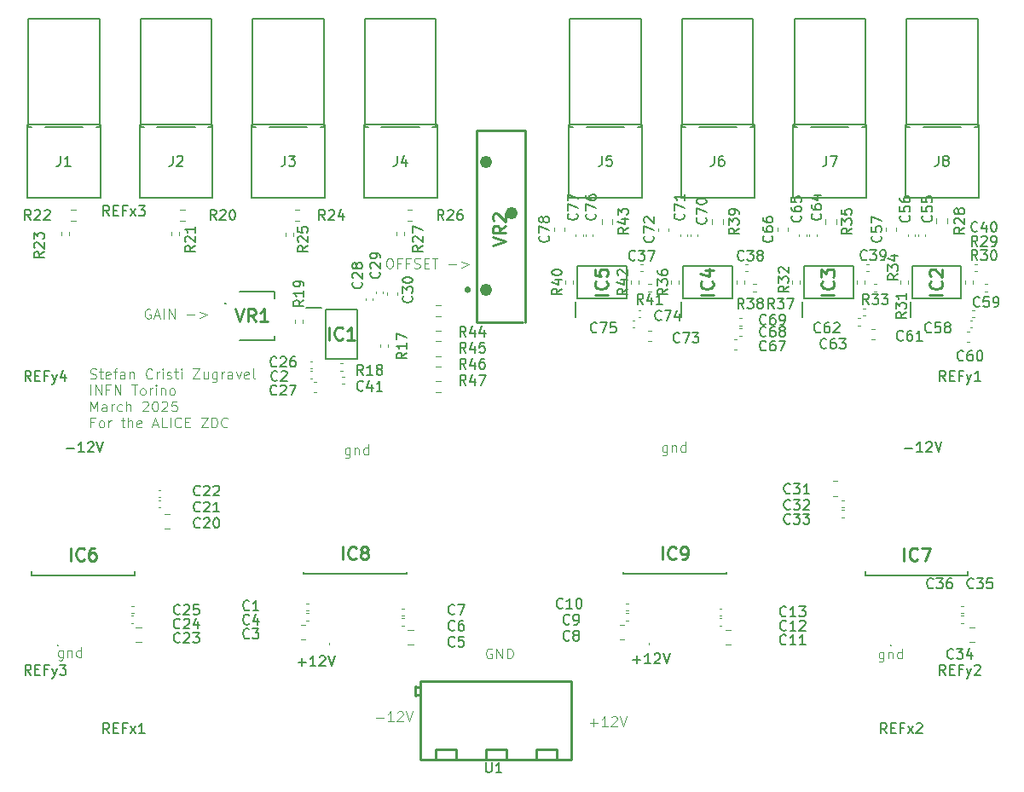
<source format=gbr>
%TF.GenerationSoftware,KiCad,Pcbnew,9.0.0*%
%TF.CreationDate,2025-03-11T12:15:18+01:00*%
%TF.ProjectId,zdc_fifo_test,7a64635f-6669-4666-9f5f-746573742e6b,rev?*%
%TF.SameCoordinates,Original*%
%TF.FileFunction,Legend,Top*%
%TF.FilePolarity,Positive*%
%FSLAX46Y46*%
G04 Gerber Fmt 4.6, Leading zero omitted, Abs format (unit mm)*
G04 Created by KiCad (PCBNEW 9.0.0) date 2025-03-11 12:15:18*
%MOMM*%
%LPD*%
G01*
G04 APERTURE LIST*
%ADD10C,0.100000*%
%ADD11C,0.150000*%
%ADD12C,0.254000*%
%ADD13C,0.120000*%
%ADD14C,0.200000*%
%ADD15C,0.152400*%
%ADD16C,1.240000*%
G04 APERTURE END LIST*
D10*
X192094360Y-119872419D02*
X192284836Y-119872419D01*
X192284836Y-119872419D02*
X192380074Y-119920038D01*
X192380074Y-119920038D02*
X192475312Y-120015276D01*
X192475312Y-120015276D02*
X192522931Y-120205752D01*
X192522931Y-120205752D02*
X192522931Y-120539085D01*
X192522931Y-120539085D02*
X192475312Y-120729561D01*
X192475312Y-120729561D02*
X192380074Y-120824800D01*
X192380074Y-120824800D02*
X192284836Y-120872419D01*
X192284836Y-120872419D02*
X192094360Y-120872419D01*
X192094360Y-120872419D02*
X191999122Y-120824800D01*
X191999122Y-120824800D02*
X191903884Y-120729561D01*
X191903884Y-120729561D02*
X191856265Y-120539085D01*
X191856265Y-120539085D02*
X191856265Y-120205752D01*
X191856265Y-120205752D02*
X191903884Y-120015276D01*
X191903884Y-120015276D02*
X191999122Y-119920038D01*
X191999122Y-119920038D02*
X192094360Y-119872419D01*
X193284836Y-120348609D02*
X192951503Y-120348609D01*
X192951503Y-120872419D02*
X192951503Y-119872419D01*
X192951503Y-119872419D02*
X193427693Y-119872419D01*
X194141979Y-120348609D02*
X193808646Y-120348609D01*
X193808646Y-120872419D02*
X193808646Y-119872419D01*
X193808646Y-119872419D02*
X194284836Y-119872419D01*
X194618170Y-120824800D02*
X194761027Y-120872419D01*
X194761027Y-120872419D02*
X194999122Y-120872419D01*
X194999122Y-120872419D02*
X195094360Y-120824800D01*
X195094360Y-120824800D02*
X195141979Y-120777180D01*
X195141979Y-120777180D02*
X195189598Y-120681942D01*
X195189598Y-120681942D02*
X195189598Y-120586704D01*
X195189598Y-120586704D02*
X195141979Y-120491466D01*
X195141979Y-120491466D02*
X195094360Y-120443847D01*
X195094360Y-120443847D02*
X194999122Y-120396228D01*
X194999122Y-120396228D02*
X194808646Y-120348609D01*
X194808646Y-120348609D02*
X194713408Y-120300990D01*
X194713408Y-120300990D02*
X194665789Y-120253371D01*
X194665789Y-120253371D02*
X194618170Y-120158133D01*
X194618170Y-120158133D02*
X194618170Y-120062895D01*
X194618170Y-120062895D02*
X194665789Y-119967657D01*
X194665789Y-119967657D02*
X194713408Y-119920038D01*
X194713408Y-119920038D02*
X194808646Y-119872419D01*
X194808646Y-119872419D02*
X195046741Y-119872419D01*
X195046741Y-119872419D02*
X195189598Y-119920038D01*
X195618170Y-120348609D02*
X195951503Y-120348609D01*
X196094360Y-120872419D02*
X195618170Y-120872419D01*
X195618170Y-120872419D02*
X195618170Y-119872419D01*
X195618170Y-119872419D02*
X196094360Y-119872419D01*
X196380075Y-119872419D02*
X196951503Y-119872419D01*
X196665789Y-120872419D02*
X196665789Y-119872419D01*
X198046742Y-120491466D02*
X198808647Y-120491466D01*
X199284837Y-120205752D02*
X200046742Y-120491466D01*
X200046742Y-120491466D02*
X199284837Y-120777180D01*
X168427693Y-124920038D02*
X168332455Y-124872419D01*
X168332455Y-124872419D02*
X168189598Y-124872419D01*
X168189598Y-124872419D02*
X168046741Y-124920038D01*
X168046741Y-124920038D02*
X167951503Y-125015276D01*
X167951503Y-125015276D02*
X167903884Y-125110514D01*
X167903884Y-125110514D02*
X167856265Y-125300990D01*
X167856265Y-125300990D02*
X167856265Y-125443847D01*
X167856265Y-125443847D02*
X167903884Y-125634323D01*
X167903884Y-125634323D02*
X167951503Y-125729561D01*
X167951503Y-125729561D02*
X168046741Y-125824800D01*
X168046741Y-125824800D02*
X168189598Y-125872419D01*
X168189598Y-125872419D02*
X168284836Y-125872419D01*
X168284836Y-125872419D02*
X168427693Y-125824800D01*
X168427693Y-125824800D02*
X168475312Y-125777180D01*
X168475312Y-125777180D02*
X168475312Y-125443847D01*
X168475312Y-125443847D02*
X168284836Y-125443847D01*
X168856265Y-125586704D02*
X169332455Y-125586704D01*
X168761027Y-125872419D02*
X169094360Y-124872419D01*
X169094360Y-124872419D02*
X169427693Y-125872419D01*
X169761027Y-125872419D02*
X169761027Y-124872419D01*
X170237217Y-125872419D02*
X170237217Y-124872419D01*
X170237217Y-124872419D02*
X170808645Y-125872419D01*
X170808645Y-125872419D02*
X170808645Y-124872419D01*
X172046741Y-125491466D02*
X172808646Y-125491466D01*
X173284836Y-125205752D02*
X174046741Y-125491466D01*
X174046741Y-125491466D02*
X173284836Y-125777180D01*
X162456265Y-131794968D02*
X162599122Y-131842587D01*
X162599122Y-131842587D02*
X162837217Y-131842587D01*
X162837217Y-131842587D02*
X162932455Y-131794968D01*
X162932455Y-131794968D02*
X162980074Y-131747348D01*
X162980074Y-131747348D02*
X163027693Y-131652110D01*
X163027693Y-131652110D02*
X163027693Y-131556872D01*
X163027693Y-131556872D02*
X162980074Y-131461634D01*
X162980074Y-131461634D02*
X162932455Y-131414015D01*
X162932455Y-131414015D02*
X162837217Y-131366396D01*
X162837217Y-131366396D02*
X162646741Y-131318777D01*
X162646741Y-131318777D02*
X162551503Y-131271158D01*
X162551503Y-131271158D02*
X162503884Y-131223539D01*
X162503884Y-131223539D02*
X162456265Y-131128301D01*
X162456265Y-131128301D02*
X162456265Y-131033063D01*
X162456265Y-131033063D02*
X162503884Y-130937825D01*
X162503884Y-130937825D02*
X162551503Y-130890206D01*
X162551503Y-130890206D02*
X162646741Y-130842587D01*
X162646741Y-130842587D02*
X162884836Y-130842587D01*
X162884836Y-130842587D02*
X163027693Y-130890206D01*
X163313408Y-131175920D02*
X163694360Y-131175920D01*
X163456265Y-130842587D02*
X163456265Y-131699729D01*
X163456265Y-131699729D02*
X163503884Y-131794968D01*
X163503884Y-131794968D02*
X163599122Y-131842587D01*
X163599122Y-131842587D02*
X163694360Y-131842587D01*
X164408646Y-131794968D02*
X164313408Y-131842587D01*
X164313408Y-131842587D02*
X164122932Y-131842587D01*
X164122932Y-131842587D02*
X164027694Y-131794968D01*
X164027694Y-131794968D02*
X163980075Y-131699729D01*
X163980075Y-131699729D02*
X163980075Y-131318777D01*
X163980075Y-131318777D02*
X164027694Y-131223539D01*
X164027694Y-131223539D02*
X164122932Y-131175920D01*
X164122932Y-131175920D02*
X164313408Y-131175920D01*
X164313408Y-131175920D02*
X164408646Y-131223539D01*
X164408646Y-131223539D02*
X164456265Y-131318777D01*
X164456265Y-131318777D02*
X164456265Y-131414015D01*
X164456265Y-131414015D02*
X163980075Y-131509253D01*
X164741980Y-131175920D02*
X165122932Y-131175920D01*
X164884837Y-131842587D02*
X164884837Y-130985444D01*
X164884837Y-130985444D02*
X164932456Y-130890206D01*
X164932456Y-130890206D02*
X165027694Y-130842587D01*
X165027694Y-130842587D02*
X165122932Y-130842587D01*
X165884837Y-131842587D02*
X165884837Y-131318777D01*
X165884837Y-131318777D02*
X165837218Y-131223539D01*
X165837218Y-131223539D02*
X165741980Y-131175920D01*
X165741980Y-131175920D02*
X165551504Y-131175920D01*
X165551504Y-131175920D02*
X165456266Y-131223539D01*
X165884837Y-131794968D02*
X165789599Y-131842587D01*
X165789599Y-131842587D02*
X165551504Y-131842587D01*
X165551504Y-131842587D02*
X165456266Y-131794968D01*
X165456266Y-131794968D02*
X165408647Y-131699729D01*
X165408647Y-131699729D02*
X165408647Y-131604491D01*
X165408647Y-131604491D02*
X165456266Y-131509253D01*
X165456266Y-131509253D02*
X165551504Y-131461634D01*
X165551504Y-131461634D02*
X165789599Y-131461634D01*
X165789599Y-131461634D02*
X165884837Y-131414015D01*
X166361028Y-131175920D02*
X166361028Y-131842587D01*
X166361028Y-131271158D02*
X166408647Y-131223539D01*
X166408647Y-131223539D02*
X166503885Y-131175920D01*
X166503885Y-131175920D02*
X166646742Y-131175920D01*
X166646742Y-131175920D02*
X166741980Y-131223539D01*
X166741980Y-131223539D02*
X166789599Y-131318777D01*
X166789599Y-131318777D02*
X166789599Y-131842587D01*
X168599123Y-131747348D02*
X168551504Y-131794968D01*
X168551504Y-131794968D02*
X168408647Y-131842587D01*
X168408647Y-131842587D02*
X168313409Y-131842587D01*
X168313409Y-131842587D02*
X168170552Y-131794968D01*
X168170552Y-131794968D02*
X168075314Y-131699729D01*
X168075314Y-131699729D02*
X168027695Y-131604491D01*
X168027695Y-131604491D02*
X167980076Y-131414015D01*
X167980076Y-131414015D02*
X167980076Y-131271158D01*
X167980076Y-131271158D02*
X168027695Y-131080682D01*
X168027695Y-131080682D02*
X168075314Y-130985444D01*
X168075314Y-130985444D02*
X168170552Y-130890206D01*
X168170552Y-130890206D02*
X168313409Y-130842587D01*
X168313409Y-130842587D02*
X168408647Y-130842587D01*
X168408647Y-130842587D02*
X168551504Y-130890206D01*
X168551504Y-130890206D02*
X168599123Y-130937825D01*
X169027695Y-131842587D02*
X169027695Y-131175920D01*
X169027695Y-131366396D02*
X169075314Y-131271158D01*
X169075314Y-131271158D02*
X169122933Y-131223539D01*
X169122933Y-131223539D02*
X169218171Y-131175920D01*
X169218171Y-131175920D02*
X169313409Y-131175920D01*
X169646743Y-131842587D02*
X169646743Y-131175920D01*
X169646743Y-130842587D02*
X169599124Y-130890206D01*
X169599124Y-130890206D02*
X169646743Y-130937825D01*
X169646743Y-130937825D02*
X169694362Y-130890206D01*
X169694362Y-130890206D02*
X169646743Y-130842587D01*
X169646743Y-130842587D02*
X169646743Y-130937825D01*
X170075314Y-131794968D02*
X170170552Y-131842587D01*
X170170552Y-131842587D02*
X170361028Y-131842587D01*
X170361028Y-131842587D02*
X170456266Y-131794968D01*
X170456266Y-131794968D02*
X170503885Y-131699729D01*
X170503885Y-131699729D02*
X170503885Y-131652110D01*
X170503885Y-131652110D02*
X170456266Y-131556872D01*
X170456266Y-131556872D02*
X170361028Y-131509253D01*
X170361028Y-131509253D02*
X170218171Y-131509253D01*
X170218171Y-131509253D02*
X170122933Y-131461634D01*
X170122933Y-131461634D02*
X170075314Y-131366396D01*
X170075314Y-131366396D02*
X170075314Y-131318777D01*
X170075314Y-131318777D02*
X170122933Y-131223539D01*
X170122933Y-131223539D02*
X170218171Y-131175920D01*
X170218171Y-131175920D02*
X170361028Y-131175920D01*
X170361028Y-131175920D02*
X170456266Y-131223539D01*
X170789600Y-131175920D02*
X171170552Y-131175920D01*
X170932457Y-130842587D02*
X170932457Y-131699729D01*
X170932457Y-131699729D02*
X170980076Y-131794968D01*
X170980076Y-131794968D02*
X171075314Y-131842587D01*
X171075314Y-131842587D02*
X171170552Y-131842587D01*
X171503886Y-131842587D02*
X171503886Y-131175920D01*
X171503886Y-130842587D02*
X171456267Y-130890206D01*
X171456267Y-130890206D02*
X171503886Y-130937825D01*
X171503886Y-130937825D02*
X171551505Y-130890206D01*
X171551505Y-130890206D02*
X171503886Y-130842587D01*
X171503886Y-130842587D02*
X171503886Y-130937825D01*
X172646743Y-130842587D02*
X173313409Y-130842587D01*
X173313409Y-130842587D02*
X172646743Y-131842587D01*
X172646743Y-131842587D02*
X173313409Y-131842587D01*
X174122933Y-131175920D02*
X174122933Y-131842587D01*
X173694362Y-131175920D02*
X173694362Y-131699729D01*
X173694362Y-131699729D02*
X173741981Y-131794968D01*
X173741981Y-131794968D02*
X173837219Y-131842587D01*
X173837219Y-131842587D02*
X173980076Y-131842587D01*
X173980076Y-131842587D02*
X174075314Y-131794968D01*
X174075314Y-131794968D02*
X174122933Y-131747348D01*
X175027695Y-131175920D02*
X175027695Y-131985444D01*
X175027695Y-131985444D02*
X174980076Y-132080682D01*
X174980076Y-132080682D02*
X174932457Y-132128301D01*
X174932457Y-132128301D02*
X174837219Y-132175920D01*
X174837219Y-132175920D02*
X174694362Y-132175920D01*
X174694362Y-132175920D02*
X174599124Y-132128301D01*
X175027695Y-131794968D02*
X174932457Y-131842587D01*
X174932457Y-131842587D02*
X174741981Y-131842587D01*
X174741981Y-131842587D02*
X174646743Y-131794968D01*
X174646743Y-131794968D02*
X174599124Y-131747348D01*
X174599124Y-131747348D02*
X174551505Y-131652110D01*
X174551505Y-131652110D02*
X174551505Y-131366396D01*
X174551505Y-131366396D02*
X174599124Y-131271158D01*
X174599124Y-131271158D02*
X174646743Y-131223539D01*
X174646743Y-131223539D02*
X174741981Y-131175920D01*
X174741981Y-131175920D02*
X174932457Y-131175920D01*
X174932457Y-131175920D02*
X175027695Y-131223539D01*
X175503886Y-131842587D02*
X175503886Y-131175920D01*
X175503886Y-131366396D02*
X175551505Y-131271158D01*
X175551505Y-131271158D02*
X175599124Y-131223539D01*
X175599124Y-131223539D02*
X175694362Y-131175920D01*
X175694362Y-131175920D02*
X175789600Y-131175920D01*
X176551505Y-131842587D02*
X176551505Y-131318777D01*
X176551505Y-131318777D02*
X176503886Y-131223539D01*
X176503886Y-131223539D02*
X176408648Y-131175920D01*
X176408648Y-131175920D02*
X176218172Y-131175920D01*
X176218172Y-131175920D02*
X176122934Y-131223539D01*
X176551505Y-131794968D02*
X176456267Y-131842587D01*
X176456267Y-131842587D02*
X176218172Y-131842587D01*
X176218172Y-131842587D02*
X176122934Y-131794968D01*
X176122934Y-131794968D02*
X176075315Y-131699729D01*
X176075315Y-131699729D02*
X176075315Y-131604491D01*
X176075315Y-131604491D02*
X176122934Y-131509253D01*
X176122934Y-131509253D02*
X176218172Y-131461634D01*
X176218172Y-131461634D02*
X176456267Y-131461634D01*
X176456267Y-131461634D02*
X176551505Y-131414015D01*
X176932458Y-131175920D02*
X177170553Y-131842587D01*
X177170553Y-131842587D02*
X177408648Y-131175920D01*
X178170553Y-131794968D02*
X178075315Y-131842587D01*
X178075315Y-131842587D02*
X177884839Y-131842587D01*
X177884839Y-131842587D02*
X177789601Y-131794968D01*
X177789601Y-131794968D02*
X177741982Y-131699729D01*
X177741982Y-131699729D02*
X177741982Y-131318777D01*
X177741982Y-131318777D02*
X177789601Y-131223539D01*
X177789601Y-131223539D02*
X177884839Y-131175920D01*
X177884839Y-131175920D02*
X178075315Y-131175920D01*
X178075315Y-131175920D02*
X178170553Y-131223539D01*
X178170553Y-131223539D02*
X178218172Y-131318777D01*
X178218172Y-131318777D02*
X178218172Y-131414015D01*
X178218172Y-131414015D02*
X177741982Y-131509253D01*
X178789601Y-131842587D02*
X178694363Y-131794968D01*
X178694363Y-131794968D02*
X178646744Y-131699729D01*
X178646744Y-131699729D02*
X178646744Y-130842587D01*
X162503884Y-133452531D02*
X162503884Y-132452531D01*
X162980074Y-133452531D02*
X162980074Y-132452531D01*
X162980074Y-132452531D02*
X163551502Y-133452531D01*
X163551502Y-133452531D02*
X163551502Y-132452531D01*
X164361026Y-132928721D02*
X164027693Y-132928721D01*
X164027693Y-133452531D02*
X164027693Y-132452531D01*
X164027693Y-132452531D02*
X164503883Y-132452531D01*
X164884836Y-133452531D02*
X164884836Y-132452531D01*
X164884836Y-132452531D02*
X165456264Y-133452531D01*
X165456264Y-133452531D02*
X165456264Y-132452531D01*
X166551503Y-132452531D02*
X167122931Y-132452531D01*
X166837217Y-133452531D02*
X166837217Y-132452531D01*
X167599122Y-133452531D02*
X167503884Y-133404912D01*
X167503884Y-133404912D02*
X167456265Y-133357292D01*
X167456265Y-133357292D02*
X167408646Y-133262054D01*
X167408646Y-133262054D02*
X167408646Y-132976340D01*
X167408646Y-132976340D02*
X167456265Y-132881102D01*
X167456265Y-132881102D02*
X167503884Y-132833483D01*
X167503884Y-132833483D02*
X167599122Y-132785864D01*
X167599122Y-132785864D02*
X167741979Y-132785864D01*
X167741979Y-132785864D02*
X167837217Y-132833483D01*
X167837217Y-132833483D02*
X167884836Y-132881102D01*
X167884836Y-132881102D02*
X167932455Y-132976340D01*
X167932455Y-132976340D02*
X167932455Y-133262054D01*
X167932455Y-133262054D02*
X167884836Y-133357292D01*
X167884836Y-133357292D02*
X167837217Y-133404912D01*
X167837217Y-133404912D02*
X167741979Y-133452531D01*
X167741979Y-133452531D02*
X167599122Y-133452531D01*
X168361027Y-133452531D02*
X168361027Y-132785864D01*
X168361027Y-132976340D02*
X168408646Y-132881102D01*
X168408646Y-132881102D02*
X168456265Y-132833483D01*
X168456265Y-132833483D02*
X168551503Y-132785864D01*
X168551503Y-132785864D02*
X168646741Y-132785864D01*
X168980075Y-133452531D02*
X168980075Y-132785864D01*
X168980075Y-132452531D02*
X168932456Y-132500150D01*
X168932456Y-132500150D02*
X168980075Y-132547769D01*
X168980075Y-132547769D02*
X169027694Y-132500150D01*
X169027694Y-132500150D02*
X168980075Y-132452531D01*
X168980075Y-132452531D02*
X168980075Y-132547769D01*
X169456265Y-132785864D02*
X169456265Y-133452531D01*
X169456265Y-132881102D02*
X169503884Y-132833483D01*
X169503884Y-132833483D02*
X169599122Y-132785864D01*
X169599122Y-132785864D02*
X169741979Y-132785864D01*
X169741979Y-132785864D02*
X169837217Y-132833483D01*
X169837217Y-132833483D02*
X169884836Y-132928721D01*
X169884836Y-132928721D02*
X169884836Y-133452531D01*
X170503884Y-133452531D02*
X170408646Y-133404912D01*
X170408646Y-133404912D02*
X170361027Y-133357292D01*
X170361027Y-133357292D02*
X170313408Y-133262054D01*
X170313408Y-133262054D02*
X170313408Y-132976340D01*
X170313408Y-132976340D02*
X170361027Y-132881102D01*
X170361027Y-132881102D02*
X170408646Y-132833483D01*
X170408646Y-132833483D02*
X170503884Y-132785864D01*
X170503884Y-132785864D02*
X170646741Y-132785864D01*
X170646741Y-132785864D02*
X170741979Y-132833483D01*
X170741979Y-132833483D02*
X170789598Y-132881102D01*
X170789598Y-132881102D02*
X170837217Y-132976340D01*
X170837217Y-132976340D02*
X170837217Y-133262054D01*
X170837217Y-133262054D02*
X170789598Y-133357292D01*
X170789598Y-133357292D02*
X170741979Y-133404912D01*
X170741979Y-133404912D02*
X170646741Y-133452531D01*
X170646741Y-133452531D02*
X170503884Y-133452531D01*
X162503884Y-135062475D02*
X162503884Y-134062475D01*
X162503884Y-134062475D02*
X162837217Y-134776760D01*
X162837217Y-134776760D02*
X163170550Y-134062475D01*
X163170550Y-134062475D02*
X163170550Y-135062475D01*
X164075312Y-135062475D02*
X164075312Y-134538665D01*
X164075312Y-134538665D02*
X164027693Y-134443427D01*
X164027693Y-134443427D02*
X163932455Y-134395808D01*
X163932455Y-134395808D02*
X163741979Y-134395808D01*
X163741979Y-134395808D02*
X163646741Y-134443427D01*
X164075312Y-135014856D02*
X163980074Y-135062475D01*
X163980074Y-135062475D02*
X163741979Y-135062475D01*
X163741979Y-135062475D02*
X163646741Y-135014856D01*
X163646741Y-135014856D02*
X163599122Y-134919617D01*
X163599122Y-134919617D02*
X163599122Y-134824379D01*
X163599122Y-134824379D02*
X163646741Y-134729141D01*
X163646741Y-134729141D02*
X163741979Y-134681522D01*
X163741979Y-134681522D02*
X163980074Y-134681522D01*
X163980074Y-134681522D02*
X164075312Y-134633903D01*
X164551503Y-135062475D02*
X164551503Y-134395808D01*
X164551503Y-134586284D02*
X164599122Y-134491046D01*
X164599122Y-134491046D02*
X164646741Y-134443427D01*
X164646741Y-134443427D02*
X164741979Y-134395808D01*
X164741979Y-134395808D02*
X164837217Y-134395808D01*
X165599122Y-135014856D02*
X165503884Y-135062475D01*
X165503884Y-135062475D02*
X165313408Y-135062475D01*
X165313408Y-135062475D02*
X165218170Y-135014856D01*
X165218170Y-135014856D02*
X165170551Y-134967236D01*
X165170551Y-134967236D02*
X165122932Y-134871998D01*
X165122932Y-134871998D02*
X165122932Y-134586284D01*
X165122932Y-134586284D02*
X165170551Y-134491046D01*
X165170551Y-134491046D02*
X165218170Y-134443427D01*
X165218170Y-134443427D02*
X165313408Y-134395808D01*
X165313408Y-134395808D02*
X165503884Y-134395808D01*
X165503884Y-134395808D02*
X165599122Y-134443427D01*
X166027694Y-135062475D02*
X166027694Y-134062475D01*
X166456265Y-135062475D02*
X166456265Y-134538665D01*
X166456265Y-134538665D02*
X166408646Y-134443427D01*
X166408646Y-134443427D02*
X166313408Y-134395808D01*
X166313408Y-134395808D02*
X166170551Y-134395808D01*
X166170551Y-134395808D02*
X166075313Y-134443427D01*
X166075313Y-134443427D02*
X166027694Y-134491046D01*
X167646742Y-134157713D02*
X167694361Y-134110094D01*
X167694361Y-134110094D02*
X167789599Y-134062475D01*
X167789599Y-134062475D02*
X168027694Y-134062475D01*
X168027694Y-134062475D02*
X168122932Y-134110094D01*
X168122932Y-134110094D02*
X168170551Y-134157713D01*
X168170551Y-134157713D02*
X168218170Y-134252951D01*
X168218170Y-134252951D02*
X168218170Y-134348189D01*
X168218170Y-134348189D02*
X168170551Y-134491046D01*
X168170551Y-134491046D02*
X167599123Y-135062475D01*
X167599123Y-135062475D02*
X168218170Y-135062475D01*
X168837218Y-134062475D02*
X168932456Y-134062475D01*
X168932456Y-134062475D02*
X169027694Y-134110094D01*
X169027694Y-134110094D02*
X169075313Y-134157713D01*
X169075313Y-134157713D02*
X169122932Y-134252951D01*
X169122932Y-134252951D02*
X169170551Y-134443427D01*
X169170551Y-134443427D02*
X169170551Y-134681522D01*
X169170551Y-134681522D02*
X169122932Y-134871998D01*
X169122932Y-134871998D02*
X169075313Y-134967236D01*
X169075313Y-134967236D02*
X169027694Y-135014856D01*
X169027694Y-135014856D02*
X168932456Y-135062475D01*
X168932456Y-135062475D02*
X168837218Y-135062475D01*
X168837218Y-135062475D02*
X168741980Y-135014856D01*
X168741980Y-135014856D02*
X168694361Y-134967236D01*
X168694361Y-134967236D02*
X168646742Y-134871998D01*
X168646742Y-134871998D02*
X168599123Y-134681522D01*
X168599123Y-134681522D02*
X168599123Y-134443427D01*
X168599123Y-134443427D02*
X168646742Y-134252951D01*
X168646742Y-134252951D02*
X168694361Y-134157713D01*
X168694361Y-134157713D02*
X168741980Y-134110094D01*
X168741980Y-134110094D02*
X168837218Y-134062475D01*
X169551504Y-134157713D02*
X169599123Y-134110094D01*
X169599123Y-134110094D02*
X169694361Y-134062475D01*
X169694361Y-134062475D02*
X169932456Y-134062475D01*
X169932456Y-134062475D02*
X170027694Y-134110094D01*
X170027694Y-134110094D02*
X170075313Y-134157713D01*
X170075313Y-134157713D02*
X170122932Y-134252951D01*
X170122932Y-134252951D02*
X170122932Y-134348189D01*
X170122932Y-134348189D02*
X170075313Y-134491046D01*
X170075313Y-134491046D02*
X169503885Y-135062475D01*
X169503885Y-135062475D02*
X170122932Y-135062475D01*
X171027694Y-134062475D02*
X170551504Y-134062475D01*
X170551504Y-134062475D02*
X170503885Y-134538665D01*
X170503885Y-134538665D02*
X170551504Y-134491046D01*
X170551504Y-134491046D02*
X170646742Y-134443427D01*
X170646742Y-134443427D02*
X170884837Y-134443427D01*
X170884837Y-134443427D02*
X170980075Y-134491046D01*
X170980075Y-134491046D02*
X171027694Y-134538665D01*
X171027694Y-134538665D02*
X171075313Y-134633903D01*
X171075313Y-134633903D02*
X171075313Y-134871998D01*
X171075313Y-134871998D02*
X171027694Y-134967236D01*
X171027694Y-134967236D02*
X170980075Y-135014856D01*
X170980075Y-135014856D02*
X170884837Y-135062475D01*
X170884837Y-135062475D02*
X170646742Y-135062475D01*
X170646742Y-135062475D02*
X170551504Y-135014856D01*
X170551504Y-135014856D02*
X170503885Y-134967236D01*
X162837217Y-136148609D02*
X162503884Y-136148609D01*
X162503884Y-136672419D02*
X162503884Y-135672419D01*
X162503884Y-135672419D02*
X162980074Y-135672419D01*
X163503884Y-136672419D02*
X163408646Y-136624800D01*
X163408646Y-136624800D02*
X163361027Y-136577180D01*
X163361027Y-136577180D02*
X163313408Y-136481942D01*
X163313408Y-136481942D02*
X163313408Y-136196228D01*
X163313408Y-136196228D02*
X163361027Y-136100990D01*
X163361027Y-136100990D02*
X163408646Y-136053371D01*
X163408646Y-136053371D02*
X163503884Y-136005752D01*
X163503884Y-136005752D02*
X163646741Y-136005752D01*
X163646741Y-136005752D02*
X163741979Y-136053371D01*
X163741979Y-136053371D02*
X163789598Y-136100990D01*
X163789598Y-136100990D02*
X163837217Y-136196228D01*
X163837217Y-136196228D02*
X163837217Y-136481942D01*
X163837217Y-136481942D02*
X163789598Y-136577180D01*
X163789598Y-136577180D02*
X163741979Y-136624800D01*
X163741979Y-136624800D02*
X163646741Y-136672419D01*
X163646741Y-136672419D02*
X163503884Y-136672419D01*
X164265789Y-136672419D02*
X164265789Y-136005752D01*
X164265789Y-136196228D02*
X164313408Y-136100990D01*
X164313408Y-136100990D02*
X164361027Y-136053371D01*
X164361027Y-136053371D02*
X164456265Y-136005752D01*
X164456265Y-136005752D02*
X164551503Y-136005752D01*
X165503885Y-136005752D02*
X165884837Y-136005752D01*
X165646742Y-135672419D02*
X165646742Y-136529561D01*
X165646742Y-136529561D02*
X165694361Y-136624800D01*
X165694361Y-136624800D02*
X165789599Y-136672419D01*
X165789599Y-136672419D02*
X165884837Y-136672419D01*
X166218171Y-136672419D02*
X166218171Y-135672419D01*
X166646742Y-136672419D02*
X166646742Y-136148609D01*
X166646742Y-136148609D02*
X166599123Y-136053371D01*
X166599123Y-136053371D02*
X166503885Y-136005752D01*
X166503885Y-136005752D02*
X166361028Y-136005752D01*
X166361028Y-136005752D02*
X166265790Y-136053371D01*
X166265790Y-136053371D02*
X166218171Y-136100990D01*
X167503885Y-136624800D02*
X167408647Y-136672419D01*
X167408647Y-136672419D02*
X167218171Y-136672419D01*
X167218171Y-136672419D02*
X167122933Y-136624800D01*
X167122933Y-136624800D02*
X167075314Y-136529561D01*
X167075314Y-136529561D02*
X167075314Y-136148609D01*
X167075314Y-136148609D02*
X167122933Y-136053371D01*
X167122933Y-136053371D02*
X167218171Y-136005752D01*
X167218171Y-136005752D02*
X167408647Y-136005752D01*
X167408647Y-136005752D02*
X167503885Y-136053371D01*
X167503885Y-136053371D02*
X167551504Y-136148609D01*
X167551504Y-136148609D02*
X167551504Y-136243847D01*
X167551504Y-136243847D02*
X167075314Y-136339085D01*
X168694362Y-136386704D02*
X169170552Y-136386704D01*
X168599124Y-136672419D02*
X168932457Y-135672419D01*
X168932457Y-135672419D02*
X169265790Y-136672419D01*
X170075314Y-136672419D02*
X169599124Y-136672419D01*
X169599124Y-136672419D02*
X169599124Y-135672419D01*
X170408648Y-136672419D02*
X170408648Y-135672419D01*
X171456266Y-136577180D02*
X171408647Y-136624800D01*
X171408647Y-136624800D02*
X171265790Y-136672419D01*
X171265790Y-136672419D02*
X171170552Y-136672419D01*
X171170552Y-136672419D02*
X171027695Y-136624800D01*
X171027695Y-136624800D02*
X170932457Y-136529561D01*
X170932457Y-136529561D02*
X170884838Y-136434323D01*
X170884838Y-136434323D02*
X170837219Y-136243847D01*
X170837219Y-136243847D02*
X170837219Y-136100990D01*
X170837219Y-136100990D02*
X170884838Y-135910514D01*
X170884838Y-135910514D02*
X170932457Y-135815276D01*
X170932457Y-135815276D02*
X171027695Y-135720038D01*
X171027695Y-135720038D02*
X171170552Y-135672419D01*
X171170552Y-135672419D02*
X171265790Y-135672419D01*
X171265790Y-135672419D02*
X171408647Y-135720038D01*
X171408647Y-135720038D02*
X171456266Y-135767657D01*
X171884838Y-136148609D02*
X172218171Y-136148609D01*
X172361028Y-136672419D02*
X171884838Y-136672419D01*
X171884838Y-136672419D02*
X171884838Y-135672419D01*
X171884838Y-135672419D02*
X172361028Y-135672419D01*
X173456267Y-135672419D02*
X174122933Y-135672419D01*
X174122933Y-135672419D02*
X173456267Y-136672419D01*
X173456267Y-136672419D02*
X174122933Y-136672419D01*
X174503886Y-136672419D02*
X174503886Y-135672419D01*
X174503886Y-135672419D02*
X174741981Y-135672419D01*
X174741981Y-135672419D02*
X174884838Y-135720038D01*
X174884838Y-135720038D02*
X174980076Y-135815276D01*
X174980076Y-135815276D02*
X175027695Y-135910514D01*
X175027695Y-135910514D02*
X175075314Y-136100990D01*
X175075314Y-136100990D02*
X175075314Y-136243847D01*
X175075314Y-136243847D02*
X175027695Y-136434323D01*
X175027695Y-136434323D02*
X174980076Y-136529561D01*
X174980076Y-136529561D02*
X174884838Y-136624800D01*
X174884838Y-136624800D02*
X174741981Y-136672419D01*
X174741981Y-136672419D02*
X174503886Y-136672419D01*
X176075314Y-136577180D02*
X176027695Y-136624800D01*
X176027695Y-136624800D02*
X175884838Y-136672419D01*
X175884838Y-136672419D02*
X175789600Y-136672419D01*
X175789600Y-136672419D02*
X175646743Y-136624800D01*
X175646743Y-136624800D02*
X175551505Y-136529561D01*
X175551505Y-136529561D02*
X175503886Y-136434323D01*
X175503886Y-136434323D02*
X175456267Y-136243847D01*
X175456267Y-136243847D02*
X175456267Y-136100990D01*
X175456267Y-136100990D02*
X175503886Y-135910514D01*
X175503886Y-135910514D02*
X175551505Y-135815276D01*
X175551505Y-135815276D02*
X175646743Y-135720038D01*
X175646743Y-135720038D02*
X175789600Y-135672419D01*
X175789600Y-135672419D02*
X175884838Y-135672419D01*
X175884838Y-135672419D02*
X176027695Y-135720038D01*
X176027695Y-135720038D02*
X176075314Y-135767657D01*
X190803884Y-165491466D02*
X191565789Y-165491466D01*
X192565788Y-165872419D02*
X191994360Y-165872419D01*
X192280074Y-165872419D02*
X192280074Y-164872419D01*
X192280074Y-164872419D02*
X192184836Y-165015276D01*
X192184836Y-165015276D02*
X192089598Y-165110514D01*
X192089598Y-165110514D02*
X191994360Y-165158133D01*
X192946741Y-164967657D02*
X192994360Y-164920038D01*
X192994360Y-164920038D02*
X193089598Y-164872419D01*
X193089598Y-164872419D02*
X193327693Y-164872419D01*
X193327693Y-164872419D02*
X193422931Y-164920038D01*
X193422931Y-164920038D02*
X193470550Y-164967657D01*
X193470550Y-164967657D02*
X193518169Y-165062895D01*
X193518169Y-165062895D02*
X193518169Y-165158133D01*
X193518169Y-165158133D02*
X193470550Y-165300990D01*
X193470550Y-165300990D02*
X192899122Y-165872419D01*
X192899122Y-165872419D02*
X193518169Y-165872419D01*
X193803884Y-164872419D02*
X194137217Y-165872419D01*
X194137217Y-165872419D02*
X194470550Y-164872419D01*
D11*
X216336779Y-159738866D02*
X217098684Y-159738866D01*
X216717731Y-160119819D02*
X216717731Y-159357914D01*
X218098683Y-160119819D02*
X217527255Y-160119819D01*
X217812969Y-160119819D02*
X217812969Y-159119819D01*
X217812969Y-159119819D02*
X217717731Y-159262676D01*
X217717731Y-159262676D02*
X217622493Y-159357914D01*
X217622493Y-159357914D02*
X217527255Y-159405533D01*
X218479636Y-159215057D02*
X218527255Y-159167438D01*
X218527255Y-159167438D02*
X218622493Y-159119819D01*
X218622493Y-159119819D02*
X218860588Y-159119819D01*
X218860588Y-159119819D02*
X218955826Y-159167438D01*
X218955826Y-159167438D02*
X219003445Y-159215057D01*
X219003445Y-159215057D02*
X219051064Y-159310295D01*
X219051064Y-159310295D02*
X219051064Y-159405533D01*
X219051064Y-159405533D02*
X219003445Y-159548390D01*
X219003445Y-159548390D02*
X218432017Y-160119819D01*
X218432017Y-160119819D02*
X219051064Y-160119819D01*
X219336779Y-159119819D02*
X219670112Y-160119819D01*
X219670112Y-160119819D02*
X220003445Y-159119819D01*
D10*
X219732455Y-138455752D02*
X219732455Y-139265276D01*
X219732455Y-139265276D02*
X219684836Y-139360514D01*
X219684836Y-139360514D02*
X219637217Y-139408133D01*
X219637217Y-139408133D02*
X219541979Y-139455752D01*
X219541979Y-139455752D02*
X219399122Y-139455752D01*
X219399122Y-139455752D02*
X219303884Y-139408133D01*
X219732455Y-139074800D02*
X219637217Y-139122419D01*
X219637217Y-139122419D02*
X219446741Y-139122419D01*
X219446741Y-139122419D02*
X219351503Y-139074800D01*
X219351503Y-139074800D02*
X219303884Y-139027180D01*
X219303884Y-139027180D02*
X219256265Y-138931942D01*
X219256265Y-138931942D02*
X219256265Y-138646228D01*
X219256265Y-138646228D02*
X219303884Y-138550990D01*
X219303884Y-138550990D02*
X219351503Y-138503371D01*
X219351503Y-138503371D02*
X219446741Y-138455752D01*
X219446741Y-138455752D02*
X219637217Y-138455752D01*
X219637217Y-138455752D02*
X219732455Y-138503371D01*
X220208646Y-138455752D02*
X220208646Y-139122419D01*
X220208646Y-138550990D02*
X220256265Y-138503371D01*
X220256265Y-138503371D02*
X220351503Y-138455752D01*
X220351503Y-138455752D02*
X220494360Y-138455752D01*
X220494360Y-138455752D02*
X220589598Y-138503371D01*
X220589598Y-138503371D02*
X220637217Y-138598609D01*
X220637217Y-138598609D02*
X220637217Y-139122419D01*
X221541979Y-139122419D02*
X221541979Y-138122419D01*
X221541979Y-139074800D02*
X221446741Y-139122419D01*
X221446741Y-139122419D02*
X221256265Y-139122419D01*
X221256265Y-139122419D02*
X221161027Y-139074800D01*
X221161027Y-139074800D02*
X221113408Y-139027180D01*
X221113408Y-139027180D02*
X221065789Y-138931942D01*
X221065789Y-138931942D02*
X221065789Y-138646228D01*
X221065789Y-138646228D02*
X221113408Y-138550990D01*
X221113408Y-138550990D02*
X221161027Y-138503371D01*
X221161027Y-138503371D02*
X221256265Y-138455752D01*
X221256265Y-138455752D02*
X221446741Y-138455752D01*
X221446741Y-138455752D02*
X221541979Y-138503371D01*
X159732455Y-158805752D02*
X159732455Y-159615276D01*
X159732455Y-159615276D02*
X159684836Y-159710514D01*
X159684836Y-159710514D02*
X159637217Y-159758133D01*
X159637217Y-159758133D02*
X159541979Y-159805752D01*
X159541979Y-159805752D02*
X159399122Y-159805752D01*
X159399122Y-159805752D02*
X159303884Y-159758133D01*
X159732455Y-159424800D02*
X159637217Y-159472419D01*
X159637217Y-159472419D02*
X159446741Y-159472419D01*
X159446741Y-159472419D02*
X159351503Y-159424800D01*
X159351503Y-159424800D02*
X159303884Y-159377180D01*
X159303884Y-159377180D02*
X159256265Y-159281942D01*
X159256265Y-159281942D02*
X159256265Y-158996228D01*
X159256265Y-158996228D02*
X159303884Y-158900990D01*
X159303884Y-158900990D02*
X159351503Y-158853371D01*
X159351503Y-158853371D02*
X159446741Y-158805752D01*
X159446741Y-158805752D02*
X159637217Y-158805752D01*
X159637217Y-158805752D02*
X159732455Y-158853371D01*
X160208646Y-158805752D02*
X160208646Y-159472419D01*
X160208646Y-158900990D02*
X160256265Y-158853371D01*
X160256265Y-158853371D02*
X160351503Y-158805752D01*
X160351503Y-158805752D02*
X160494360Y-158805752D01*
X160494360Y-158805752D02*
X160589598Y-158853371D01*
X160589598Y-158853371D02*
X160637217Y-158948609D01*
X160637217Y-158948609D02*
X160637217Y-159472419D01*
X161541979Y-159472419D02*
X161541979Y-158472419D01*
X161541979Y-159424800D02*
X161446741Y-159472419D01*
X161446741Y-159472419D02*
X161256265Y-159472419D01*
X161256265Y-159472419D02*
X161161027Y-159424800D01*
X161161027Y-159424800D02*
X161113408Y-159377180D01*
X161113408Y-159377180D02*
X161065789Y-159281942D01*
X161065789Y-159281942D02*
X161065789Y-158996228D01*
X161065789Y-158996228D02*
X161113408Y-158900990D01*
X161113408Y-158900990D02*
X161161027Y-158853371D01*
X161161027Y-158853371D02*
X161256265Y-158805752D01*
X161256265Y-158805752D02*
X161446741Y-158805752D01*
X161446741Y-158805752D02*
X161541979Y-158853371D01*
D11*
X243336779Y-138738866D02*
X244098684Y-138738866D01*
X245098683Y-139119819D02*
X244527255Y-139119819D01*
X244812969Y-139119819D02*
X244812969Y-138119819D01*
X244812969Y-138119819D02*
X244717731Y-138262676D01*
X244717731Y-138262676D02*
X244622493Y-138357914D01*
X244622493Y-138357914D02*
X244527255Y-138405533D01*
X245479636Y-138215057D02*
X245527255Y-138167438D01*
X245527255Y-138167438D02*
X245622493Y-138119819D01*
X245622493Y-138119819D02*
X245860588Y-138119819D01*
X245860588Y-138119819D02*
X245955826Y-138167438D01*
X245955826Y-138167438D02*
X246003445Y-138215057D01*
X246003445Y-138215057D02*
X246051064Y-138310295D01*
X246051064Y-138310295D02*
X246051064Y-138405533D01*
X246051064Y-138405533D02*
X246003445Y-138548390D01*
X246003445Y-138548390D02*
X245432017Y-139119819D01*
X245432017Y-139119819D02*
X246051064Y-139119819D01*
X246336779Y-138119819D02*
X246670112Y-139119819D01*
X246670112Y-139119819D02*
X247003445Y-138119819D01*
D10*
X241232455Y-158955752D02*
X241232455Y-159765276D01*
X241232455Y-159765276D02*
X241184836Y-159860514D01*
X241184836Y-159860514D02*
X241137217Y-159908133D01*
X241137217Y-159908133D02*
X241041979Y-159955752D01*
X241041979Y-159955752D02*
X240899122Y-159955752D01*
X240899122Y-159955752D02*
X240803884Y-159908133D01*
X241232455Y-159574800D02*
X241137217Y-159622419D01*
X241137217Y-159622419D02*
X240946741Y-159622419D01*
X240946741Y-159622419D02*
X240851503Y-159574800D01*
X240851503Y-159574800D02*
X240803884Y-159527180D01*
X240803884Y-159527180D02*
X240756265Y-159431942D01*
X240756265Y-159431942D02*
X240756265Y-159146228D01*
X240756265Y-159146228D02*
X240803884Y-159050990D01*
X240803884Y-159050990D02*
X240851503Y-159003371D01*
X240851503Y-159003371D02*
X240946741Y-158955752D01*
X240946741Y-158955752D02*
X241137217Y-158955752D01*
X241137217Y-158955752D02*
X241232455Y-159003371D01*
X241708646Y-158955752D02*
X241708646Y-159622419D01*
X241708646Y-159050990D02*
X241756265Y-159003371D01*
X241756265Y-159003371D02*
X241851503Y-158955752D01*
X241851503Y-158955752D02*
X241994360Y-158955752D01*
X241994360Y-158955752D02*
X242089598Y-159003371D01*
X242089598Y-159003371D02*
X242137217Y-159098609D01*
X242137217Y-159098609D02*
X242137217Y-159622419D01*
X243041979Y-159622419D02*
X243041979Y-158622419D01*
X243041979Y-159574800D02*
X242946741Y-159622419D01*
X242946741Y-159622419D02*
X242756265Y-159622419D01*
X242756265Y-159622419D02*
X242661027Y-159574800D01*
X242661027Y-159574800D02*
X242613408Y-159527180D01*
X242613408Y-159527180D02*
X242565789Y-159431942D01*
X242565789Y-159431942D02*
X242565789Y-159146228D01*
X242565789Y-159146228D02*
X242613408Y-159050990D01*
X242613408Y-159050990D02*
X242661027Y-159003371D01*
X242661027Y-159003371D02*
X242756265Y-158955752D01*
X242756265Y-158955752D02*
X242946741Y-158955752D01*
X242946741Y-158955752D02*
X243041979Y-159003371D01*
X212053884Y-165991466D02*
X212815789Y-165991466D01*
X212434836Y-166372419D02*
X212434836Y-165610514D01*
X213815788Y-166372419D02*
X213244360Y-166372419D01*
X213530074Y-166372419D02*
X213530074Y-165372419D01*
X213530074Y-165372419D02*
X213434836Y-165515276D01*
X213434836Y-165515276D02*
X213339598Y-165610514D01*
X213339598Y-165610514D02*
X213244360Y-165658133D01*
X214196741Y-165467657D02*
X214244360Y-165420038D01*
X214244360Y-165420038D02*
X214339598Y-165372419D01*
X214339598Y-165372419D02*
X214577693Y-165372419D01*
X214577693Y-165372419D02*
X214672931Y-165420038D01*
X214672931Y-165420038D02*
X214720550Y-165467657D01*
X214720550Y-165467657D02*
X214768169Y-165562895D01*
X214768169Y-165562895D02*
X214768169Y-165658133D01*
X214768169Y-165658133D02*
X214720550Y-165800990D01*
X214720550Y-165800990D02*
X214149122Y-166372419D01*
X214149122Y-166372419D02*
X214768169Y-166372419D01*
X215053884Y-165372419D02*
X215387217Y-166372419D01*
X215387217Y-166372419D02*
X215720550Y-165372419D01*
X188232455Y-138705752D02*
X188232455Y-139515276D01*
X188232455Y-139515276D02*
X188184836Y-139610514D01*
X188184836Y-139610514D02*
X188137217Y-139658133D01*
X188137217Y-139658133D02*
X188041979Y-139705752D01*
X188041979Y-139705752D02*
X187899122Y-139705752D01*
X187899122Y-139705752D02*
X187803884Y-139658133D01*
X188232455Y-139324800D02*
X188137217Y-139372419D01*
X188137217Y-139372419D02*
X187946741Y-139372419D01*
X187946741Y-139372419D02*
X187851503Y-139324800D01*
X187851503Y-139324800D02*
X187803884Y-139277180D01*
X187803884Y-139277180D02*
X187756265Y-139181942D01*
X187756265Y-139181942D02*
X187756265Y-138896228D01*
X187756265Y-138896228D02*
X187803884Y-138800990D01*
X187803884Y-138800990D02*
X187851503Y-138753371D01*
X187851503Y-138753371D02*
X187946741Y-138705752D01*
X187946741Y-138705752D02*
X188137217Y-138705752D01*
X188137217Y-138705752D02*
X188232455Y-138753371D01*
X188708646Y-138705752D02*
X188708646Y-139372419D01*
X188708646Y-138800990D02*
X188756265Y-138753371D01*
X188756265Y-138753371D02*
X188851503Y-138705752D01*
X188851503Y-138705752D02*
X188994360Y-138705752D01*
X188994360Y-138705752D02*
X189089598Y-138753371D01*
X189089598Y-138753371D02*
X189137217Y-138848609D01*
X189137217Y-138848609D02*
X189137217Y-139372419D01*
X190041979Y-139372419D02*
X190041979Y-138372419D01*
X190041979Y-139324800D02*
X189946741Y-139372419D01*
X189946741Y-139372419D02*
X189756265Y-139372419D01*
X189756265Y-139372419D02*
X189661027Y-139324800D01*
X189661027Y-139324800D02*
X189613408Y-139277180D01*
X189613408Y-139277180D02*
X189565789Y-139181942D01*
X189565789Y-139181942D02*
X189565789Y-138896228D01*
X189565789Y-138896228D02*
X189613408Y-138800990D01*
X189613408Y-138800990D02*
X189661027Y-138753371D01*
X189661027Y-138753371D02*
X189756265Y-138705752D01*
X189756265Y-138705752D02*
X189946741Y-138705752D01*
X189946741Y-138705752D02*
X190041979Y-138753371D01*
D11*
X160086779Y-138738866D02*
X160848684Y-138738866D01*
X161848683Y-139119819D02*
X161277255Y-139119819D01*
X161562969Y-139119819D02*
X161562969Y-138119819D01*
X161562969Y-138119819D02*
X161467731Y-138262676D01*
X161467731Y-138262676D02*
X161372493Y-138357914D01*
X161372493Y-138357914D02*
X161277255Y-138405533D01*
X162229636Y-138215057D02*
X162277255Y-138167438D01*
X162277255Y-138167438D02*
X162372493Y-138119819D01*
X162372493Y-138119819D02*
X162610588Y-138119819D01*
X162610588Y-138119819D02*
X162705826Y-138167438D01*
X162705826Y-138167438D02*
X162753445Y-138215057D01*
X162753445Y-138215057D02*
X162801064Y-138310295D01*
X162801064Y-138310295D02*
X162801064Y-138405533D01*
X162801064Y-138405533D02*
X162753445Y-138548390D01*
X162753445Y-138548390D02*
X162182017Y-139119819D01*
X162182017Y-139119819D02*
X162801064Y-139119819D01*
X163086779Y-138119819D02*
X163420112Y-139119819D01*
X163420112Y-139119819D02*
X163753445Y-138119819D01*
X183086779Y-159988866D02*
X183848684Y-159988866D01*
X183467731Y-160369819D02*
X183467731Y-159607914D01*
X184848683Y-160369819D02*
X184277255Y-160369819D01*
X184562969Y-160369819D02*
X184562969Y-159369819D01*
X184562969Y-159369819D02*
X184467731Y-159512676D01*
X184467731Y-159512676D02*
X184372493Y-159607914D01*
X184372493Y-159607914D02*
X184277255Y-159655533D01*
X185229636Y-159465057D02*
X185277255Y-159417438D01*
X185277255Y-159417438D02*
X185372493Y-159369819D01*
X185372493Y-159369819D02*
X185610588Y-159369819D01*
X185610588Y-159369819D02*
X185705826Y-159417438D01*
X185705826Y-159417438D02*
X185753445Y-159465057D01*
X185753445Y-159465057D02*
X185801064Y-159560295D01*
X185801064Y-159560295D02*
X185801064Y-159655533D01*
X185801064Y-159655533D02*
X185753445Y-159798390D01*
X185753445Y-159798390D02*
X185182017Y-160369819D01*
X185182017Y-160369819D02*
X185801064Y-160369819D01*
X186086779Y-159369819D02*
X186420112Y-160369819D01*
X186420112Y-160369819D02*
X186753445Y-159369819D01*
D10*
X202327693Y-158670038D02*
X202232455Y-158622419D01*
X202232455Y-158622419D02*
X202089598Y-158622419D01*
X202089598Y-158622419D02*
X201946741Y-158670038D01*
X201946741Y-158670038D02*
X201851503Y-158765276D01*
X201851503Y-158765276D02*
X201803884Y-158860514D01*
X201803884Y-158860514D02*
X201756265Y-159050990D01*
X201756265Y-159050990D02*
X201756265Y-159193847D01*
X201756265Y-159193847D02*
X201803884Y-159384323D01*
X201803884Y-159384323D02*
X201851503Y-159479561D01*
X201851503Y-159479561D02*
X201946741Y-159574800D01*
X201946741Y-159574800D02*
X202089598Y-159622419D01*
X202089598Y-159622419D02*
X202184836Y-159622419D01*
X202184836Y-159622419D02*
X202327693Y-159574800D01*
X202327693Y-159574800D02*
X202375312Y-159527180D01*
X202375312Y-159527180D02*
X202375312Y-159193847D01*
X202375312Y-159193847D02*
X202184836Y-159193847D01*
X202803884Y-159622419D02*
X202803884Y-158622419D01*
X202803884Y-158622419D02*
X203375312Y-159622419D01*
X203375312Y-159622419D02*
X203375312Y-158622419D01*
X203851503Y-159622419D02*
X203851503Y-158622419D01*
X203851503Y-158622419D02*
X204089598Y-158622419D01*
X204089598Y-158622419D02*
X204232455Y-158670038D01*
X204232455Y-158670038D02*
X204327693Y-158765276D01*
X204327693Y-158765276D02*
X204375312Y-158860514D01*
X204375312Y-158860514D02*
X204422931Y-159050990D01*
X204422931Y-159050990D02*
X204422931Y-159193847D01*
X204422931Y-159193847D02*
X204375312Y-159384323D01*
X204375312Y-159384323D02*
X204327693Y-159479561D01*
X204327693Y-159479561D02*
X204232455Y-159574800D01*
X204232455Y-159574800D02*
X204089598Y-159622419D01*
X204089598Y-159622419D02*
X203851503Y-159622419D01*
D11*
X189557142Y-132959580D02*
X189509523Y-133007200D01*
X189509523Y-133007200D02*
X189366666Y-133054819D01*
X189366666Y-133054819D02*
X189271428Y-133054819D01*
X189271428Y-133054819D02*
X189128571Y-133007200D01*
X189128571Y-133007200D02*
X189033333Y-132911961D01*
X189033333Y-132911961D02*
X188985714Y-132816723D01*
X188985714Y-132816723D02*
X188938095Y-132626247D01*
X188938095Y-132626247D02*
X188938095Y-132483390D01*
X188938095Y-132483390D02*
X188985714Y-132292914D01*
X188985714Y-132292914D02*
X189033333Y-132197676D01*
X189033333Y-132197676D02*
X189128571Y-132102438D01*
X189128571Y-132102438D02*
X189271428Y-132054819D01*
X189271428Y-132054819D02*
X189366666Y-132054819D01*
X189366666Y-132054819D02*
X189509523Y-132102438D01*
X189509523Y-132102438D02*
X189557142Y-132150057D01*
X190414285Y-132388152D02*
X190414285Y-133054819D01*
X190176190Y-132007200D02*
X189938095Y-132721485D01*
X189938095Y-132721485D02*
X190557142Y-132721485D01*
X191461904Y-133054819D02*
X190890476Y-133054819D01*
X191176190Y-133054819D02*
X191176190Y-132054819D01*
X191176190Y-132054819D02*
X191080952Y-132197676D01*
X191080952Y-132197676D02*
X190985714Y-132292914D01*
X190985714Y-132292914D02*
X190890476Y-132340533D01*
X250557142Y-117159580D02*
X250509523Y-117207200D01*
X250509523Y-117207200D02*
X250366666Y-117254819D01*
X250366666Y-117254819D02*
X250271428Y-117254819D01*
X250271428Y-117254819D02*
X250128571Y-117207200D01*
X250128571Y-117207200D02*
X250033333Y-117111961D01*
X250033333Y-117111961D02*
X249985714Y-117016723D01*
X249985714Y-117016723D02*
X249938095Y-116826247D01*
X249938095Y-116826247D02*
X249938095Y-116683390D01*
X249938095Y-116683390D02*
X249985714Y-116492914D01*
X249985714Y-116492914D02*
X250033333Y-116397676D01*
X250033333Y-116397676D02*
X250128571Y-116302438D01*
X250128571Y-116302438D02*
X250271428Y-116254819D01*
X250271428Y-116254819D02*
X250366666Y-116254819D01*
X250366666Y-116254819D02*
X250509523Y-116302438D01*
X250509523Y-116302438D02*
X250557142Y-116350057D01*
X251414285Y-116588152D02*
X251414285Y-117254819D01*
X251176190Y-116207200D02*
X250938095Y-116921485D01*
X250938095Y-116921485D02*
X251557142Y-116921485D01*
X252128571Y-116254819D02*
X252223809Y-116254819D01*
X252223809Y-116254819D02*
X252319047Y-116302438D01*
X252319047Y-116302438D02*
X252366666Y-116350057D01*
X252366666Y-116350057D02*
X252414285Y-116445295D01*
X252414285Y-116445295D02*
X252461904Y-116635771D01*
X252461904Y-116635771D02*
X252461904Y-116873866D01*
X252461904Y-116873866D02*
X252414285Y-117064342D01*
X252414285Y-117064342D02*
X252366666Y-117159580D01*
X252366666Y-117159580D02*
X252319047Y-117207200D01*
X252319047Y-117207200D02*
X252223809Y-117254819D01*
X252223809Y-117254819D02*
X252128571Y-117254819D01*
X252128571Y-117254819D02*
X252033333Y-117207200D01*
X252033333Y-117207200D02*
X251985714Y-117159580D01*
X251985714Y-117159580D02*
X251938095Y-117064342D01*
X251938095Y-117064342D02*
X251890476Y-116873866D01*
X251890476Y-116873866D02*
X251890476Y-116635771D01*
X251890476Y-116635771D02*
X251938095Y-116445295D01*
X251938095Y-116445295D02*
X251985714Y-116350057D01*
X251985714Y-116350057D02*
X252033333Y-116302438D01*
X252033333Y-116302438D02*
X252128571Y-116254819D01*
X239557142Y-119959580D02*
X239509523Y-120007200D01*
X239509523Y-120007200D02*
X239366666Y-120054819D01*
X239366666Y-120054819D02*
X239271428Y-120054819D01*
X239271428Y-120054819D02*
X239128571Y-120007200D01*
X239128571Y-120007200D02*
X239033333Y-119911961D01*
X239033333Y-119911961D02*
X238985714Y-119816723D01*
X238985714Y-119816723D02*
X238938095Y-119626247D01*
X238938095Y-119626247D02*
X238938095Y-119483390D01*
X238938095Y-119483390D02*
X238985714Y-119292914D01*
X238985714Y-119292914D02*
X239033333Y-119197676D01*
X239033333Y-119197676D02*
X239128571Y-119102438D01*
X239128571Y-119102438D02*
X239271428Y-119054819D01*
X239271428Y-119054819D02*
X239366666Y-119054819D01*
X239366666Y-119054819D02*
X239509523Y-119102438D01*
X239509523Y-119102438D02*
X239557142Y-119150057D01*
X239890476Y-119054819D02*
X240509523Y-119054819D01*
X240509523Y-119054819D02*
X240176190Y-119435771D01*
X240176190Y-119435771D02*
X240319047Y-119435771D01*
X240319047Y-119435771D02*
X240414285Y-119483390D01*
X240414285Y-119483390D02*
X240461904Y-119531009D01*
X240461904Y-119531009D02*
X240509523Y-119626247D01*
X240509523Y-119626247D02*
X240509523Y-119864342D01*
X240509523Y-119864342D02*
X240461904Y-119959580D01*
X240461904Y-119959580D02*
X240414285Y-120007200D01*
X240414285Y-120007200D02*
X240319047Y-120054819D01*
X240319047Y-120054819D02*
X240033333Y-120054819D01*
X240033333Y-120054819D02*
X239938095Y-120007200D01*
X239938095Y-120007200D02*
X239890476Y-119959580D01*
X240985714Y-120054819D02*
X241176190Y-120054819D01*
X241176190Y-120054819D02*
X241271428Y-120007200D01*
X241271428Y-120007200D02*
X241319047Y-119959580D01*
X241319047Y-119959580D02*
X241414285Y-119816723D01*
X241414285Y-119816723D02*
X241461904Y-119626247D01*
X241461904Y-119626247D02*
X241461904Y-119245295D01*
X241461904Y-119245295D02*
X241414285Y-119150057D01*
X241414285Y-119150057D02*
X241366666Y-119102438D01*
X241366666Y-119102438D02*
X241271428Y-119054819D01*
X241271428Y-119054819D02*
X241080952Y-119054819D01*
X241080952Y-119054819D02*
X240985714Y-119102438D01*
X240985714Y-119102438D02*
X240938095Y-119150057D01*
X240938095Y-119150057D02*
X240890476Y-119245295D01*
X240890476Y-119245295D02*
X240890476Y-119483390D01*
X240890476Y-119483390D02*
X240938095Y-119578628D01*
X240938095Y-119578628D02*
X240985714Y-119626247D01*
X240985714Y-119626247D02*
X241080952Y-119673866D01*
X241080952Y-119673866D02*
X241271428Y-119673866D01*
X241271428Y-119673866D02*
X241366666Y-119626247D01*
X241366666Y-119626247D02*
X241414285Y-119578628D01*
X241414285Y-119578628D02*
X241461904Y-119483390D01*
X227357142Y-119999580D02*
X227309523Y-120047200D01*
X227309523Y-120047200D02*
X227166666Y-120094819D01*
X227166666Y-120094819D02*
X227071428Y-120094819D01*
X227071428Y-120094819D02*
X226928571Y-120047200D01*
X226928571Y-120047200D02*
X226833333Y-119951961D01*
X226833333Y-119951961D02*
X226785714Y-119856723D01*
X226785714Y-119856723D02*
X226738095Y-119666247D01*
X226738095Y-119666247D02*
X226738095Y-119523390D01*
X226738095Y-119523390D02*
X226785714Y-119332914D01*
X226785714Y-119332914D02*
X226833333Y-119237676D01*
X226833333Y-119237676D02*
X226928571Y-119142438D01*
X226928571Y-119142438D02*
X227071428Y-119094819D01*
X227071428Y-119094819D02*
X227166666Y-119094819D01*
X227166666Y-119094819D02*
X227309523Y-119142438D01*
X227309523Y-119142438D02*
X227357142Y-119190057D01*
X227690476Y-119094819D02*
X228309523Y-119094819D01*
X228309523Y-119094819D02*
X227976190Y-119475771D01*
X227976190Y-119475771D02*
X228119047Y-119475771D01*
X228119047Y-119475771D02*
X228214285Y-119523390D01*
X228214285Y-119523390D02*
X228261904Y-119571009D01*
X228261904Y-119571009D02*
X228309523Y-119666247D01*
X228309523Y-119666247D02*
X228309523Y-119904342D01*
X228309523Y-119904342D02*
X228261904Y-119999580D01*
X228261904Y-119999580D02*
X228214285Y-120047200D01*
X228214285Y-120047200D02*
X228119047Y-120094819D01*
X228119047Y-120094819D02*
X227833333Y-120094819D01*
X227833333Y-120094819D02*
X227738095Y-120047200D01*
X227738095Y-120047200D02*
X227690476Y-119999580D01*
X228880952Y-119523390D02*
X228785714Y-119475771D01*
X228785714Y-119475771D02*
X228738095Y-119428152D01*
X228738095Y-119428152D02*
X228690476Y-119332914D01*
X228690476Y-119332914D02*
X228690476Y-119285295D01*
X228690476Y-119285295D02*
X228738095Y-119190057D01*
X228738095Y-119190057D02*
X228785714Y-119142438D01*
X228785714Y-119142438D02*
X228880952Y-119094819D01*
X228880952Y-119094819D02*
X229071428Y-119094819D01*
X229071428Y-119094819D02*
X229166666Y-119142438D01*
X229166666Y-119142438D02*
X229214285Y-119190057D01*
X229214285Y-119190057D02*
X229261904Y-119285295D01*
X229261904Y-119285295D02*
X229261904Y-119332914D01*
X229261904Y-119332914D02*
X229214285Y-119428152D01*
X229214285Y-119428152D02*
X229166666Y-119475771D01*
X229166666Y-119475771D02*
X229071428Y-119523390D01*
X229071428Y-119523390D02*
X228880952Y-119523390D01*
X228880952Y-119523390D02*
X228785714Y-119571009D01*
X228785714Y-119571009D02*
X228738095Y-119618628D01*
X228738095Y-119618628D02*
X228690476Y-119713866D01*
X228690476Y-119713866D02*
X228690476Y-119904342D01*
X228690476Y-119904342D02*
X228738095Y-119999580D01*
X228738095Y-119999580D02*
X228785714Y-120047200D01*
X228785714Y-120047200D02*
X228880952Y-120094819D01*
X228880952Y-120094819D02*
X229071428Y-120094819D01*
X229071428Y-120094819D02*
X229166666Y-120047200D01*
X229166666Y-120047200D02*
X229214285Y-119999580D01*
X229214285Y-119999580D02*
X229261904Y-119904342D01*
X229261904Y-119904342D02*
X229261904Y-119713866D01*
X229261904Y-119713866D02*
X229214285Y-119618628D01*
X229214285Y-119618628D02*
X229166666Y-119571009D01*
X229166666Y-119571009D02*
X229071428Y-119523390D01*
X216557142Y-119999580D02*
X216509523Y-120047200D01*
X216509523Y-120047200D02*
X216366666Y-120094819D01*
X216366666Y-120094819D02*
X216271428Y-120094819D01*
X216271428Y-120094819D02*
X216128571Y-120047200D01*
X216128571Y-120047200D02*
X216033333Y-119951961D01*
X216033333Y-119951961D02*
X215985714Y-119856723D01*
X215985714Y-119856723D02*
X215938095Y-119666247D01*
X215938095Y-119666247D02*
X215938095Y-119523390D01*
X215938095Y-119523390D02*
X215985714Y-119332914D01*
X215985714Y-119332914D02*
X216033333Y-119237676D01*
X216033333Y-119237676D02*
X216128571Y-119142438D01*
X216128571Y-119142438D02*
X216271428Y-119094819D01*
X216271428Y-119094819D02*
X216366666Y-119094819D01*
X216366666Y-119094819D02*
X216509523Y-119142438D01*
X216509523Y-119142438D02*
X216557142Y-119190057D01*
X216890476Y-119094819D02*
X217509523Y-119094819D01*
X217509523Y-119094819D02*
X217176190Y-119475771D01*
X217176190Y-119475771D02*
X217319047Y-119475771D01*
X217319047Y-119475771D02*
X217414285Y-119523390D01*
X217414285Y-119523390D02*
X217461904Y-119571009D01*
X217461904Y-119571009D02*
X217509523Y-119666247D01*
X217509523Y-119666247D02*
X217509523Y-119904342D01*
X217509523Y-119904342D02*
X217461904Y-119999580D01*
X217461904Y-119999580D02*
X217414285Y-120047200D01*
X217414285Y-120047200D02*
X217319047Y-120094819D01*
X217319047Y-120094819D02*
X217033333Y-120094819D01*
X217033333Y-120094819D02*
X216938095Y-120047200D01*
X216938095Y-120047200D02*
X216890476Y-119999580D01*
X217842857Y-119094819D02*
X218509523Y-119094819D01*
X218509523Y-119094819D02*
X218080952Y-120094819D01*
X199757142Y-132454819D02*
X199423809Y-131978628D01*
X199185714Y-132454819D02*
X199185714Y-131454819D01*
X199185714Y-131454819D02*
X199566666Y-131454819D01*
X199566666Y-131454819D02*
X199661904Y-131502438D01*
X199661904Y-131502438D02*
X199709523Y-131550057D01*
X199709523Y-131550057D02*
X199757142Y-131645295D01*
X199757142Y-131645295D02*
X199757142Y-131788152D01*
X199757142Y-131788152D02*
X199709523Y-131883390D01*
X199709523Y-131883390D02*
X199661904Y-131931009D01*
X199661904Y-131931009D02*
X199566666Y-131978628D01*
X199566666Y-131978628D02*
X199185714Y-131978628D01*
X200614285Y-131788152D02*
X200614285Y-132454819D01*
X200376190Y-131407200D02*
X200138095Y-132121485D01*
X200138095Y-132121485D02*
X200757142Y-132121485D01*
X201042857Y-131454819D02*
X201709523Y-131454819D01*
X201709523Y-131454819D02*
X201280952Y-132454819D01*
X199757142Y-130854819D02*
X199423809Y-130378628D01*
X199185714Y-130854819D02*
X199185714Y-129854819D01*
X199185714Y-129854819D02*
X199566666Y-129854819D01*
X199566666Y-129854819D02*
X199661904Y-129902438D01*
X199661904Y-129902438D02*
X199709523Y-129950057D01*
X199709523Y-129950057D02*
X199757142Y-130045295D01*
X199757142Y-130045295D02*
X199757142Y-130188152D01*
X199757142Y-130188152D02*
X199709523Y-130283390D01*
X199709523Y-130283390D02*
X199661904Y-130331009D01*
X199661904Y-130331009D02*
X199566666Y-130378628D01*
X199566666Y-130378628D02*
X199185714Y-130378628D01*
X200614285Y-130188152D02*
X200614285Y-130854819D01*
X200376190Y-129807200D02*
X200138095Y-130521485D01*
X200138095Y-130521485D02*
X200757142Y-130521485D01*
X201566666Y-129854819D02*
X201376190Y-129854819D01*
X201376190Y-129854819D02*
X201280952Y-129902438D01*
X201280952Y-129902438D02*
X201233333Y-129950057D01*
X201233333Y-129950057D02*
X201138095Y-130092914D01*
X201138095Y-130092914D02*
X201090476Y-130283390D01*
X201090476Y-130283390D02*
X201090476Y-130664342D01*
X201090476Y-130664342D02*
X201138095Y-130759580D01*
X201138095Y-130759580D02*
X201185714Y-130807200D01*
X201185714Y-130807200D02*
X201280952Y-130854819D01*
X201280952Y-130854819D02*
X201471428Y-130854819D01*
X201471428Y-130854819D02*
X201566666Y-130807200D01*
X201566666Y-130807200D02*
X201614285Y-130759580D01*
X201614285Y-130759580D02*
X201661904Y-130664342D01*
X201661904Y-130664342D02*
X201661904Y-130426247D01*
X201661904Y-130426247D02*
X201614285Y-130331009D01*
X201614285Y-130331009D02*
X201566666Y-130283390D01*
X201566666Y-130283390D02*
X201471428Y-130235771D01*
X201471428Y-130235771D02*
X201280952Y-130235771D01*
X201280952Y-130235771D02*
X201185714Y-130283390D01*
X201185714Y-130283390D02*
X201138095Y-130331009D01*
X201138095Y-130331009D02*
X201090476Y-130426247D01*
X199757142Y-129254819D02*
X199423809Y-128778628D01*
X199185714Y-129254819D02*
X199185714Y-128254819D01*
X199185714Y-128254819D02*
X199566666Y-128254819D01*
X199566666Y-128254819D02*
X199661904Y-128302438D01*
X199661904Y-128302438D02*
X199709523Y-128350057D01*
X199709523Y-128350057D02*
X199757142Y-128445295D01*
X199757142Y-128445295D02*
X199757142Y-128588152D01*
X199757142Y-128588152D02*
X199709523Y-128683390D01*
X199709523Y-128683390D02*
X199661904Y-128731009D01*
X199661904Y-128731009D02*
X199566666Y-128778628D01*
X199566666Y-128778628D02*
X199185714Y-128778628D01*
X200614285Y-128588152D02*
X200614285Y-129254819D01*
X200376190Y-128207200D02*
X200138095Y-128921485D01*
X200138095Y-128921485D02*
X200757142Y-128921485D01*
X201614285Y-128254819D02*
X201138095Y-128254819D01*
X201138095Y-128254819D02*
X201090476Y-128731009D01*
X201090476Y-128731009D02*
X201138095Y-128683390D01*
X201138095Y-128683390D02*
X201233333Y-128635771D01*
X201233333Y-128635771D02*
X201471428Y-128635771D01*
X201471428Y-128635771D02*
X201566666Y-128683390D01*
X201566666Y-128683390D02*
X201614285Y-128731009D01*
X201614285Y-128731009D02*
X201661904Y-128826247D01*
X201661904Y-128826247D02*
X201661904Y-129064342D01*
X201661904Y-129064342D02*
X201614285Y-129159580D01*
X201614285Y-129159580D02*
X201566666Y-129207200D01*
X201566666Y-129207200D02*
X201471428Y-129254819D01*
X201471428Y-129254819D02*
X201233333Y-129254819D01*
X201233333Y-129254819D02*
X201138095Y-129207200D01*
X201138095Y-129207200D02*
X201090476Y-129159580D01*
X199757142Y-127654819D02*
X199423809Y-127178628D01*
X199185714Y-127654819D02*
X199185714Y-126654819D01*
X199185714Y-126654819D02*
X199566666Y-126654819D01*
X199566666Y-126654819D02*
X199661904Y-126702438D01*
X199661904Y-126702438D02*
X199709523Y-126750057D01*
X199709523Y-126750057D02*
X199757142Y-126845295D01*
X199757142Y-126845295D02*
X199757142Y-126988152D01*
X199757142Y-126988152D02*
X199709523Y-127083390D01*
X199709523Y-127083390D02*
X199661904Y-127131009D01*
X199661904Y-127131009D02*
X199566666Y-127178628D01*
X199566666Y-127178628D02*
X199185714Y-127178628D01*
X200614285Y-126988152D02*
X200614285Y-127654819D01*
X200376190Y-126607200D02*
X200138095Y-127321485D01*
X200138095Y-127321485D02*
X200757142Y-127321485D01*
X201566666Y-126988152D02*
X201566666Y-127654819D01*
X201328571Y-126607200D02*
X201090476Y-127321485D01*
X201090476Y-127321485D02*
X201709523Y-127321485D01*
X247371428Y-132054819D02*
X247038095Y-131578628D01*
X246800000Y-132054819D02*
X246800000Y-131054819D01*
X246800000Y-131054819D02*
X247180952Y-131054819D01*
X247180952Y-131054819D02*
X247276190Y-131102438D01*
X247276190Y-131102438D02*
X247323809Y-131150057D01*
X247323809Y-131150057D02*
X247371428Y-131245295D01*
X247371428Y-131245295D02*
X247371428Y-131388152D01*
X247371428Y-131388152D02*
X247323809Y-131483390D01*
X247323809Y-131483390D02*
X247276190Y-131531009D01*
X247276190Y-131531009D02*
X247180952Y-131578628D01*
X247180952Y-131578628D02*
X246800000Y-131578628D01*
X247800000Y-131531009D02*
X248133333Y-131531009D01*
X248276190Y-132054819D02*
X247800000Y-132054819D01*
X247800000Y-132054819D02*
X247800000Y-131054819D01*
X247800000Y-131054819D02*
X248276190Y-131054819D01*
X249038095Y-131531009D02*
X248704762Y-131531009D01*
X248704762Y-132054819D02*
X248704762Y-131054819D01*
X248704762Y-131054819D02*
X249180952Y-131054819D01*
X249466667Y-131388152D02*
X249704762Y-132054819D01*
X249942857Y-131388152D02*
X249704762Y-132054819D01*
X249704762Y-132054819D02*
X249609524Y-132292914D01*
X249609524Y-132292914D02*
X249561905Y-132340533D01*
X249561905Y-132340533D02*
X249466667Y-132388152D01*
X250847619Y-132054819D02*
X250276191Y-132054819D01*
X250561905Y-132054819D02*
X250561905Y-131054819D01*
X250561905Y-131054819D02*
X250466667Y-131197676D01*
X250466667Y-131197676D02*
X250371429Y-131292914D01*
X250371429Y-131292914D02*
X250276191Y-131340533D01*
X247371428Y-161254819D02*
X247038095Y-160778628D01*
X246800000Y-161254819D02*
X246800000Y-160254819D01*
X246800000Y-160254819D02*
X247180952Y-160254819D01*
X247180952Y-160254819D02*
X247276190Y-160302438D01*
X247276190Y-160302438D02*
X247323809Y-160350057D01*
X247323809Y-160350057D02*
X247371428Y-160445295D01*
X247371428Y-160445295D02*
X247371428Y-160588152D01*
X247371428Y-160588152D02*
X247323809Y-160683390D01*
X247323809Y-160683390D02*
X247276190Y-160731009D01*
X247276190Y-160731009D02*
X247180952Y-160778628D01*
X247180952Y-160778628D02*
X246800000Y-160778628D01*
X247800000Y-160731009D02*
X248133333Y-160731009D01*
X248276190Y-161254819D02*
X247800000Y-161254819D01*
X247800000Y-161254819D02*
X247800000Y-160254819D01*
X247800000Y-160254819D02*
X248276190Y-160254819D01*
X249038095Y-160731009D02*
X248704762Y-160731009D01*
X248704762Y-161254819D02*
X248704762Y-160254819D01*
X248704762Y-160254819D02*
X249180952Y-160254819D01*
X249466667Y-160588152D02*
X249704762Y-161254819D01*
X249942857Y-160588152D02*
X249704762Y-161254819D01*
X249704762Y-161254819D02*
X249609524Y-161492914D01*
X249609524Y-161492914D02*
X249561905Y-161540533D01*
X249561905Y-161540533D02*
X249466667Y-161588152D01*
X250276191Y-160350057D02*
X250323810Y-160302438D01*
X250323810Y-160302438D02*
X250419048Y-160254819D01*
X250419048Y-160254819D02*
X250657143Y-160254819D01*
X250657143Y-160254819D02*
X250752381Y-160302438D01*
X250752381Y-160302438D02*
X250800000Y-160350057D01*
X250800000Y-160350057D02*
X250847619Y-160445295D01*
X250847619Y-160445295D02*
X250847619Y-160540533D01*
X250847619Y-160540533D02*
X250800000Y-160683390D01*
X250800000Y-160683390D02*
X250228572Y-161254819D01*
X250228572Y-161254819D02*
X250847619Y-161254819D01*
X156571428Y-161254819D02*
X156238095Y-160778628D01*
X156000000Y-161254819D02*
X156000000Y-160254819D01*
X156000000Y-160254819D02*
X156380952Y-160254819D01*
X156380952Y-160254819D02*
X156476190Y-160302438D01*
X156476190Y-160302438D02*
X156523809Y-160350057D01*
X156523809Y-160350057D02*
X156571428Y-160445295D01*
X156571428Y-160445295D02*
X156571428Y-160588152D01*
X156571428Y-160588152D02*
X156523809Y-160683390D01*
X156523809Y-160683390D02*
X156476190Y-160731009D01*
X156476190Y-160731009D02*
X156380952Y-160778628D01*
X156380952Y-160778628D02*
X156000000Y-160778628D01*
X157000000Y-160731009D02*
X157333333Y-160731009D01*
X157476190Y-161254819D02*
X157000000Y-161254819D01*
X157000000Y-161254819D02*
X157000000Y-160254819D01*
X157000000Y-160254819D02*
X157476190Y-160254819D01*
X158238095Y-160731009D02*
X157904762Y-160731009D01*
X157904762Y-161254819D02*
X157904762Y-160254819D01*
X157904762Y-160254819D02*
X158380952Y-160254819D01*
X158666667Y-160588152D02*
X158904762Y-161254819D01*
X159142857Y-160588152D02*
X158904762Y-161254819D01*
X158904762Y-161254819D02*
X158809524Y-161492914D01*
X158809524Y-161492914D02*
X158761905Y-161540533D01*
X158761905Y-161540533D02*
X158666667Y-161588152D01*
X159428572Y-160254819D02*
X160047619Y-160254819D01*
X160047619Y-160254819D02*
X159714286Y-160635771D01*
X159714286Y-160635771D02*
X159857143Y-160635771D01*
X159857143Y-160635771D02*
X159952381Y-160683390D01*
X159952381Y-160683390D02*
X160000000Y-160731009D01*
X160000000Y-160731009D02*
X160047619Y-160826247D01*
X160047619Y-160826247D02*
X160047619Y-161064342D01*
X160047619Y-161064342D02*
X160000000Y-161159580D01*
X160000000Y-161159580D02*
X159952381Y-161207200D01*
X159952381Y-161207200D02*
X159857143Y-161254819D01*
X159857143Y-161254819D02*
X159571429Y-161254819D01*
X159571429Y-161254819D02*
X159476191Y-161207200D01*
X159476191Y-161207200D02*
X159428572Y-161159580D01*
X156571428Y-132054819D02*
X156238095Y-131578628D01*
X156000000Y-132054819D02*
X156000000Y-131054819D01*
X156000000Y-131054819D02*
X156380952Y-131054819D01*
X156380952Y-131054819D02*
X156476190Y-131102438D01*
X156476190Y-131102438D02*
X156523809Y-131150057D01*
X156523809Y-131150057D02*
X156571428Y-131245295D01*
X156571428Y-131245295D02*
X156571428Y-131388152D01*
X156571428Y-131388152D02*
X156523809Y-131483390D01*
X156523809Y-131483390D02*
X156476190Y-131531009D01*
X156476190Y-131531009D02*
X156380952Y-131578628D01*
X156380952Y-131578628D02*
X156000000Y-131578628D01*
X157000000Y-131531009D02*
X157333333Y-131531009D01*
X157476190Y-132054819D02*
X157000000Y-132054819D01*
X157000000Y-132054819D02*
X157000000Y-131054819D01*
X157000000Y-131054819D02*
X157476190Y-131054819D01*
X158238095Y-131531009D02*
X157904762Y-131531009D01*
X157904762Y-132054819D02*
X157904762Y-131054819D01*
X157904762Y-131054819D02*
X158380952Y-131054819D01*
X158666667Y-131388152D02*
X158904762Y-132054819D01*
X159142857Y-131388152D02*
X158904762Y-132054819D01*
X158904762Y-132054819D02*
X158809524Y-132292914D01*
X158809524Y-132292914D02*
X158761905Y-132340533D01*
X158761905Y-132340533D02*
X158666667Y-132388152D01*
X159952381Y-131388152D02*
X159952381Y-132054819D01*
X159714286Y-131007200D02*
X159476191Y-131721485D01*
X159476191Y-131721485D02*
X160095238Y-131721485D01*
X164347618Y-167054819D02*
X164014285Y-166578628D01*
X163776190Y-167054819D02*
X163776190Y-166054819D01*
X163776190Y-166054819D02*
X164157142Y-166054819D01*
X164157142Y-166054819D02*
X164252380Y-166102438D01*
X164252380Y-166102438D02*
X164299999Y-166150057D01*
X164299999Y-166150057D02*
X164347618Y-166245295D01*
X164347618Y-166245295D02*
X164347618Y-166388152D01*
X164347618Y-166388152D02*
X164299999Y-166483390D01*
X164299999Y-166483390D02*
X164252380Y-166531009D01*
X164252380Y-166531009D02*
X164157142Y-166578628D01*
X164157142Y-166578628D02*
X163776190Y-166578628D01*
X164776190Y-166531009D02*
X165109523Y-166531009D01*
X165252380Y-167054819D02*
X164776190Y-167054819D01*
X164776190Y-167054819D02*
X164776190Y-166054819D01*
X164776190Y-166054819D02*
X165252380Y-166054819D01*
X166014285Y-166531009D02*
X165680952Y-166531009D01*
X165680952Y-167054819D02*
X165680952Y-166054819D01*
X165680952Y-166054819D02*
X166157142Y-166054819D01*
X166442857Y-167054819D02*
X166966666Y-166388152D01*
X166442857Y-166388152D02*
X166966666Y-167054819D01*
X167871428Y-167054819D02*
X167300000Y-167054819D01*
X167585714Y-167054819D02*
X167585714Y-166054819D01*
X167585714Y-166054819D02*
X167490476Y-166197676D01*
X167490476Y-166197676D02*
X167395238Y-166292914D01*
X167395238Y-166292914D02*
X167300000Y-166340533D01*
X164347618Y-115654819D02*
X164014285Y-115178628D01*
X163776190Y-115654819D02*
X163776190Y-114654819D01*
X163776190Y-114654819D02*
X164157142Y-114654819D01*
X164157142Y-114654819D02*
X164252380Y-114702438D01*
X164252380Y-114702438D02*
X164299999Y-114750057D01*
X164299999Y-114750057D02*
X164347618Y-114845295D01*
X164347618Y-114845295D02*
X164347618Y-114988152D01*
X164347618Y-114988152D02*
X164299999Y-115083390D01*
X164299999Y-115083390D02*
X164252380Y-115131009D01*
X164252380Y-115131009D02*
X164157142Y-115178628D01*
X164157142Y-115178628D02*
X163776190Y-115178628D01*
X164776190Y-115131009D02*
X165109523Y-115131009D01*
X165252380Y-115654819D02*
X164776190Y-115654819D01*
X164776190Y-115654819D02*
X164776190Y-114654819D01*
X164776190Y-114654819D02*
X165252380Y-114654819D01*
X166014285Y-115131009D02*
X165680952Y-115131009D01*
X165680952Y-115654819D02*
X165680952Y-114654819D01*
X165680952Y-114654819D02*
X166157142Y-114654819D01*
X166442857Y-115654819D02*
X166966666Y-114988152D01*
X166442857Y-114988152D02*
X166966666Y-115654819D01*
X167252381Y-114654819D02*
X167871428Y-114654819D01*
X167871428Y-114654819D02*
X167538095Y-115035771D01*
X167538095Y-115035771D02*
X167680952Y-115035771D01*
X167680952Y-115035771D02*
X167776190Y-115083390D01*
X167776190Y-115083390D02*
X167823809Y-115131009D01*
X167823809Y-115131009D02*
X167871428Y-115226247D01*
X167871428Y-115226247D02*
X167871428Y-115464342D01*
X167871428Y-115464342D02*
X167823809Y-115559580D01*
X167823809Y-115559580D02*
X167776190Y-115607200D01*
X167776190Y-115607200D02*
X167680952Y-115654819D01*
X167680952Y-115654819D02*
X167395238Y-115654819D01*
X167395238Y-115654819D02*
X167300000Y-115607200D01*
X167300000Y-115607200D02*
X167252381Y-115559580D01*
X241547618Y-167054819D02*
X241214285Y-166578628D01*
X240976190Y-167054819D02*
X240976190Y-166054819D01*
X240976190Y-166054819D02*
X241357142Y-166054819D01*
X241357142Y-166054819D02*
X241452380Y-166102438D01*
X241452380Y-166102438D02*
X241499999Y-166150057D01*
X241499999Y-166150057D02*
X241547618Y-166245295D01*
X241547618Y-166245295D02*
X241547618Y-166388152D01*
X241547618Y-166388152D02*
X241499999Y-166483390D01*
X241499999Y-166483390D02*
X241452380Y-166531009D01*
X241452380Y-166531009D02*
X241357142Y-166578628D01*
X241357142Y-166578628D02*
X240976190Y-166578628D01*
X241976190Y-166531009D02*
X242309523Y-166531009D01*
X242452380Y-167054819D02*
X241976190Y-167054819D01*
X241976190Y-167054819D02*
X241976190Y-166054819D01*
X241976190Y-166054819D02*
X242452380Y-166054819D01*
X243214285Y-166531009D02*
X242880952Y-166531009D01*
X242880952Y-167054819D02*
X242880952Y-166054819D01*
X242880952Y-166054819D02*
X243357142Y-166054819D01*
X243642857Y-167054819D02*
X244166666Y-166388152D01*
X243642857Y-166388152D02*
X244166666Y-167054819D01*
X244500000Y-166150057D02*
X244547619Y-166102438D01*
X244547619Y-166102438D02*
X244642857Y-166054819D01*
X244642857Y-166054819D02*
X244880952Y-166054819D01*
X244880952Y-166054819D02*
X244976190Y-166102438D01*
X244976190Y-166102438D02*
X245023809Y-166150057D01*
X245023809Y-166150057D02*
X245071428Y-166245295D01*
X245071428Y-166245295D02*
X245071428Y-166340533D01*
X245071428Y-166340533D02*
X245023809Y-166483390D01*
X245023809Y-166483390D02*
X244452381Y-167054819D01*
X244452381Y-167054819D02*
X245071428Y-167054819D01*
X243157142Y-127959580D02*
X243109523Y-128007200D01*
X243109523Y-128007200D02*
X242966666Y-128054819D01*
X242966666Y-128054819D02*
X242871428Y-128054819D01*
X242871428Y-128054819D02*
X242728571Y-128007200D01*
X242728571Y-128007200D02*
X242633333Y-127911961D01*
X242633333Y-127911961D02*
X242585714Y-127816723D01*
X242585714Y-127816723D02*
X242538095Y-127626247D01*
X242538095Y-127626247D02*
X242538095Y-127483390D01*
X242538095Y-127483390D02*
X242585714Y-127292914D01*
X242585714Y-127292914D02*
X242633333Y-127197676D01*
X242633333Y-127197676D02*
X242728571Y-127102438D01*
X242728571Y-127102438D02*
X242871428Y-127054819D01*
X242871428Y-127054819D02*
X242966666Y-127054819D01*
X242966666Y-127054819D02*
X243109523Y-127102438D01*
X243109523Y-127102438D02*
X243157142Y-127150057D01*
X244014285Y-127054819D02*
X243823809Y-127054819D01*
X243823809Y-127054819D02*
X243728571Y-127102438D01*
X243728571Y-127102438D02*
X243680952Y-127150057D01*
X243680952Y-127150057D02*
X243585714Y-127292914D01*
X243585714Y-127292914D02*
X243538095Y-127483390D01*
X243538095Y-127483390D02*
X243538095Y-127864342D01*
X243538095Y-127864342D02*
X243585714Y-127959580D01*
X243585714Y-127959580D02*
X243633333Y-128007200D01*
X243633333Y-128007200D02*
X243728571Y-128054819D01*
X243728571Y-128054819D02*
X243919047Y-128054819D01*
X243919047Y-128054819D02*
X244014285Y-128007200D01*
X244014285Y-128007200D02*
X244061904Y-127959580D01*
X244061904Y-127959580D02*
X244109523Y-127864342D01*
X244109523Y-127864342D02*
X244109523Y-127626247D01*
X244109523Y-127626247D02*
X244061904Y-127531009D01*
X244061904Y-127531009D02*
X244014285Y-127483390D01*
X244014285Y-127483390D02*
X243919047Y-127435771D01*
X243919047Y-127435771D02*
X243728571Y-127435771D01*
X243728571Y-127435771D02*
X243633333Y-127483390D01*
X243633333Y-127483390D02*
X243585714Y-127531009D01*
X243585714Y-127531009D02*
X243538095Y-127626247D01*
X245061904Y-128054819D02*
X244490476Y-128054819D01*
X244776190Y-128054819D02*
X244776190Y-127054819D01*
X244776190Y-127054819D02*
X244680952Y-127197676D01*
X244680952Y-127197676D02*
X244585714Y-127292914D01*
X244585714Y-127292914D02*
X244490476Y-127340533D01*
D12*
X213824318Y-123489762D02*
X212554318Y-123489762D01*
X213703365Y-122159285D02*
X213763842Y-122219761D01*
X213763842Y-122219761D02*
X213824318Y-122401190D01*
X213824318Y-122401190D02*
X213824318Y-122522142D01*
X213824318Y-122522142D02*
X213763842Y-122703571D01*
X213763842Y-122703571D02*
X213642889Y-122824523D01*
X213642889Y-122824523D02*
X213521937Y-122885000D01*
X213521937Y-122885000D02*
X213280032Y-122945476D01*
X213280032Y-122945476D02*
X213098603Y-122945476D01*
X213098603Y-122945476D02*
X212856699Y-122885000D01*
X212856699Y-122885000D02*
X212735746Y-122824523D01*
X212735746Y-122824523D02*
X212614794Y-122703571D01*
X212614794Y-122703571D02*
X212554318Y-122522142D01*
X212554318Y-122522142D02*
X212554318Y-122401190D01*
X212554318Y-122401190D02*
X212614794Y-122219761D01*
X212614794Y-122219761D02*
X212675270Y-122159285D01*
X212554318Y-121010238D02*
X212554318Y-121615000D01*
X212554318Y-121615000D02*
X213159080Y-121675476D01*
X213159080Y-121675476D02*
X213098603Y-121615000D01*
X213098603Y-121615000D02*
X213038127Y-121494047D01*
X213038127Y-121494047D02*
X213038127Y-121191666D01*
X213038127Y-121191666D02*
X213098603Y-121070714D01*
X213098603Y-121070714D02*
X213159080Y-121010238D01*
X213159080Y-121010238D02*
X213280032Y-120949761D01*
X213280032Y-120949761D02*
X213582413Y-120949761D01*
X213582413Y-120949761D02*
X213703365Y-121010238D01*
X213703365Y-121010238D02*
X213763842Y-121070714D01*
X213763842Y-121070714D02*
X213824318Y-121191666D01*
X213824318Y-121191666D02*
X213824318Y-121494047D01*
X213824318Y-121494047D02*
X213763842Y-121615000D01*
X213763842Y-121615000D02*
X213703365Y-121675476D01*
D11*
X159497626Y-109704819D02*
X159497626Y-110419104D01*
X159497626Y-110419104D02*
X159450007Y-110561961D01*
X159450007Y-110561961D02*
X159354769Y-110657200D01*
X159354769Y-110657200D02*
X159211912Y-110704819D01*
X159211912Y-110704819D02*
X159116674Y-110704819D01*
X160497626Y-110704819D02*
X159926198Y-110704819D01*
X160211912Y-110704819D02*
X160211912Y-109704819D01*
X160211912Y-109704819D02*
X160116674Y-109847676D01*
X160116674Y-109847676D02*
X160021436Y-109942914D01*
X160021436Y-109942914D02*
X159926198Y-109990533D01*
X245959580Y-115642857D02*
X246007200Y-115690476D01*
X246007200Y-115690476D02*
X246054819Y-115833333D01*
X246054819Y-115833333D02*
X246054819Y-115928571D01*
X246054819Y-115928571D02*
X246007200Y-116071428D01*
X246007200Y-116071428D02*
X245911961Y-116166666D01*
X245911961Y-116166666D02*
X245816723Y-116214285D01*
X245816723Y-116214285D02*
X245626247Y-116261904D01*
X245626247Y-116261904D02*
X245483390Y-116261904D01*
X245483390Y-116261904D02*
X245292914Y-116214285D01*
X245292914Y-116214285D02*
X245197676Y-116166666D01*
X245197676Y-116166666D02*
X245102438Y-116071428D01*
X245102438Y-116071428D02*
X245054819Y-115928571D01*
X245054819Y-115928571D02*
X245054819Y-115833333D01*
X245054819Y-115833333D02*
X245102438Y-115690476D01*
X245102438Y-115690476D02*
X245150057Y-115642857D01*
X245054819Y-114738095D02*
X245054819Y-115214285D01*
X245054819Y-115214285D02*
X245531009Y-115261904D01*
X245531009Y-115261904D02*
X245483390Y-115214285D01*
X245483390Y-115214285D02*
X245435771Y-115119047D01*
X245435771Y-115119047D02*
X245435771Y-114880952D01*
X245435771Y-114880952D02*
X245483390Y-114785714D01*
X245483390Y-114785714D02*
X245531009Y-114738095D01*
X245531009Y-114738095D02*
X245626247Y-114690476D01*
X245626247Y-114690476D02*
X245864342Y-114690476D01*
X245864342Y-114690476D02*
X245959580Y-114738095D01*
X245959580Y-114738095D02*
X246007200Y-114785714D01*
X246007200Y-114785714D02*
X246054819Y-114880952D01*
X246054819Y-114880952D02*
X246054819Y-115119047D01*
X246054819Y-115119047D02*
X246007200Y-115214285D01*
X246007200Y-115214285D02*
X245959580Y-115261904D01*
X245054819Y-113785714D02*
X245054819Y-114261904D01*
X245054819Y-114261904D02*
X245531009Y-114309523D01*
X245531009Y-114309523D02*
X245483390Y-114261904D01*
X245483390Y-114261904D02*
X245435771Y-114166666D01*
X245435771Y-114166666D02*
X245435771Y-113928571D01*
X245435771Y-113928571D02*
X245483390Y-113833333D01*
X245483390Y-113833333D02*
X245531009Y-113785714D01*
X245531009Y-113785714D02*
X245626247Y-113738095D01*
X245626247Y-113738095D02*
X245864342Y-113738095D01*
X245864342Y-113738095D02*
X245959580Y-113785714D01*
X245959580Y-113785714D02*
X246007200Y-113833333D01*
X246007200Y-113833333D02*
X246054819Y-113928571D01*
X246054819Y-113928571D02*
X246054819Y-114166666D01*
X246054819Y-114166666D02*
X246007200Y-114261904D01*
X246007200Y-114261904D02*
X245959580Y-114309523D01*
D12*
X176861905Y-124904318D02*
X177285238Y-126174318D01*
X177285238Y-126174318D02*
X177708572Y-124904318D01*
X178857619Y-126174318D02*
X178434285Y-125569556D01*
X178131904Y-126174318D02*
X178131904Y-124904318D01*
X178131904Y-124904318D02*
X178615714Y-124904318D01*
X178615714Y-124904318D02*
X178736666Y-124964794D01*
X178736666Y-124964794D02*
X178797143Y-125025270D01*
X178797143Y-125025270D02*
X178857619Y-125146222D01*
X178857619Y-125146222D02*
X178857619Y-125327651D01*
X178857619Y-125327651D02*
X178797143Y-125448603D01*
X178797143Y-125448603D02*
X178736666Y-125509080D01*
X178736666Y-125509080D02*
X178615714Y-125569556D01*
X178615714Y-125569556D02*
X178131904Y-125569556D01*
X180067143Y-126174318D02*
X179341428Y-126174318D01*
X179704285Y-126174318D02*
X179704285Y-124904318D01*
X179704285Y-124904318D02*
X179583333Y-125085746D01*
X179583333Y-125085746D02*
X179462381Y-125206699D01*
X179462381Y-125206699D02*
X179341428Y-125267175D01*
X219260237Y-149781318D02*
X219260237Y-148511318D01*
X220590714Y-149660365D02*
X220530238Y-149720842D01*
X220530238Y-149720842D02*
X220348809Y-149781318D01*
X220348809Y-149781318D02*
X220227857Y-149781318D01*
X220227857Y-149781318D02*
X220046428Y-149720842D01*
X220046428Y-149720842D02*
X219925476Y-149599889D01*
X219925476Y-149599889D02*
X219864999Y-149478937D01*
X219864999Y-149478937D02*
X219804523Y-149237032D01*
X219804523Y-149237032D02*
X219804523Y-149055603D01*
X219804523Y-149055603D02*
X219864999Y-148813699D01*
X219864999Y-148813699D02*
X219925476Y-148692746D01*
X219925476Y-148692746D02*
X220046428Y-148571794D01*
X220046428Y-148571794D02*
X220227857Y-148511318D01*
X220227857Y-148511318D02*
X220348809Y-148511318D01*
X220348809Y-148511318D02*
X220530238Y-148571794D01*
X220530238Y-148571794D02*
X220590714Y-148632270D01*
X221195476Y-149781318D02*
X221437380Y-149781318D01*
X221437380Y-149781318D02*
X221558333Y-149720842D01*
X221558333Y-149720842D02*
X221618809Y-149660365D01*
X221618809Y-149660365D02*
X221739761Y-149478937D01*
X221739761Y-149478937D02*
X221800238Y-149237032D01*
X221800238Y-149237032D02*
X221800238Y-148753222D01*
X221800238Y-148753222D02*
X221739761Y-148632270D01*
X221739761Y-148632270D02*
X221679285Y-148571794D01*
X221679285Y-148571794D02*
X221558333Y-148511318D01*
X221558333Y-148511318D02*
X221316428Y-148511318D01*
X221316428Y-148511318D02*
X221195476Y-148571794D01*
X221195476Y-148571794D02*
X221134999Y-148632270D01*
X221134999Y-148632270D02*
X221074523Y-148753222D01*
X221074523Y-148753222D02*
X221074523Y-149055603D01*
X221074523Y-149055603D02*
X221134999Y-149176556D01*
X221134999Y-149176556D02*
X221195476Y-149237032D01*
X221195476Y-149237032D02*
X221316428Y-149297508D01*
X221316428Y-149297508D02*
X221558333Y-149297508D01*
X221558333Y-149297508D02*
X221679285Y-149237032D01*
X221679285Y-149237032D02*
X221739761Y-149176556D01*
X221739761Y-149176556D02*
X221800238Y-149055603D01*
D11*
X178233333Y-154759580D02*
X178185714Y-154807200D01*
X178185714Y-154807200D02*
X178042857Y-154854819D01*
X178042857Y-154854819D02*
X177947619Y-154854819D01*
X177947619Y-154854819D02*
X177804762Y-154807200D01*
X177804762Y-154807200D02*
X177709524Y-154711961D01*
X177709524Y-154711961D02*
X177661905Y-154616723D01*
X177661905Y-154616723D02*
X177614286Y-154426247D01*
X177614286Y-154426247D02*
X177614286Y-154283390D01*
X177614286Y-154283390D02*
X177661905Y-154092914D01*
X177661905Y-154092914D02*
X177709524Y-153997676D01*
X177709524Y-153997676D02*
X177804762Y-153902438D01*
X177804762Y-153902438D02*
X177947619Y-153854819D01*
X177947619Y-153854819D02*
X178042857Y-153854819D01*
X178042857Y-153854819D02*
X178185714Y-153902438D01*
X178185714Y-153902438D02*
X178233333Y-153950057D01*
X179185714Y-154854819D02*
X178614286Y-154854819D01*
X178900000Y-154854819D02*
X178900000Y-153854819D01*
X178900000Y-153854819D02*
X178804762Y-153997676D01*
X178804762Y-153997676D02*
X178709524Y-154092914D01*
X178709524Y-154092914D02*
X178614286Y-154140533D01*
X185757142Y-116054819D02*
X185423809Y-115578628D01*
X185185714Y-116054819D02*
X185185714Y-115054819D01*
X185185714Y-115054819D02*
X185566666Y-115054819D01*
X185566666Y-115054819D02*
X185661904Y-115102438D01*
X185661904Y-115102438D02*
X185709523Y-115150057D01*
X185709523Y-115150057D02*
X185757142Y-115245295D01*
X185757142Y-115245295D02*
X185757142Y-115388152D01*
X185757142Y-115388152D02*
X185709523Y-115483390D01*
X185709523Y-115483390D02*
X185661904Y-115531009D01*
X185661904Y-115531009D02*
X185566666Y-115578628D01*
X185566666Y-115578628D02*
X185185714Y-115578628D01*
X186138095Y-115150057D02*
X186185714Y-115102438D01*
X186185714Y-115102438D02*
X186280952Y-115054819D01*
X186280952Y-115054819D02*
X186519047Y-115054819D01*
X186519047Y-115054819D02*
X186614285Y-115102438D01*
X186614285Y-115102438D02*
X186661904Y-115150057D01*
X186661904Y-115150057D02*
X186709523Y-115245295D01*
X186709523Y-115245295D02*
X186709523Y-115340533D01*
X186709523Y-115340533D02*
X186661904Y-115483390D01*
X186661904Y-115483390D02*
X186090476Y-116054819D01*
X186090476Y-116054819D02*
X186709523Y-116054819D01*
X187566666Y-115388152D02*
X187566666Y-116054819D01*
X187328571Y-115007200D02*
X187090476Y-115721485D01*
X187090476Y-115721485D02*
X187709523Y-115721485D01*
X229557142Y-128959580D02*
X229509523Y-129007200D01*
X229509523Y-129007200D02*
X229366666Y-129054819D01*
X229366666Y-129054819D02*
X229271428Y-129054819D01*
X229271428Y-129054819D02*
X229128571Y-129007200D01*
X229128571Y-129007200D02*
X229033333Y-128911961D01*
X229033333Y-128911961D02*
X228985714Y-128816723D01*
X228985714Y-128816723D02*
X228938095Y-128626247D01*
X228938095Y-128626247D02*
X228938095Y-128483390D01*
X228938095Y-128483390D02*
X228985714Y-128292914D01*
X228985714Y-128292914D02*
X229033333Y-128197676D01*
X229033333Y-128197676D02*
X229128571Y-128102438D01*
X229128571Y-128102438D02*
X229271428Y-128054819D01*
X229271428Y-128054819D02*
X229366666Y-128054819D01*
X229366666Y-128054819D02*
X229509523Y-128102438D01*
X229509523Y-128102438D02*
X229557142Y-128150057D01*
X230414285Y-128054819D02*
X230223809Y-128054819D01*
X230223809Y-128054819D02*
X230128571Y-128102438D01*
X230128571Y-128102438D02*
X230080952Y-128150057D01*
X230080952Y-128150057D02*
X229985714Y-128292914D01*
X229985714Y-128292914D02*
X229938095Y-128483390D01*
X229938095Y-128483390D02*
X229938095Y-128864342D01*
X229938095Y-128864342D02*
X229985714Y-128959580D01*
X229985714Y-128959580D02*
X230033333Y-129007200D01*
X230033333Y-129007200D02*
X230128571Y-129054819D01*
X230128571Y-129054819D02*
X230319047Y-129054819D01*
X230319047Y-129054819D02*
X230414285Y-129007200D01*
X230414285Y-129007200D02*
X230461904Y-128959580D01*
X230461904Y-128959580D02*
X230509523Y-128864342D01*
X230509523Y-128864342D02*
X230509523Y-128626247D01*
X230509523Y-128626247D02*
X230461904Y-128531009D01*
X230461904Y-128531009D02*
X230414285Y-128483390D01*
X230414285Y-128483390D02*
X230319047Y-128435771D01*
X230319047Y-128435771D02*
X230128571Y-128435771D01*
X230128571Y-128435771D02*
X230033333Y-128483390D01*
X230033333Y-128483390D02*
X229985714Y-128531009D01*
X229985714Y-128531009D02*
X229938095Y-128626247D01*
X230842857Y-128054819D02*
X231509523Y-128054819D01*
X231509523Y-128054819D02*
X231080952Y-129054819D01*
X157854819Y-119242857D02*
X157378628Y-119576190D01*
X157854819Y-119814285D02*
X156854819Y-119814285D01*
X156854819Y-119814285D02*
X156854819Y-119433333D01*
X156854819Y-119433333D02*
X156902438Y-119338095D01*
X156902438Y-119338095D02*
X156950057Y-119290476D01*
X156950057Y-119290476D02*
X157045295Y-119242857D01*
X157045295Y-119242857D02*
X157188152Y-119242857D01*
X157188152Y-119242857D02*
X157283390Y-119290476D01*
X157283390Y-119290476D02*
X157331009Y-119338095D01*
X157331009Y-119338095D02*
X157378628Y-119433333D01*
X157378628Y-119433333D02*
X157378628Y-119814285D01*
X156950057Y-118861904D02*
X156902438Y-118814285D01*
X156902438Y-118814285D02*
X156854819Y-118719047D01*
X156854819Y-118719047D02*
X156854819Y-118480952D01*
X156854819Y-118480952D02*
X156902438Y-118385714D01*
X156902438Y-118385714D02*
X156950057Y-118338095D01*
X156950057Y-118338095D02*
X157045295Y-118290476D01*
X157045295Y-118290476D02*
X157140533Y-118290476D01*
X157140533Y-118290476D02*
X157283390Y-118338095D01*
X157283390Y-118338095D02*
X157854819Y-118909523D01*
X157854819Y-118909523D02*
X157854819Y-118290476D01*
X156854819Y-117957142D02*
X156854819Y-117338095D01*
X156854819Y-117338095D02*
X157235771Y-117671428D01*
X157235771Y-117671428D02*
X157235771Y-117528571D01*
X157235771Y-117528571D02*
X157283390Y-117433333D01*
X157283390Y-117433333D02*
X157331009Y-117385714D01*
X157331009Y-117385714D02*
X157426247Y-117338095D01*
X157426247Y-117338095D02*
X157664342Y-117338095D01*
X157664342Y-117338095D02*
X157759580Y-117385714D01*
X157759580Y-117385714D02*
X157807200Y-117433333D01*
X157807200Y-117433333D02*
X157854819Y-117528571D01*
X157854819Y-117528571D02*
X157854819Y-117814285D01*
X157854819Y-117814285D02*
X157807200Y-117909523D01*
X157807200Y-117909523D02*
X157759580Y-117957142D01*
X171357142Y-156559580D02*
X171309523Y-156607200D01*
X171309523Y-156607200D02*
X171166666Y-156654819D01*
X171166666Y-156654819D02*
X171071428Y-156654819D01*
X171071428Y-156654819D02*
X170928571Y-156607200D01*
X170928571Y-156607200D02*
X170833333Y-156511961D01*
X170833333Y-156511961D02*
X170785714Y-156416723D01*
X170785714Y-156416723D02*
X170738095Y-156226247D01*
X170738095Y-156226247D02*
X170738095Y-156083390D01*
X170738095Y-156083390D02*
X170785714Y-155892914D01*
X170785714Y-155892914D02*
X170833333Y-155797676D01*
X170833333Y-155797676D02*
X170928571Y-155702438D01*
X170928571Y-155702438D02*
X171071428Y-155654819D01*
X171071428Y-155654819D02*
X171166666Y-155654819D01*
X171166666Y-155654819D02*
X171309523Y-155702438D01*
X171309523Y-155702438D02*
X171357142Y-155750057D01*
X171738095Y-155750057D02*
X171785714Y-155702438D01*
X171785714Y-155702438D02*
X171880952Y-155654819D01*
X171880952Y-155654819D02*
X172119047Y-155654819D01*
X172119047Y-155654819D02*
X172214285Y-155702438D01*
X172214285Y-155702438D02*
X172261904Y-155750057D01*
X172261904Y-155750057D02*
X172309523Y-155845295D01*
X172309523Y-155845295D02*
X172309523Y-155940533D01*
X172309523Y-155940533D02*
X172261904Y-156083390D01*
X172261904Y-156083390D02*
X171690476Y-156654819D01*
X171690476Y-156654819D02*
X172309523Y-156654819D01*
X173166666Y-155988152D02*
X173166666Y-156654819D01*
X172928571Y-155607200D02*
X172690476Y-156321485D01*
X172690476Y-156321485D02*
X173309523Y-156321485D01*
X156557142Y-116054819D02*
X156223809Y-115578628D01*
X155985714Y-116054819D02*
X155985714Y-115054819D01*
X155985714Y-115054819D02*
X156366666Y-115054819D01*
X156366666Y-115054819D02*
X156461904Y-115102438D01*
X156461904Y-115102438D02*
X156509523Y-115150057D01*
X156509523Y-115150057D02*
X156557142Y-115245295D01*
X156557142Y-115245295D02*
X156557142Y-115388152D01*
X156557142Y-115388152D02*
X156509523Y-115483390D01*
X156509523Y-115483390D02*
X156461904Y-115531009D01*
X156461904Y-115531009D02*
X156366666Y-115578628D01*
X156366666Y-115578628D02*
X155985714Y-115578628D01*
X156938095Y-115150057D02*
X156985714Y-115102438D01*
X156985714Y-115102438D02*
X157080952Y-115054819D01*
X157080952Y-115054819D02*
X157319047Y-115054819D01*
X157319047Y-115054819D02*
X157414285Y-115102438D01*
X157414285Y-115102438D02*
X157461904Y-115150057D01*
X157461904Y-115150057D02*
X157509523Y-115245295D01*
X157509523Y-115245295D02*
X157509523Y-115340533D01*
X157509523Y-115340533D02*
X157461904Y-115483390D01*
X157461904Y-115483390D02*
X156890476Y-116054819D01*
X156890476Y-116054819D02*
X157509523Y-116054819D01*
X157890476Y-115150057D02*
X157938095Y-115102438D01*
X157938095Y-115102438D02*
X158033333Y-115054819D01*
X158033333Y-115054819D02*
X158271428Y-115054819D01*
X158271428Y-115054819D02*
X158366666Y-115102438D01*
X158366666Y-115102438D02*
X158414285Y-115150057D01*
X158414285Y-115150057D02*
X158461904Y-115245295D01*
X158461904Y-115245295D02*
X158461904Y-115340533D01*
X158461904Y-115340533D02*
X158414285Y-115483390D01*
X158414285Y-115483390D02*
X157842857Y-116054819D01*
X157842857Y-116054819D02*
X158461904Y-116054819D01*
X170637306Y-109704819D02*
X170637306Y-110419104D01*
X170637306Y-110419104D02*
X170589687Y-110561961D01*
X170589687Y-110561961D02*
X170494449Y-110657200D01*
X170494449Y-110657200D02*
X170351592Y-110704819D01*
X170351592Y-110704819D02*
X170256354Y-110704819D01*
X171065878Y-109800057D02*
X171113497Y-109752438D01*
X171113497Y-109752438D02*
X171208735Y-109704819D01*
X171208735Y-109704819D02*
X171446830Y-109704819D01*
X171446830Y-109704819D02*
X171542068Y-109752438D01*
X171542068Y-109752438D02*
X171589687Y-109800057D01*
X171589687Y-109800057D02*
X171637306Y-109895295D01*
X171637306Y-109895295D02*
X171637306Y-109990533D01*
X171637306Y-109990533D02*
X171589687Y-110133390D01*
X171589687Y-110133390D02*
X171018259Y-110704819D01*
X171018259Y-110704819D02*
X171637306Y-110704819D01*
X197557142Y-116054819D02*
X197223809Y-115578628D01*
X196985714Y-116054819D02*
X196985714Y-115054819D01*
X196985714Y-115054819D02*
X197366666Y-115054819D01*
X197366666Y-115054819D02*
X197461904Y-115102438D01*
X197461904Y-115102438D02*
X197509523Y-115150057D01*
X197509523Y-115150057D02*
X197557142Y-115245295D01*
X197557142Y-115245295D02*
X197557142Y-115388152D01*
X197557142Y-115388152D02*
X197509523Y-115483390D01*
X197509523Y-115483390D02*
X197461904Y-115531009D01*
X197461904Y-115531009D02*
X197366666Y-115578628D01*
X197366666Y-115578628D02*
X196985714Y-115578628D01*
X197938095Y-115150057D02*
X197985714Y-115102438D01*
X197985714Y-115102438D02*
X198080952Y-115054819D01*
X198080952Y-115054819D02*
X198319047Y-115054819D01*
X198319047Y-115054819D02*
X198414285Y-115102438D01*
X198414285Y-115102438D02*
X198461904Y-115150057D01*
X198461904Y-115150057D02*
X198509523Y-115245295D01*
X198509523Y-115245295D02*
X198509523Y-115340533D01*
X198509523Y-115340533D02*
X198461904Y-115483390D01*
X198461904Y-115483390D02*
X197890476Y-116054819D01*
X197890476Y-116054819D02*
X198509523Y-116054819D01*
X199366666Y-115054819D02*
X199176190Y-115054819D01*
X199176190Y-115054819D02*
X199080952Y-115102438D01*
X199080952Y-115102438D02*
X199033333Y-115150057D01*
X199033333Y-115150057D02*
X198938095Y-115292914D01*
X198938095Y-115292914D02*
X198890476Y-115483390D01*
X198890476Y-115483390D02*
X198890476Y-115864342D01*
X198890476Y-115864342D02*
X198938095Y-115959580D01*
X198938095Y-115959580D02*
X198985714Y-116007200D01*
X198985714Y-116007200D02*
X199080952Y-116054819D01*
X199080952Y-116054819D02*
X199271428Y-116054819D01*
X199271428Y-116054819D02*
X199366666Y-116007200D01*
X199366666Y-116007200D02*
X199414285Y-115959580D01*
X199414285Y-115959580D02*
X199461904Y-115864342D01*
X199461904Y-115864342D02*
X199461904Y-115626247D01*
X199461904Y-115626247D02*
X199414285Y-115531009D01*
X199414285Y-115531009D02*
X199366666Y-115483390D01*
X199366666Y-115483390D02*
X199271428Y-115435771D01*
X199271428Y-115435771D02*
X199080952Y-115435771D01*
X199080952Y-115435771D02*
X198985714Y-115483390D01*
X198985714Y-115483390D02*
X198938095Y-115531009D01*
X198938095Y-115531009D02*
X198890476Y-115626247D01*
X184054819Y-118642857D02*
X183578628Y-118976190D01*
X184054819Y-119214285D02*
X183054819Y-119214285D01*
X183054819Y-119214285D02*
X183054819Y-118833333D01*
X183054819Y-118833333D02*
X183102438Y-118738095D01*
X183102438Y-118738095D02*
X183150057Y-118690476D01*
X183150057Y-118690476D02*
X183245295Y-118642857D01*
X183245295Y-118642857D02*
X183388152Y-118642857D01*
X183388152Y-118642857D02*
X183483390Y-118690476D01*
X183483390Y-118690476D02*
X183531009Y-118738095D01*
X183531009Y-118738095D02*
X183578628Y-118833333D01*
X183578628Y-118833333D02*
X183578628Y-119214285D01*
X183150057Y-118261904D02*
X183102438Y-118214285D01*
X183102438Y-118214285D02*
X183054819Y-118119047D01*
X183054819Y-118119047D02*
X183054819Y-117880952D01*
X183054819Y-117880952D02*
X183102438Y-117785714D01*
X183102438Y-117785714D02*
X183150057Y-117738095D01*
X183150057Y-117738095D02*
X183245295Y-117690476D01*
X183245295Y-117690476D02*
X183340533Y-117690476D01*
X183340533Y-117690476D02*
X183483390Y-117738095D01*
X183483390Y-117738095D02*
X184054819Y-118309523D01*
X184054819Y-118309523D02*
X184054819Y-117690476D01*
X183054819Y-116785714D02*
X183054819Y-117261904D01*
X183054819Y-117261904D02*
X183531009Y-117309523D01*
X183531009Y-117309523D02*
X183483390Y-117261904D01*
X183483390Y-117261904D02*
X183435771Y-117166666D01*
X183435771Y-117166666D02*
X183435771Y-116928571D01*
X183435771Y-116928571D02*
X183483390Y-116833333D01*
X183483390Y-116833333D02*
X183531009Y-116785714D01*
X183531009Y-116785714D02*
X183626247Y-116738095D01*
X183626247Y-116738095D02*
X183864342Y-116738095D01*
X183864342Y-116738095D02*
X183959580Y-116785714D01*
X183959580Y-116785714D02*
X184007200Y-116833333D01*
X184007200Y-116833333D02*
X184054819Y-116928571D01*
X184054819Y-116928571D02*
X184054819Y-117166666D01*
X184054819Y-117166666D02*
X184007200Y-117261904D01*
X184007200Y-117261904D02*
X183959580Y-117309523D01*
X178233333Y-157559580D02*
X178185714Y-157607200D01*
X178185714Y-157607200D02*
X178042857Y-157654819D01*
X178042857Y-157654819D02*
X177947619Y-157654819D01*
X177947619Y-157654819D02*
X177804762Y-157607200D01*
X177804762Y-157607200D02*
X177709524Y-157511961D01*
X177709524Y-157511961D02*
X177661905Y-157416723D01*
X177661905Y-157416723D02*
X177614286Y-157226247D01*
X177614286Y-157226247D02*
X177614286Y-157083390D01*
X177614286Y-157083390D02*
X177661905Y-156892914D01*
X177661905Y-156892914D02*
X177709524Y-156797676D01*
X177709524Y-156797676D02*
X177804762Y-156702438D01*
X177804762Y-156702438D02*
X177947619Y-156654819D01*
X177947619Y-156654819D02*
X178042857Y-156654819D01*
X178042857Y-156654819D02*
X178185714Y-156702438D01*
X178185714Y-156702438D02*
X178233333Y-156750057D01*
X178566667Y-156654819D02*
X179185714Y-156654819D01*
X179185714Y-156654819D02*
X178852381Y-157035771D01*
X178852381Y-157035771D02*
X178995238Y-157035771D01*
X178995238Y-157035771D02*
X179090476Y-157083390D01*
X179090476Y-157083390D02*
X179138095Y-157131009D01*
X179138095Y-157131009D02*
X179185714Y-157226247D01*
X179185714Y-157226247D02*
X179185714Y-157464342D01*
X179185714Y-157464342D02*
X179138095Y-157559580D01*
X179138095Y-157559580D02*
X179090476Y-157607200D01*
X179090476Y-157607200D02*
X178995238Y-157654819D01*
X178995238Y-157654819D02*
X178709524Y-157654819D01*
X178709524Y-157654819D02*
X178614286Y-157607200D01*
X178614286Y-157607200D02*
X178566667Y-157559580D01*
X250557142Y-118654819D02*
X250223809Y-118178628D01*
X249985714Y-118654819D02*
X249985714Y-117654819D01*
X249985714Y-117654819D02*
X250366666Y-117654819D01*
X250366666Y-117654819D02*
X250461904Y-117702438D01*
X250461904Y-117702438D02*
X250509523Y-117750057D01*
X250509523Y-117750057D02*
X250557142Y-117845295D01*
X250557142Y-117845295D02*
X250557142Y-117988152D01*
X250557142Y-117988152D02*
X250509523Y-118083390D01*
X250509523Y-118083390D02*
X250461904Y-118131009D01*
X250461904Y-118131009D02*
X250366666Y-118178628D01*
X250366666Y-118178628D02*
X249985714Y-118178628D01*
X250938095Y-117750057D02*
X250985714Y-117702438D01*
X250985714Y-117702438D02*
X251080952Y-117654819D01*
X251080952Y-117654819D02*
X251319047Y-117654819D01*
X251319047Y-117654819D02*
X251414285Y-117702438D01*
X251414285Y-117702438D02*
X251461904Y-117750057D01*
X251461904Y-117750057D02*
X251509523Y-117845295D01*
X251509523Y-117845295D02*
X251509523Y-117940533D01*
X251509523Y-117940533D02*
X251461904Y-118083390D01*
X251461904Y-118083390D02*
X250890476Y-118654819D01*
X250890476Y-118654819D02*
X251509523Y-118654819D01*
X251985714Y-118654819D02*
X252176190Y-118654819D01*
X252176190Y-118654819D02*
X252271428Y-118607200D01*
X252271428Y-118607200D02*
X252319047Y-118559580D01*
X252319047Y-118559580D02*
X252414285Y-118416723D01*
X252414285Y-118416723D02*
X252461904Y-118226247D01*
X252461904Y-118226247D02*
X252461904Y-117845295D01*
X252461904Y-117845295D02*
X252414285Y-117750057D01*
X252414285Y-117750057D02*
X252366666Y-117702438D01*
X252366666Y-117702438D02*
X252271428Y-117654819D01*
X252271428Y-117654819D02*
X252080952Y-117654819D01*
X252080952Y-117654819D02*
X251985714Y-117702438D01*
X251985714Y-117702438D02*
X251938095Y-117750057D01*
X251938095Y-117750057D02*
X251890476Y-117845295D01*
X251890476Y-117845295D02*
X251890476Y-118083390D01*
X251890476Y-118083390D02*
X251938095Y-118178628D01*
X251938095Y-118178628D02*
X251985714Y-118226247D01*
X251985714Y-118226247D02*
X252080952Y-118273866D01*
X252080952Y-118273866D02*
X252271428Y-118273866D01*
X252271428Y-118273866D02*
X252366666Y-118226247D01*
X252366666Y-118226247D02*
X252414285Y-118178628D01*
X252414285Y-118178628D02*
X252461904Y-118083390D01*
X201738095Y-169931819D02*
X201738095Y-170741342D01*
X201738095Y-170741342D02*
X201785714Y-170836580D01*
X201785714Y-170836580D02*
X201833333Y-170884200D01*
X201833333Y-170884200D02*
X201928571Y-170931819D01*
X201928571Y-170931819D02*
X202119047Y-170931819D01*
X202119047Y-170931819D02*
X202214285Y-170884200D01*
X202214285Y-170884200D02*
X202261904Y-170836580D01*
X202261904Y-170836580D02*
X202309523Y-170741342D01*
X202309523Y-170741342D02*
X202309523Y-169931819D01*
X203309523Y-170931819D02*
X202738095Y-170931819D01*
X203023809Y-170931819D02*
X203023809Y-169931819D01*
X203023809Y-169931819D02*
X202928571Y-170074676D01*
X202928571Y-170074676D02*
X202833333Y-170169914D01*
X202833333Y-170169914D02*
X202738095Y-170217533D01*
X249254819Y-116817857D02*
X248778628Y-117151190D01*
X249254819Y-117389285D02*
X248254819Y-117389285D01*
X248254819Y-117389285D02*
X248254819Y-117008333D01*
X248254819Y-117008333D02*
X248302438Y-116913095D01*
X248302438Y-116913095D02*
X248350057Y-116865476D01*
X248350057Y-116865476D02*
X248445295Y-116817857D01*
X248445295Y-116817857D02*
X248588152Y-116817857D01*
X248588152Y-116817857D02*
X248683390Y-116865476D01*
X248683390Y-116865476D02*
X248731009Y-116913095D01*
X248731009Y-116913095D02*
X248778628Y-117008333D01*
X248778628Y-117008333D02*
X248778628Y-117389285D01*
X248350057Y-116436904D02*
X248302438Y-116389285D01*
X248302438Y-116389285D02*
X248254819Y-116294047D01*
X248254819Y-116294047D02*
X248254819Y-116055952D01*
X248254819Y-116055952D02*
X248302438Y-115960714D01*
X248302438Y-115960714D02*
X248350057Y-115913095D01*
X248350057Y-115913095D02*
X248445295Y-115865476D01*
X248445295Y-115865476D02*
X248540533Y-115865476D01*
X248540533Y-115865476D02*
X248683390Y-115913095D01*
X248683390Y-115913095D02*
X249254819Y-116484523D01*
X249254819Y-116484523D02*
X249254819Y-115865476D01*
X248683390Y-115294047D02*
X248635771Y-115389285D01*
X248635771Y-115389285D02*
X248588152Y-115436904D01*
X248588152Y-115436904D02*
X248492914Y-115484523D01*
X248492914Y-115484523D02*
X248445295Y-115484523D01*
X248445295Y-115484523D02*
X248350057Y-115436904D01*
X248350057Y-115436904D02*
X248302438Y-115389285D01*
X248302438Y-115389285D02*
X248254819Y-115294047D01*
X248254819Y-115294047D02*
X248254819Y-115103571D01*
X248254819Y-115103571D02*
X248302438Y-115008333D01*
X248302438Y-115008333D02*
X248350057Y-114960714D01*
X248350057Y-114960714D02*
X248445295Y-114913095D01*
X248445295Y-114913095D02*
X248492914Y-114913095D01*
X248492914Y-114913095D02*
X248588152Y-114960714D01*
X248588152Y-114960714D02*
X248635771Y-115008333D01*
X248635771Y-115008333D02*
X248683390Y-115103571D01*
X248683390Y-115103571D02*
X248683390Y-115294047D01*
X248683390Y-115294047D02*
X248731009Y-115389285D01*
X248731009Y-115389285D02*
X248778628Y-115436904D01*
X248778628Y-115436904D02*
X248873866Y-115484523D01*
X248873866Y-115484523D02*
X249064342Y-115484523D01*
X249064342Y-115484523D02*
X249159580Y-115436904D01*
X249159580Y-115436904D02*
X249207200Y-115389285D01*
X249207200Y-115389285D02*
X249254819Y-115294047D01*
X249254819Y-115294047D02*
X249254819Y-115103571D01*
X249254819Y-115103571D02*
X249207200Y-115008333D01*
X249207200Y-115008333D02*
X249159580Y-114960714D01*
X249159580Y-114960714D02*
X249064342Y-114913095D01*
X249064342Y-114913095D02*
X248873866Y-114913095D01*
X248873866Y-114913095D02*
X248778628Y-114960714D01*
X248778628Y-114960714D02*
X248731009Y-115008333D01*
X248731009Y-115008333D02*
X248683390Y-115103571D01*
X174957142Y-116054819D02*
X174623809Y-115578628D01*
X174385714Y-116054819D02*
X174385714Y-115054819D01*
X174385714Y-115054819D02*
X174766666Y-115054819D01*
X174766666Y-115054819D02*
X174861904Y-115102438D01*
X174861904Y-115102438D02*
X174909523Y-115150057D01*
X174909523Y-115150057D02*
X174957142Y-115245295D01*
X174957142Y-115245295D02*
X174957142Y-115388152D01*
X174957142Y-115388152D02*
X174909523Y-115483390D01*
X174909523Y-115483390D02*
X174861904Y-115531009D01*
X174861904Y-115531009D02*
X174766666Y-115578628D01*
X174766666Y-115578628D02*
X174385714Y-115578628D01*
X175338095Y-115150057D02*
X175385714Y-115102438D01*
X175385714Y-115102438D02*
X175480952Y-115054819D01*
X175480952Y-115054819D02*
X175719047Y-115054819D01*
X175719047Y-115054819D02*
X175814285Y-115102438D01*
X175814285Y-115102438D02*
X175861904Y-115150057D01*
X175861904Y-115150057D02*
X175909523Y-115245295D01*
X175909523Y-115245295D02*
X175909523Y-115340533D01*
X175909523Y-115340533D02*
X175861904Y-115483390D01*
X175861904Y-115483390D02*
X175290476Y-116054819D01*
X175290476Y-116054819D02*
X175909523Y-116054819D01*
X176528571Y-115054819D02*
X176623809Y-115054819D01*
X176623809Y-115054819D02*
X176719047Y-115102438D01*
X176719047Y-115102438D02*
X176766666Y-115150057D01*
X176766666Y-115150057D02*
X176814285Y-115245295D01*
X176814285Y-115245295D02*
X176861904Y-115435771D01*
X176861904Y-115435771D02*
X176861904Y-115673866D01*
X176861904Y-115673866D02*
X176814285Y-115864342D01*
X176814285Y-115864342D02*
X176766666Y-115959580D01*
X176766666Y-115959580D02*
X176719047Y-116007200D01*
X176719047Y-116007200D02*
X176623809Y-116054819D01*
X176623809Y-116054819D02*
X176528571Y-116054819D01*
X176528571Y-116054819D02*
X176433333Y-116007200D01*
X176433333Y-116007200D02*
X176385714Y-115959580D01*
X176385714Y-115959580D02*
X176338095Y-115864342D01*
X176338095Y-115864342D02*
X176290476Y-115673866D01*
X176290476Y-115673866D02*
X176290476Y-115435771D01*
X176290476Y-115435771D02*
X176338095Y-115245295D01*
X176338095Y-115245295D02*
X176385714Y-115150057D01*
X176385714Y-115150057D02*
X176433333Y-115102438D01*
X176433333Y-115102438D02*
X176528571Y-115054819D01*
X183654819Y-124042857D02*
X183178628Y-124376190D01*
X183654819Y-124614285D02*
X182654819Y-124614285D01*
X182654819Y-124614285D02*
X182654819Y-124233333D01*
X182654819Y-124233333D02*
X182702438Y-124138095D01*
X182702438Y-124138095D02*
X182750057Y-124090476D01*
X182750057Y-124090476D02*
X182845295Y-124042857D01*
X182845295Y-124042857D02*
X182988152Y-124042857D01*
X182988152Y-124042857D02*
X183083390Y-124090476D01*
X183083390Y-124090476D02*
X183131009Y-124138095D01*
X183131009Y-124138095D02*
X183178628Y-124233333D01*
X183178628Y-124233333D02*
X183178628Y-124614285D01*
X183654819Y-123090476D02*
X183654819Y-123661904D01*
X183654819Y-123376190D02*
X182654819Y-123376190D01*
X182654819Y-123376190D02*
X182797676Y-123471428D01*
X182797676Y-123471428D02*
X182892914Y-123566666D01*
X182892914Y-123566666D02*
X182940533Y-123661904D01*
X183654819Y-122614285D02*
X183654819Y-122423809D01*
X183654819Y-122423809D02*
X183607200Y-122328571D01*
X183607200Y-122328571D02*
X183559580Y-122280952D01*
X183559580Y-122280952D02*
X183416723Y-122185714D01*
X183416723Y-122185714D02*
X183226247Y-122138095D01*
X183226247Y-122138095D02*
X182845295Y-122138095D01*
X182845295Y-122138095D02*
X182750057Y-122185714D01*
X182750057Y-122185714D02*
X182702438Y-122233333D01*
X182702438Y-122233333D02*
X182654819Y-122328571D01*
X182654819Y-122328571D02*
X182654819Y-122519047D01*
X182654819Y-122519047D02*
X182702438Y-122614285D01*
X182702438Y-122614285D02*
X182750057Y-122661904D01*
X182750057Y-122661904D02*
X182845295Y-122709523D01*
X182845295Y-122709523D02*
X183083390Y-122709523D01*
X183083390Y-122709523D02*
X183178628Y-122661904D01*
X183178628Y-122661904D02*
X183226247Y-122614285D01*
X183226247Y-122614285D02*
X183273866Y-122519047D01*
X183273866Y-122519047D02*
X183273866Y-122328571D01*
X183273866Y-122328571D02*
X183226247Y-122233333D01*
X183226247Y-122233333D02*
X183178628Y-122185714D01*
X183178628Y-122185714D02*
X183083390Y-122138095D01*
X224416666Y-109704819D02*
X224416666Y-110419104D01*
X224416666Y-110419104D02*
X224369047Y-110561961D01*
X224369047Y-110561961D02*
X224273809Y-110657200D01*
X224273809Y-110657200D02*
X224130952Y-110704819D01*
X224130952Y-110704819D02*
X224035714Y-110704819D01*
X225321428Y-109704819D02*
X225130952Y-109704819D01*
X225130952Y-109704819D02*
X225035714Y-109752438D01*
X225035714Y-109752438D02*
X224988095Y-109800057D01*
X224988095Y-109800057D02*
X224892857Y-109942914D01*
X224892857Y-109942914D02*
X224845238Y-110133390D01*
X224845238Y-110133390D02*
X224845238Y-110514342D01*
X224845238Y-110514342D02*
X224892857Y-110609580D01*
X224892857Y-110609580D02*
X224940476Y-110657200D01*
X224940476Y-110657200D02*
X225035714Y-110704819D01*
X225035714Y-110704819D02*
X225226190Y-110704819D01*
X225226190Y-110704819D02*
X225321428Y-110657200D01*
X225321428Y-110657200D02*
X225369047Y-110609580D01*
X225369047Y-110609580D02*
X225416666Y-110514342D01*
X225416666Y-110514342D02*
X225416666Y-110276247D01*
X225416666Y-110276247D02*
X225369047Y-110181009D01*
X225369047Y-110181009D02*
X225321428Y-110133390D01*
X225321428Y-110133390D02*
X225226190Y-110085771D01*
X225226190Y-110085771D02*
X225035714Y-110085771D01*
X225035714Y-110085771D02*
X224940476Y-110133390D01*
X224940476Y-110133390D02*
X224892857Y-110181009D01*
X224892857Y-110181009D02*
X224845238Y-110276247D01*
X248157142Y-159559580D02*
X248109523Y-159607200D01*
X248109523Y-159607200D02*
X247966666Y-159654819D01*
X247966666Y-159654819D02*
X247871428Y-159654819D01*
X247871428Y-159654819D02*
X247728571Y-159607200D01*
X247728571Y-159607200D02*
X247633333Y-159511961D01*
X247633333Y-159511961D02*
X247585714Y-159416723D01*
X247585714Y-159416723D02*
X247538095Y-159226247D01*
X247538095Y-159226247D02*
X247538095Y-159083390D01*
X247538095Y-159083390D02*
X247585714Y-158892914D01*
X247585714Y-158892914D02*
X247633333Y-158797676D01*
X247633333Y-158797676D02*
X247728571Y-158702438D01*
X247728571Y-158702438D02*
X247871428Y-158654819D01*
X247871428Y-158654819D02*
X247966666Y-158654819D01*
X247966666Y-158654819D02*
X248109523Y-158702438D01*
X248109523Y-158702438D02*
X248157142Y-158750057D01*
X248490476Y-158654819D02*
X249109523Y-158654819D01*
X249109523Y-158654819D02*
X248776190Y-159035771D01*
X248776190Y-159035771D02*
X248919047Y-159035771D01*
X248919047Y-159035771D02*
X249014285Y-159083390D01*
X249014285Y-159083390D02*
X249061904Y-159131009D01*
X249061904Y-159131009D02*
X249109523Y-159226247D01*
X249109523Y-159226247D02*
X249109523Y-159464342D01*
X249109523Y-159464342D02*
X249061904Y-159559580D01*
X249061904Y-159559580D02*
X249014285Y-159607200D01*
X249014285Y-159607200D02*
X248919047Y-159654819D01*
X248919047Y-159654819D02*
X248633333Y-159654819D01*
X248633333Y-159654819D02*
X248538095Y-159607200D01*
X248538095Y-159607200D02*
X248490476Y-159559580D01*
X249966666Y-158988152D02*
X249966666Y-159654819D01*
X249728571Y-158607200D02*
X249490476Y-159321485D01*
X249490476Y-159321485D02*
X250109523Y-159321485D01*
D12*
X202423938Y-118638594D02*
X203693938Y-118215261D01*
X203693938Y-118215261D02*
X202423938Y-117791927D01*
X203693938Y-116642880D02*
X203089176Y-117066214D01*
X203693938Y-117368595D02*
X202423938Y-117368595D01*
X202423938Y-117368595D02*
X202423938Y-116884785D01*
X202423938Y-116884785D02*
X202484414Y-116763833D01*
X202484414Y-116763833D02*
X202544890Y-116703356D01*
X202544890Y-116703356D02*
X202665842Y-116642880D01*
X202665842Y-116642880D02*
X202847271Y-116642880D01*
X202847271Y-116642880D02*
X202968223Y-116703356D01*
X202968223Y-116703356D02*
X203028700Y-116763833D01*
X203028700Y-116763833D02*
X203089176Y-116884785D01*
X203089176Y-116884785D02*
X203089176Y-117368595D01*
X202544890Y-116159071D02*
X202484414Y-116098595D01*
X202484414Y-116098595D02*
X202423938Y-115977642D01*
X202423938Y-115977642D02*
X202423938Y-115675261D01*
X202423938Y-115675261D02*
X202484414Y-115554309D01*
X202484414Y-115554309D02*
X202544890Y-115493833D01*
X202544890Y-115493833D02*
X202665842Y-115433356D01*
X202665842Y-115433356D02*
X202786795Y-115433356D01*
X202786795Y-115433356D02*
X202968223Y-115493833D01*
X202968223Y-115493833D02*
X203693938Y-116219547D01*
X203693938Y-116219547D02*
X203693938Y-115433356D01*
D11*
X210759580Y-115442857D02*
X210807200Y-115490476D01*
X210807200Y-115490476D02*
X210854819Y-115633333D01*
X210854819Y-115633333D02*
X210854819Y-115728571D01*
X210854819Y-115728571D02*
X210807200Y-115871428D01*
X210807200Y-115871428D02*
X210711961Y-115966666D01*
X210711961Y-115966666D02*
X210616723Y-116014285D01*
X210616723Y-116014285D02*
X210426247Y-116061904D01*
X210426247Y-116061904D02*
X210283390Y-116061904D01*
X210283390Y-116061904D02*
X210092914Y-116014285D01*
X210092914Y-116014285D02*
X209997676Y-115966666D01*
X209997676Y-115966666D02*
X209902438Y-115871428D01*
X209902438Y-115871428D02*
X209854819Y-115728571D01*
X209854819Y-115728571D02*
X209854819Y-115633333D01*
X209854819Y-115633333D02*
X209902438Y-115490476D01*
X209902438Y-115490476D02*
X209950057Y-115442857D01*
X209854819Y-115109523D02*
X209854819Y-114442857D01*
X209854819Y-114442857D02*
X210854819Y-114871428D01*
X209854819Y-114157142D02*
X209854819Y-113490476D01*
X209854819Y-113490476D02*
X210854819Y-113919047D01*
X180957142Y-133359580D02*
X180909523Y-133407200D01*
X180909523Y-133407200D02*
X180766666Y-133454819D01*
X180766666Y-133454819D02*
X180671428Y-133454819D01*
X180671428Y-133454819D02*
X180528571Y-133407200D01*
X180528571Y-133407200D02*
X180433333Y-133311961D01*
X180433333Y-133311961D02*
X180385714Y-133216723D01*
X180385714Y-133216723D02*
X180338095Y-133026247D01*
X180338095Y-133026247D02*
X180338095Y-132883390D01*
X180338095Y-132883390D02*
X180385714Y-132692914D01*
X180385714Y-132692914D02*
X180433333Y-132597676D01*
X180433333Y-132597676D02*
X180528571Y-132502438D01*
X180528571Y-132502438D02*
X180671428Y-132454819D01*
X180671428Y-132454819D02*
X180766666Y-132454819D01*
X180766666Y-132454819D02*
X180909523Y-132502438D01*
X180909523Y-132502438D02*
X180957142Y-132550057D01*
X181338095Y-132550057D02*
X181385714Y-132502438D01*
X181385714Y-132502438D02*
X181480952Y-132454819D01*
X181480952Y-132454819D02*
X181719047Y-132454819D01*
X181719047Y-132454819D02*
X181814285Y-132502438D01*
X181814285Y-132502438D02*
X181861904Y-132550057D01*
X181861904Y-132550057D02*
X181909523Y-132645295D01*
X181909523Y-132645295D02*
X181909523Y-132740533D01*
X181909523Y-132740533D02*
X181861904Y-132883390D01*
X181861904Y-132883390D02*
X181290476Y-133454819D01*
X181290476Y-133454819D02*
X181909523Y-133454819D01*
X182242857Y-132454819D02*
X182909523Y-132454819D01*
X182909523Y-132454819D02*
X182480952Y-133454819D01*
X195454819Y-118642857D02*
X194978628Y-118976190D01*
X195454819Y-119214285D02*
X194454819Y-119214285D01*
X194454819Y-119214285D02*
X194454819Y-118833333D01*
X194454819Y-118833333D02*
X194502438Y-118738095D01*
X194502438Y-118738095D02*
X194550057Y-118690476D01*
X194550057Y-118690476D02*
X194645295Y-118642857D01*
X194645295Y-118642857D02*
X194788152Y-118642857D01*
X194788152Y-118642857D02*
X194883390Y-118690476D01*
X194883390Y-118690476D02*
X194931009Y-118738095D01*
X194931009Y-118738095D02*
X194978628Y-118833333D01*
X194978628Y-118833333D02*
X194978628Y-119214285D01*
X194550057Y-118261904D02*
X194502438Y-118214285D01*
X194502438Y-118214285D02*
X194454819Y-118119047D01*
X194454819Y-118119047D02*
X194454819Y-117880952D01*
X194454819Y-117880952D02*
X194502438Y-117785714D01*
X194502438Y-117785714D02*
X194550057Y-117738095D01*
X194550057Y-117738095D02*
X194645295Y-117690476D01*
X194645295Y-117690476D02*
X194740533Y-117690476D01*
X194740533Y-117690476D02*
X194883390Y-117738095D01*
X194883390Y-117738095D02*
X195454819Y-118309523D01*
X195454819Y-118309523D02*
X195454819Y-117690476D01*
X194454819Y-117357142D02*
X194454819Y-116690476D01*
X194454819Y-116690476D02*
X195454819Y-117119047D01*
X235556346Y-109704819D02*
X235556346Y-110419104D01*
X235556346Y-110419104D02*
X235508727Y-110561961D01*
X235508727Y-110561961D02*
X235413489Y-110657200D01*
X235413489Y-110657200D02*
X235270632Y-110704819D01*
X235270632Y-110704819D02*
X235175394Y-110704819D01*
X235937299Y-109704819D02*
X236603965Y-109704819D01*
X236603965Y-109704819D02*
X236175394Y-110704819D01*
X215784819Y-122892857D02*
X215308628Y-123226190D01*
X215784819Y-123464285D02*
X214784819Y-123464285D01*
X214784819Y-123464285D02*
X214784819Y-123083333D01*
X214784819Y-123083333D02*
X214832438Y-122988095D01*
X214832438Y-122988095D02*
X214880057Y-122940476D01*
X214880057Y-122940476D02*
X214975295Y-122892857D01*
X214975295Y-122892857D02*
X215118152Y-122892857D01*
X215118152Y-122892857D02*
X215213390Y-122940476D01*
X215213390Y-122940476D02*
X215261009Y-122988095D01*
X215261009Y-122988095D02*
X215308628Y-123083333D01*
X215308628Y-123083333D02*
X215308628Y-123464285D01*
X215118152Y-122035714D02*
X215784819Y-122035714D01*
X214737200Y-122273809D02*
X215451485Y-122511904D01*
X215451485Y-122511904D02*
X215451485Y-121892857D01*
X214880057Y-121559523D02*
X214832438Y-121511904D01*
X214832438Y-121511904D02*
X214784819Y-121416666D01*
X214784819Y-121416666D02*
X214784819Y-121178571D01*
X214784819Y-121178571D02*
X214832438Y-121083333D01*
X214832438Y-121083333D02*
X214880057Y-121035714D01*
X214880057Y-121035714D02*
X214975295Y-120988095D01*
X214975295Y-120988095D02*
X215070533Y-120988095D01*
X215070533Y-120988095D02*
X215213390Y-121035714D01*
X215213390Y-121035714D02*
X215784819Y-121607142D01*
X215784819Y-121607142D02*
X215784819Y-120988095D01*
X218329580Y-117667857D02*
X218377200Y-117715476D01*
X218377200Y-117715476D02*
X218424819Y-117858333D01*
X218424819Y-117858333D02*
X218424819Y-117953571D01*
X218424819Y-117953571D02*
X218377200Y-118096428D01*
X218377200Y-118096428D02*
X218281961Y-118191666D01*
X218281961Y-118191666D02*
X218186723Y-118239285D01*
X218186723Y-118239285D02*
X217996247Y-118286904D01*
X217996247Y-118286904D02*
X217853390Y-118286904D01*
X217853390Y-118286904D02*
X217662914Y-118239285D01*
X217662914Y-118239285D02*
X217567676Y-118191666D01*
X217567676Y-118191666D02*
X217472438Y-118096428D01*
X217472438Y-118096428D02*
X217424819Y-117953571D01*
X217424819Y-117953571D02*
X217424819Y-117858333D01*
X217424819Y-117858333D02*
X217472438Y-117715476D01*
X217472438Y-117715476D02*
X217520057Y-117667857D01*
X217424819Y-117334523D02*
X217424819Y-116667857D01*
X217424819Y-116667857D02*
X218424819Y-117096428D01*
X217520057Y-116334523D02*
X217472438Y-116286904D01*
X217472438Y-116286904D02*
X217424819Y-116191666D01*
X217424819Y-116191666D02*
X217424819Y-115953571D01*
X217424819Y-115953571D02*
X217472438Y-115858333D01*
X217472438Y-115858333D02*
X217520057Y-115810714D01*
X217520057Y-115810714D02*
X217615295Y-115763095D01*
X217615295Y-115763095D02*
X217710533Y-115763095D01*
X217710533Y-115763095D02*
X217853390Y-115810714D01*
X217853390Y-115810714D02*
X218424819Y-116382142D01*
X218424819Y-116382142D02*
X218424819Y-115763095D01*
X240929580Y-117642857D02*
X240977200Y-117690476D01*
X240977200Y-117690476D02*
X241024819Y-117833333D01*
X241024819Y-117833333D02*
X241024819Y-117928571D01*
X241024819Y-117928571D02*
X240977200Y-118071428D01*
X240977200Y-118071428D02*
X240881961Y-118166666D01*
X240881961Y-118166666D02*
X240786723Y-118214285D01*
X240786723Y-118214285D02*
X240596247Y-118261904D01*
X240596247Y-118261904D02*
X240453390Y-118261904D01*
X240453390Y-118261904D02*
X240262914Y-118214285D01*
X240262914Y-118214285D02*
X240167676Y-118166666D01*
X240167676Y-118166666D02*
X240072438Y-118071428D01*
X240072438Y-118071428D02*
X240024819Y-117928571D01*
X240024819Y-117928571D02*
X240024819Y-117833333D01*
X240024819Y-117833333D02*
X240072438Y-117690476D01*
X240072438Y-117690476D02*
X240120057Y-117642857D01*
X240024819Y-116738095D02*
X240024819Y-117214285D01*
X240024819Y-117214285D02*
X240501009Y-117261904D01*
X240501009Y-117261904D02*
X240453390Y-117214285D01*
X240453390Y-117214285D02*
X240405771Y-117119047D01*
X240405771Y-117119047D02*
X240405771Y-116880952D01*
X240405771Y-116880952D02*
X240453390Y-116785714D01*
X240453390Y-116785714D02*
X240501009Y-116738095D01*
X240501009Y-116738095D02*
X240596247Y-116690476D01*
X240596247Y-116690476D02*
X240834342Y-116690476D01*
X240834342Y-116690476D02*
X240929580Y-116738095D01*
X240929580Y-116738095D02*
X240977200Y-116785714D01*
X240977200Y-116785714D02*
X241024819Y-116880952D01*
X241024819Y-116880952D02*
X241024819Y-117119047D01*
X241024819Y-117119047D02*
X240977200Y-117214285D01*
X240977200Y-117214285D02*
X240929580Y-117261904D01*
X240024819Y-116357142D02*
X240024819Y-115690476D01*
X240024819Y-115690476D02*
X241024819Y-116119047D01*
X192916666Y-109704819D02*
X192916666Y-110419104D01*
X192916666Y-110419104D02*
X192869047Y-110561961D01*
X192869047Y-110561961D02*
X192773809Y-110657200D01*
X192773809Y-110657200D02*
X192630952Y-110704819D01*
X192630952Y-110704819D02*
X192535714Y-110704819D01*
X193821428Y-110038152D02*
X193821428Y-110704819D01*
X193583333Y-109657200D02*
X193345238Y-110371485D01*
X193345238Y-110371485D02*
X193964285Y-110371485D01*
D12*
X236324318Y-123489762D02*
X235054318Y-123489762D01*
X236203365Y-122159285D02*
X236263842Y-122219761D01*
X236263842Y-122219761D02*
X236324318Y-122401190D01*
X236324318Y-122401190D02*
X236324318Y-122522142D01*
X236324318Y-122522142D02*
X236263842Y-122703571D01*
X236263842Y-122703571D02*
X236142889Y-122824523D01*
X236142889Y-122824523D02*
X236021937Y-122885000D01*
X236021937Y-122885000D02*
X235780032Y-122945476D01*
X235780032Y-122945476D02*
X235598603Y-122945476D01*
X235598603Y-122945476D02*
X235356699Y-122885000D01*
X235356699Y-122885000D02*
X235235746Y-122824523D01*
X235235746Y-122824523D02*
X235114794Y-122703571D01*
X235114794Y-122703571D02*
X235054318Y-122522142D01*
X235054318Y-122522142D02*
X235054318Y-122401190D01*
X235054318Y-122401190D02*
X235114794Y-122219761D01*
X235114794Y-122219761D02*
X235175270Y-122159285D01*
X235054318Y-121735952D02*
X235054318Y-120949761D01*
X235054318Y-120949761D02*
X235538127Y-121373095D01*
X235538127Y-121373095D02*
X235538127Y-121191666D01*
X235538127Y-121191666D02*
X235598603Y-121070714D01*
X235598603Y-121070714D02*
X235659080Y-121010238D01*
X235659080Y-121010238D02*
X235780032Y-120949761D01*
X235780032Y-120949761D02*
X236082413Y-120949761D01*
X236082413Y-120949761D02*
X236203365Y-121010238D01*
X236203365Y-121010238D02*
X236263842Y-121070714D01*
X236263842Y-121070714D02*
X236324318Y-121191666D01*
X236324318Y-121191666D02*
X236324318Y-121554523D01*
X236324318Y-121554523D02*
X236263842Y-121675476D01*
X236263842Y-121675476D02*
X236203365Y-121735952D01*
D11*
X193854819Y-129242857D02*
X193378628Y-129576190D01*
X193854819Y-129814285D02*
X192854819Y-129814285D01*
X192854819Y-129814285D02*
X192854819Y-129433333D01*
X192854819Y-129433333D02*
X192902438Y-129338095D01*
X192902438Y-129338095D02*
X192950057Y-129290476D01*
X192950057Y-129290476D02*
X193045295Y-129242857D01*
X193045295Y-129242857D02*
X193188152Y-129242857D01*
X193188152Y-129242857D02*
X193283390Y-129290476D01*
X193283390Y-129290476D02*
X193331009Y-129338095D01*
X193331009Y-129338095D02*
X193378628Y-129433333D01*
X193378628Y-129433333D02*
X193378628Y-129814285D01*
X193854819Y-128290476D02*
X193854819Y-128861904D01*
X193854819Y-128576190D02*
X192854819Y-128576190D01*
X192854819Y-128576190D02*
X192997676Y-128671428D01*
X192997676Y-128671428D02*
X193092914Y-128766666D01*
X193092914Y-128766666D02*
X193140533Y-128861904D01*
X192854819Y-127957142D02*
X192854819Y-127290476D01*
X192854819Y-127290476D02*
X193854819Y-127719047D01*
X219784819Y-122892857D02*
X219308628Y-123226190D01*
X219784819Y-123464285D02*
X218784819Y-123464285D01*
X218784819Y-123464285D02*
X218784819Y-123083333D01*
X218784819Y-123083333D02*
X218832438Y-122988095D01*
X218832438Y-122988095D02*
X218880057Y-122940476D01*
X218880057Y-122940476D02*
X218975295Y-122892857D01*
X218975295Y-122892857D02*
X219118152Y-122892857D01*
X219118152Y-122892857D02*
X219213390Y-122940476D01*
X219213390Y-122940476D02*
X219261009Y-122988095D01*
X219261009Y-122988095D02*
X219308628Y-123083333D01*
X219308628Y-123083333D02*
X219308628Y-123464285D01*
X218784819Y-122559523D02*
X218784819Y-121940476D01*
X218784819Y-121940476D02*
X219165771Y-122273809D01*
X219165771Y-122273809D02*
X219165771Y-122130952D01*
X219165771Y-122130952D02*
X219213390Y-122035714D01*
X219213390Y-122035714D02*
X219261009Y-121988095D01*
X219261009Y-121988095D02*
X219356247Y-121940476D01*
X219356247Y-121940476D02*
X219594342Y-121940476D01*
X219594342Y-121940476D02*
X219689580Y-121988095D01*
X219689580Y-121988095D02*
X219737200Y-122035714D01*
X219737200Y-122035714D02*
X219784819Y-122130952D01*
X219784819Y-122130952D02*
X219784819Y-122416666D01*
X219784819Y-122416666D02*
X219737200Y-122511904D01*
X219737200Y-122511904D02*
X219689580Y-122559523D01*
X218784819Y-121083333D02*
X218784819Y-121273809D01*
X218784819Y-121273809D02*
X218832438Y-121369047D01*
X218832438Y-121369047D02*
X218880057Y-121416666D01*
X218880057Y-121416666D02*
X219022914Y-121511904D01*
X219022914Y-121511904D02*
X219213390Y-121559523D01*
X219213390Y-121559523D02*
X219594342Y-121559523D01*
X219594342Y-121559523D02*
X219689580Y-121511904D01*
X219689580Y-121511904D02*
X219737200Y-121464285D01*
X219737200Y-121464285D02*
X219784819Y-121369047D01*
X219784819Y-121369047D02*
X219784819Y-121178571D01*
X219784819Y-121178571D02*
X219737200Y-121083333D01*
X219737200Y-121083333D02*
X219689580Y-121035714D01*
X219689580Y-121035714D02*
X219594342Y-120988095D01*
X219594342Y-120988095D02*
X219356247Y-120988095D01*
X219356247Y-120988095D02*
X219261009Y-121035714D01*
X219261009Y-121035714D02*
X219213390Y-121083333D01*
X219213390Y-121083333D02*
X219165771Y-121178571D01*
X219165771Y-121178571D02*
X219165771Y-121369047D01*
X219165771Y-121369047D02*
X219213390Y-121464285D01*
X219213390Y-121464285D02*
X219261009Y-121511904D01*
X219261009Y-121511904D02*
X219356247Y-121559523D01*
X235557142Y-128759580D02*
X235509523Y-128807200D01*
X235509523Y-128807200D02*
X235366666Y-128854819D01*
X235366666Y-128854819D02*
X235271428Y-128854819D01*
X235271428Y-128854819D02*
X235128571Y-128807200D01*
X235128571Y-128807200D02*
X235033333Y-128711961D01*
X235033333Y-128711961D02*
X234985714Y-128616723D01*
X234985714Y-128616723D02*
X234938095Y-128426247D01*
X234938095Y-128426247D02*
X234938095Y-128283390D01*
X234938095Y-128283390D02*
X234985714Y-128092914D01*
X234985714Y-128092914D02*
X235033333Y-127997676D01*
X235033333Y-127997676D02*
X235128571Y-127902438D01*
X235128571Y-127902438D02*
X235271428Y-127854819D01*
X235271428Y-127854819D02*
X235366666Y-127854819D01*
X235366666Y-127854819D02*
X235509523Y-127902438D01*
X235509523Y-127902438D02*
X235557142Y-127950057D01*
X236414285Y-127854819D02*
X236223809Y-127854819D01*
X236223809Y-127854819D02*
X236128571Y-127902438D01*
X236128571Y-127902438D02*
X236080952Y-127950057D01*
X236080952Y-127950057D02*
X235985714Y-128092914D01*
X235985714Y-128092914D02*
X235938095Y-128283390D01*
X235938095Y-128283390D02*
X235938095Y-128664342D01*
X235938095Y-128664342D02*
X235985714Y-128759580D01*
X235985714Y-128759580D02*
X236033333Y-128807200D01*
X236033333Y-128807200D02*
X236128571Y-128854819D01*
X236128571Y-128854819D02*
X236319047Y-128854819D01*
X236319047Y-128854819D02*
X236414285Y-128807200D01*
X236414285Y-128807200D02*
X236461904Y-128759580D01*
X236461904Y-128759580D02*
X236509523Y-128664342D01*
X236509523Y-128664342D02*
X236509523Y-128426247D01*
X236509523Y-128426247D02*
X236461904Y-128331009D01*
X236461904Y-128331009D02*
X236414285Y-128283390D01*
X236414285Y-128283390D02*
X236319047Y-128235771D01*
X236319047Y-128235771D02*
X236128571Y-128235771D01*
X236128571Y-128235771D02*
X236033333Y-128283390D01*
X236033333Y-128283390D02*
X235985714Y-128331009D01*
X235985714Y-128331009D02*
X235938095Y-128426247D01*
X236842857Y-127854819D02*
X237461904Y-127854819D01*
X237461904Y-127854819D02*
X237128571Y-128235771D01*
X237128571Y-128235771D02*
X237271428Y-128235771D01*
X237271428Y-128235771D02*
X237366666Y-128283390D01*
X237366666Y-128283390D02*
X237414285Y-128331009D01*
X237414285Y-128331009D02*
X237461904Y-128426247D01*
X237461904Y-128426247D02*
X237461904Y-128664342D01*
X237461904Y-128664342D02*
X237414285Y-128759580D01*
X237414285Y-128759580D02*
X237366666Y-128807200D01*
X237366666Y-128807200D02*
X237271428Y-128854819D01*
X237271428Y-128854819D02*
X236985714Y-128854819D01*
X236985714Y-128854819D02*
X236890476Y-128807200D01*
X236890476Y-128807200D02*
X236842857Y-128759580D01*
X173357142Y-144959580D02*
X173309523Y-145007200D01*
X173309523Y-145007200D02*
X173166666Y-145054819D01*
X173166666Y-145054819D02*
X173071428Y-145054819D01*
X173071428Y-145054819D02*
X172928571Y-145007200D01*
X172928571Y-145007200D02*
X172833333Y-144911961D01*
X172833333Y-144911961D02*
X172785714Y-144816723D01*
X172785714Y-144816723D02*
X172738095Y-144626247D01*
X172738095Y-144626247D02*
X172738095Y-144483390D01*
X172738095Y-144483390D02*
X172785714Y-144292914D01*
X172785714Y-144292914D02*
X172833333Y-144197676D01*
X172833333Y-144197676D02*
X172928571Y-144102438D01*
X172928571Y-144102438D02*
X173071428Y-144054819D01*
X173071428Y-144054819D02*
X173166666Y-144054819D01*
X173166666Y-144054819D02*
X173309523Y-144102438D01*
X173309523Y-144102438D02*
X173357142Y-144150057D01*
X173738095Y-144150057D02*
X173785714Y-144102438D01*
X173785714Y-144102438D02*
X173880952Y-144054819D01*
X173880952Y-144054819D02*
X174119047Y-144054819D01*
X174119047Y-144054819D02*
X174214285Y-144102438D01*
X174214285Y-144102438D02*
X174261904Y-144150057D01*
X174261904Y-144150057D02*
X174309523Y-144245295D01*
X174309523Y-144245295D02*
X174309523Y-144340533D01*
X174309523Y-144340533D02*
X174261904Y-144483390D01*
X174261904Y-144483390D02*
X173690476Y-145054819D01*
X173690476Y-145054819D02*
X174309523Y-145054819D01*
X175261904Y-145054819D02*
X174690476Y-145054819D01*
X174976190Y-145054819D02*
X174976190Y-144054819D01*
X174976190Y-144054819D02*
X174880952Y-144197676D01*
X174880952Y-144197676D02*
X174785714Y-144292914D01*
X174785714Y-144292914D02*
X174690476Y-144340533D01*
X250157142Y-152559580D02*
X250109523Y-152607200D01*
X250109523Y-152607200D02*
X249966666Y-152654819D01*
X249966666Y-152654819D02*
X249871428Y-152654819D01*
X249871428Y-152654819D02*
X249728571Y-152607200D01*
X249728571Y-152607200D02*
X249633333Y-152511961D01*
X249633333Y-152511961D02*
X249585714Y-152416723D01*
X249585714Y-152416723D02*
X249538095Y-152226247D01*
X249538095Y-152226247D02*
X249538095Y-152083390D01*
X249538095Y-152083390D02*
X249585714Y-151892914D01*
X249585714Y-151892914D02*
X249633333Y-151797676D01*
X249633333Y-151797676D02*
X249728571Y-151702438D01*
X249728571Y-151702438D02*
X249871428Y-151654819D01*
X249871428Y-151654819D02*
X249966666Y-151654819D01*
X249966666Y-151654819D02*
X250109523Y-151702438D01*
X250109523Y-151702438D02*
X250157142Y-151750057D01*
X250490476Y-151654819D02*
X251109523Y-151654819D01*
X251109523Y-151654819D02*
X250776190Y-152035771D01*
X250776190Y-152035771D02*
X250919047Y-152035771D01*
X250919047Y-152035771D02*
X251014285Y-152083390D01*
X251014285Y-152083390D02*
X251061904Y-152131009D01*
X251061904Y-152131009D02*
X251109523Y-152226247D01*
X251109523Y-152226247D02*
X251109523Y-152464342D01*
X251109523Y-152464342D02*
X251061904Y-152559580D01*
X251061904Y-152559580D02*
X251014285Y-152607200D01*
X251014285Y-152607200D02*
X250919047Y-152654819D01*
X250919047Y-152654819D02*
X250633333Y-152654819D01*
X250633333Y-152654819D02*
X250538095Y-152607200D01*
X250538095Y-152607200D02*
X250490476Y-152559580D01*
X252014285Y-151654819D02*
X251538095Y-151654819D01*
X251538095Y-151654819D02*
X251490476Y-152131009D01*
X251490476Y-152131009D02*
X251538095Y-152083390D01*
X251538095Y-152083390D02*
X251633333Y-152035771D01*
X251633333Y-152035771D02*
X251871428Y-152035771D01*
X251871428Y-152035771D02*
X251966666Y-152083390D01*
X251966666Y-152083390D02*
X252014285Y-152131009D01*
X252014285Y-152131009D02*
X252061904Y-152226247D01*
X252061904Y-152226247D02*
X252061904Y-152464342D01*
X252061904Y-152464342D02*
X252014285Y-152559580D01*
X252014285Y-152559580D02*
X251966666Y-152607200D01*
X251966666Y-152607200D02*
X251871428Y-152654819D01*
X251871428Y-152654819D02*
X251633333Y-152654819D01*
X251633333Y-152654819D02*
X251538095Y-152607200D01*
X251538095Y-152607200D02*
X251490476Y-152559580D01*
X249157142Y-129959580D02*
X249109523Y-130007200D01*
X249109523Y-130007200D02*
X248966666Y-130054819D01*
X248966666Y-130054819D02*
X248871428Y-130054819D01*
X248871428Y-130054819D02*
X248728571Y-130007200D01*
X248728571Y-130007200D02*
X248633333Y-129911961D01*
X248633333Y-129911961D02*
X248585714Y-129816723D01*
X248585714Y-129816723D02*
X248538095Y-129626247D01*
X248538095Y-129626247D02*
X248538095Y-129483390D01*
X248538095Y-129483390D02*
X248585714Y-129292914D01*
X248585714Y-129292914D02*
X248633333Y-129197676D01*
X248633333Y-129197676D02*
X248728571Y-129102438D01*
X248728571Y-129102438D02*
X248871428Y-129054819D01*
X248871428Y-129054819D02*
X248966666Y-129054819D01*
X248966666Y-129054819D02*
X249109523Y-129102438D01*
X249109523Y-129102438D02*
X249157142Y-129150057D01*
X250014285Y-129054819D02*
X249823809Y-129054819D01*
X249823809Y-129054819D02*
X249728571Y-129102438D01*
X249728571Y-129102438D02*
X249680952Y-129150057D01*
X249680952Y-129150057D02*
X249585714Y-129292914D01*
X249585714Y-129292914D02*
X249538095Y-129483390D01*
X249538095Y-129483390D02*
X249538095Y-129864342D01*
X249538095Y-129864342D02*
X249585714Y-129959580D01*
X249585714Y-129959580D02*
X249633333Y-130007200D01*
X249633333Y-130007200D02*
X249728571Y-130054819D01*
X249728571Y-130054819D02*
X249919047Y-130054819D01*
X249919047Y-130054819D02*
X250014285Y-130007200D01*
X250014285Y-130007200D02*
X250061904Y-129959580D01*
X250061904Y-129959580D02*
X250109523Y-129864342D01*
X250109523Y-129864342D02*
X250109523Y-129626247D01*
X250109523Y-129626247D02*
X250061904Y-129531009D01*
X250061904Y-129531009D02*
X250014285Y-129483390D01*
X250014285Y-129483390D02*
X249919047Y-129435771D01*
X249919047Y-129435771D02*
X249728571Y-129435771D01*
X249728571Y-129435771D02*
X249633333Y-129483390D01*
X249633333Y-129483390D02*
X249585714Y-129531009D01*
X249585714Y-129531009D02*
X249538095Y-129626247D01*
X250728571Y-129054819D02*
X250823809Y-129054819D01*
X250823809Y-129054819D02*
X250919047Y-129102438D01*
X250919047Y-129102438D02*
X250966666Y-129150057D01*
X250966666Y-129150057D02*
X251014285Y-129245295D01*
X251014285Y-129245295D02*
X251061904Y-129435771D01*
X251061904Y-129435771D02*
X251061904Y-129673866D01*
X251061904Y-129673866D02*
X251014285Y-129864342D01*
X251014285Y-129864342D02*
X250966666Y-129959580D01*
X250966666Y-129959580D02*
X250919047Y-130007200D01*
X250919047Y-130007200D02*
X250823809Y-130054819D01*
X250823809Y-130054819D02*
X250728571Y-130054819D01*
X250728571Y-130054819D02*
X250633333Y-130007200D01*
X250633333Y-130007200D02*
X250585714Y-129959580D01*
X250585714Y-129959580D02*
X250538095Y-129864342D01*
X250538095Y-129864342D02*
X250490476Y-129673866D01*
X250490476Y-129673866D02*
X250490476Y-129435771D01*
X250490476Y-129435771D02*
X250538095Y-129245295D01*
X250538095Y-129245295D02*
X250585714Y-129150057D01*
X250585714Y-129150057D02*
X250633333Y-129102438D01*
X250633333Y-129102438D02*
X250728571Y-129054819D01*
X232959580Y-115642857D02*
X233007200Y-115690476D01*
X233007200Y-115690476D02*
X233054819Y-115833333D01*
X233054819Y-115833333D02*
X233054819Y-115928571D01*
X233054819Y-115928571D02*
X233007200Y-116071428D01*
X233007200Y-116071428D02*
X232911961Y-116166666D01*
X232911961Y-116166666D02*
X232816723Y-116214285D01*
X232816723Y-116214285D02*
X232626247Y-116261904D01*
X232626247Y-116261904D02*
X232483390Y-116261904D01*
X232483390Y-116261904D02*
X232292914Y-116214285D01*
X232292914Y-116214285D02*
X232197676Y-116166666D01*
X232197676Y-116166666D02*
X232102438Y-116071428D01*
X232102438Y-116071428D02*
X232054819Y-115928571D01*
X232054819Y-115928571D02*
X232054819Y-115833333D01*
X232054819Y-115833333D02*
X232102438Y-115690476D01*
X232102438Y-115690476D02*
X232150057Y-115642857D01*
X232054819Y-114785714D02*
X232054819Y-114976190D01*
X232054819Y-114976190D02*
X232102438Y-115071428D01*
X232102438Y-115071428D02*
X232150057Y-115119047D01*
X232150057Y-115119047D02*
X232292914Y-115214285D01*
X232292914Y-115214285D02*
X232483390Y-115261904D01*
X232483390Y-115261904D02*
X232864342Y-115261904D01*
X232864342Y-115261904D02*
X232959580Y-115214285D01*
X232959580Y-115214285D02*
X233007200Y-115166666D01*
X233007200Y-115166666D02*
X233054819Y-115071428D01*
X233054819Y-115071428D02*
X233054819Y-114880952D01*
X233054819Y-114880952D02*
X233007200Y-114785714D01*
X233007200Y-114785714D02*
X232959580Y-114738095D01*
X232959580Y-114738095D02*
X232864342Y-114690476D01*
X232864342Y-114690476D02*
X232626247Y-114690476D01*
X232626247Y-114690476D02*
X232531009Y-114738095D01*
X232531009Y-114738095D02*
X232483390Y-114785714D01*
X232483390Y-114785714D02*
X232435771Y-114880952D01*
X232435771Y-114880952D02*
X232435771Y-115071428D01*
X232435771Y-115071428D02*
X232483390Y-115166666D01*
X232483390Y-115166666D02*
X232531009Y-115214285D01*
X232531009Y-115214285D02*
X232626247Y-115261904D01*
X232054819Y-113785714D02*
X232054819Y-114261904D01*
X232054819Y-114261904D02*
X232531009Y-114309523D01*
X232531009Y-114309523D02*
X232483390Y-114261904D01*
X232483390Y-114261904D02*
X232435771Y-114166666D01*
X232435771Y-114166666D02*
X232435771Y-113928571D01*
X232435771Y-113928571D02*
X232483390Y-113833333D01*
X232483390Y-113833333D02*
X232531009Y-113785714D01*
X232531009Y-113785714D02*
X232626247Y-113738095D01*
X232626247Y-113738095D02*
X232864342Y-113738095D01*
X232864342Y-113738095D02*
X232959580Y-113785714D01*
X232959580Y-113785714D02*
X233007200Y-113833333D01*
X233007200Y-113833333D02*
X233054819Y-113928571D01*
X233054819Y-113928571D02*
X233054819Y-114166666D01*
X233054819Y-114166666D02*
X233007200Y-114261904D01*
X233007200Y-114261904D02*
X232959580Y-114309523D01*
X229557142Y-127559580D02*
X229509523Y-127607200D01*
X229509523Y-127607200D02*
X229366666Y-127654819D01*
X229366666Y-127654819D02*
X229271428Y-127654819D01*
X229271428Y-127654819D02*
X229128571Y-127607200D01*
X229128571Y-127607200D02*
X229033333Y-127511961D01*
X229033333Y-127511961D02*
X228985714Y-127416723D01*
X228985714Y-127416723D02*
X228938095Y-127226247D01*
X228938095Y-127226247D02*
X228938095Y-127083390D01*
X228938095Y-127083390D02*
X228985714Y-126892914D01*
X228985714Y-126892914D02*
X229033333Y-126797676D01*
X229033333Y-126797676D02*
X229128571Y-126702438D01*
X229128571Y-126702438D02*
X229271428Y-126654819D01*
X229271428Y-126654819D02*
X229366666Y-126654819D01*
X229366666Y-126654819D02*
X229509523Y-126702438D01*
X229509523Y-126702438D02*
X229557142Y-126750057D01*
X230414285Y-126654819D02*
X230223809Y-126654819D01*
X230223809Y-126654819D02*
X230128571Y-126702438D01*
X230128571Y-126702438D02*
X230080952Y-126750057D01*
X230080952Y-126750057D02*
X229985714Y-126892914D01*
X229985714Y-126892914D02*
X229938095Y-127083390D01*
X229938095Y-127083390D02*
X229938095Y-127464342D01*
X229938095Y-127464342D02*
X229985714Y-127559580D01*
X229985714Y-127559580D02*
X230033333Y-127607200D01*
X230033333Y-127607200D02*
X230128571Y-127654819D01*
X230128571Y-127654819D02*
X230319047Y-127654819D01*
X230319047Y-127654819D02*
X230414285Y-127607200D01*
X230414285Y-127607200D02*
X230461904Y-127559580D01*
X230461904Y-127559580D02*
X230509523Y-127464342D01*
X230509523Y-127464342D02*
X230509523Y-127226247D01*
X230509523Y-127226247D02*
X230461904Y-127131009D01*
X230461904Y-127131009D02*
X230414285Y-127083390D01*
X230414285Y-127083390D02*
X230319047Y-127035771D01*
X230319047Y-127035771D02*
X230128571Y-127035771D01*
X230128571Y-127035771D02*
X230033333Y-127083390D01*
X230033333Y-127083390D02*
X229985714Y-127131009D01*
X229985714Y-127131009D02*
X229938095Y-127226247D01*
X231080952Y-127083390D02*
X230985714Y-127035771D01*
X230985714Y-127035771D02*
X230938095Y-126988152D01*
X230938095Y-126988152D02*
X230890476Y-126892914D01*
X230890476Y-126892914D02*
X230890476Y-126845295D01*
X230890476Y-126845295D02*
X230938095Y-126750057D01*
X230938095Y-126750057D02*
X230985714Y-126702438D01*
X230985714Y-126702438D02*
X231080952Y-126654819D01*
X231080952Y-126654819D02*
X231271428Y-126654819D01*
X231271428Y-126654819D02*
X231366666Y-126702438D01*
X231366666Y-126702438D02*
X231414285Y-126750057D01*
X231414285Y-126750057D02*
X231461904Y-126845295D01*
X231461904Y-126845295D02*
X231461904Y-126892914D01*
X231461904Y-126892914D02*
X231414285Y-126988152D01*
X231414285Y-126988152D02*
X231366666Y-127035771D01*
X231366666Y-127035771D02*
X231271428Y-127083390D01*
X231271428Y-127083390D02*
X231080952Y-127083390D01*
X231080952Y-127083390D02*
X230985714Y-127131009D01*
X230985714Y-127131009D02*
X230938095Y-127178628D01*
X230938095Y-127178628D02*
X230890476Y-127273866D01*
X230890476Y-127273866D02*
X230890476Y-127464342D01*
X230890476Y-127464342D02*
X230938095Y-127559580D01*
X230938095Y-127559580D02*
X230985714Y-127607200D01*
X230985714Y-127607200D02*
X231080952Y-127654819D01*
X231080952Y-127654819D02*
X231271428Y-127654819D01*
X231271428Y-127654819D02*
X231366666Y-127607200D01*
X231366666Y-127607200D02*
X231414285Y-127559580D01*
X231414285Y-127559580D02*
X231461904Y-127464342D01*
X231461904Y-127464342D02*
X231461904Y-127273866D01*
X231461904Y-127273866D02*
X231414285Y-127178628D01*
X231414285Y-127178628D02*
X231366666Y-127131009D01*
X231366666Y-127131009D02*
X231271428Y-127083390D01*
X198633333Y-155159580D02*
X198585714Y-155207200D01*
X198585714Y-155207200D02*
X198442857Y-155254819D01*
X198442857Y-155254819D02*
X198347619Y-155254819D01*
X198347619Y-155254819D02*
X198204762Y-155207200D01*
X198204762Y-155207200D02*
X198109524Y-155111961D01*
X198109524Y-155111961D02*
X198061905Y-155016723D01*
X198061905Y-155016723D02*
X198014286Y-154826247D01*
X198014286Y-154826247D02*
X198014286Y-154683390D01*
X198014286Y-154683390D02*
X198061905Y-154492914D01*
X198061905Y-154492914D02*
X198109524Y-154397676D01*
X198109524Y-154397676D02*
X198204762Y-154302438D01*
X198204762Y-154302438D02*
X198347619Y-154254819D01*
X198347619Y-154254819D02*
X198442857Y-154254819D01*
X198442857Y-154254819D02*
X198585714Y-154302438D01*
X198585714Y-154302438D02*
X198633333Y-154350057D01*
X198966667Y-154254819D02*
X199633333Y-154254819D01*
X199633333Y-154254819D02*
X199204762Y-155254819D01*
X210033333Y-156159580D02*
X209985714Y-156207200D01*
X209985714Y-156207200D02*
X209842857Y-156254819D01*
X209842857Y-156254819D02*
X209747619Y-156254819D01*
X209747619Y-156254819D02*
X209604762Y-156207200D01*
X209604762Y-156207200D02*
X209509524Y-156111961D01*
X209509524Y-156111961D02*
X209461905Y-156016723D01*
X209461905Y-156016723D02*
X209414286Y-155826247D01*
X209414286Y-155826247D02*
X209414286Y-155683390D01*
X209414286Y-155683390D02*
X209461905Y-155492914D01*
X209461905Y-155492914D02*
X209509524Y-155397676D01*
X209509524Y-155397676D02*
X209604762Y-155302438D01*
X209604762Y-155302438D02*
X209747619Y-155254819D01*
X209747619Y-155254819D02*
X209842857Y-155254819D01*
X209842857Y-155254819D02*
X209985714Y-155302438D01*
X209985714Y-155302438D02*
X210033333Y-155350057D01*
X210509524Y-156254819D02*
X210700000Y-156254819D01*
X210700000Y-156254819D02*
X210795238Y-156207200D01*
X210795238Y-156207200D02*
X210842857Y-156159580D01*
X210842857Y-156159580D02*
X210938095Y-156016723D01*
X210938095Y-156016723D02*
X210985714Y-155826247D01*
X210985714Y-155826247D02*
X210985714Y-155445295D01*
X210985714Y-155445295D02*
X210938095Y-155350057D01*
X210938095Y-155350057D02*
X210890476Y-155302438D01*
X210890476Y-155302438D02*
X210795238Y-155254819D01*
X210795238Y-155254819D02*
X210604762Y-155254819D01*
X210604762Y-155254819D02*
X210509524Y-155302438D01*
X210509524Y-155302438D02*
X210461905Y-155350057D01*
X210461905Y-155350057D02*
X210414286Y-155445295D01*
X210414286Y-155445295D02*
X210414286Y-155683390D01*
X210414286Y-155683390D02*
X210461905Y-155778628D01*
X210461905Y-155778628D02*
X210509524Y-155826247D01*
X210509524Y-155826247D02*
X210604762Y-155873866D01*
X210604762Y-155873866D02*
X210795238Y-155873866D01*
X210795238Y-155873866D02*
X210890476Y-155826247D01*
X210890476Y-155826247D02*
X210938095Y-155778628D01*
X210938095Y-155778628D02*
X210985714Y-155683390D01*
X171357142Y-155159580D02*
X171309523Y-155207200D01*
X171309523Y-155207200D02*
X171166666Y-155254819D01*
X171166666Y-155254819D02*
X171071428Y-155254819D01*
X171071428Y-155254819D02*
X170928571Y-155207200D01*
X170928571Y-155207200D02*
X170833333Y-155111961D01*
X170833333Y-155111961D02*
X170785714Y-155016723D01*
X170785714Y-155016723D02*
X170738095Y-154826247D01*
X170738095Y-154826247D02*
X170738095Y-154683390D01*
X170738095Y-154683390D02*
X170785714Y-154492914D01*
X170785714Y-154492914D02*
X170833333Y-154397676D01*
X170833333Y-154397676D02*
X170928571Y-154302438D01*
X170928571Y-154302438D02*
X171071428Y-154254819D01*
X171071428Y-154254819D02*
X171166666Y-154254819D01*
X171166666Y-154254819D02*
X171309523Y-154302438D01*
X171309523Y-154302438D02*
X171357142Y-154350057D01*
X171738095Y-154350057D02*
X171785714Y-154302438D01*
X171785714Y-154302438D02*
X171880952Y-154254819D01*
X171880952Y-154254819D02*
X172119047Y-154254819D01*
X172119047Y-154254819D02*
X172214285Y-154302438D01*
X172214285Y-154302438D02*
X172261904Y-154350057D01*
X172261904Y-154350057D02*
X172309523Y-154445295D01*
X172309523Y-154445295D02*
X172309523Y-154540533D01*
X172309523Y-154540533D02*
X172261904Y-154683390D01*
X172261904Y-154683390D02*
X171690476Y-155254819D01*
X171690476Y-155254819D02*
X172309523Y-155254819D01*
X173214285Y-154254819D02*
X172738095Y-154254819D01*
X172738095Y-154254819D02*
X172690476Y-154731009D01*
X172690476Y-154731009D02*
X172738095Y-154683390D01*
X172738095Y-154683390D02*
X172833333Y-154635771D01*
X172833333Y-154635771D02*
X173071428Y-154635771D01*
X173071428Y-154635771D02*
X173166666Y-154683390D01*
X173166666Y-154683390D02*
X173214285Y-154731009D01*
X173214285Y-154731009D02*
X173261904Y-154826247D01*
X173261904Y-154826247D02*
X173261904Y-155064342D01*
X173261904Y-155064342D02*
X173214285Y-155159580D01*
X173214285Y-155159580D02*
X173166666Y-155207200D01*
X173166666Y-155207200D02*
X173071428Y-155254819D01*
X173071428Y-155254819D02*
X172833333Y-155254819D01*
X172833333Y-155254819D02*
X172738095Y-155207200D01*
X172738095Y-155207200D02*
X172690476Y-155159580D01*
X212559580Y-115442857D02*
X212607200Y-115490476D01*
X212607200Y-115490476D02*
X212654819Y-115633333D01*
X212654819Y-115633333D02*
X212654819Y-115728571D01*
X212654819Y-115728571D02*
X212607200Y-115871428D01*
X212607200Y-115871428D02*
X212511961Y-115966666D01*
X212511961Y-115966666D02*
X212416723Y-116014285D01*
X212416723Y-116014285D02*
X212226247Y-116061904D01*
X212226247Y-116061904D02*
X212083390Y-116061904D01*
X212083390Y-116061904D02*
X211892914Y-116014285D01*
X211892914Y-116014285D02*
X211797676Y-115966666D01*
X211797676Y-115966666D02*
X211702438Y-115871428D01*
X211702438Y-115871428D02*
X211654819Y-115728571D01*
X211654819Y-115728571D02*
X211654819Y-115633333D01*
X211654819Y-115633333D02*
X211702438Y-115490476D01*
X211702438Y-115490476D02*
X211750057Y-115442857D01*
X211654819Y-115109523D02*
X211654819Y-114442857D01*
X211654819Y-114442857D02*
X212654819Y-114871428D01*
X211654819Y-113633333D02*
X211654819Y-113823809D01*
X211654819Y-113823809D02*
X211702438Y-113919047D01*
X211702438Y-113919047D02*
X211750057Y-113966666D01*
X211750057Y-113966666D02*
X211892914Y-114061904D01*
X211892914Y-114061904D02*
X212083390Y-114109523D01*
X212083390Y-114109523D02*
X212464342Y-114109523D01*
X212464342Y-114109523D02*
X212559580Y-114061904D01*
X212559580Y-114061904D02*
X212607200Y-114014285D01*
X212607200Y-114014285D02*
X212654819Y-113919047D01*
X212654819Y-113919047D02*
X212654819Y-113728571D01*
X212654819Y-113728571D02*
X212607200Y-113633333D01*
X212607200Y-113633333D02*
X212559580Y-113585714D01*
X212559580Y-113585714D02*
X212464342Y-113538095D01*
X212464342Y-113538095D02*
X212226247Y-113538095D01*
X212226247Y-113538095D02*
X212131009Y-113585714D01*
X212131009Y-113585714D02*
X212083390Y-113633333D01*
X212083390Y-113633333D02*
X212035771Y-113728571D01*
X212035771Y-113728571D02*
X212035771Y-113919047D01*
X212035771Y-113919047D02*
X212083390Y-114014285D01*
X212083390Y-114014285D02*
X212131009Y-114061904D01*
X212131009Y-114061904D02*
X212226247Y-114109523D01*
X231784819Y-122642857D02*
X231308628Y-122976190D01*
X231784819Y-123214285D02*
X230784819Y-123214285D01*
X230784819Y-123214285D02*
X230784819Y-122833333D01*
X230784819Y-122833333D02*
X230832438Y-122738095D01*
X230832438Y-122738095D02*
X230880057Y-122690476D01*
X230880057Y-122690476D02*
X230975295Y-122642857D01*
X230975295Y-122642857D02*
X231118152Y-122642857D01*
X231118152Y-122642857D02*
X231213390Y-122690476D01*
X231213390Y-122690476D02*
X231261009Y-122738095D01*
X231261009Y-122738095D02*
X231308628Y-122833333D01*
X231308628Y-122833333D02*
X231308628Y-123214285D01*
X230784819Y-122309523D02*
X230784819Y-121690476D01*
X230784819Y-121690476D02*
X231165771Y-122023809D01*
X231165771Y-122023809D02*
X231165771Y-121880952D01*
X231165771Y-121880952D02*
X231213390Y-121785714D01*
X231213390Y-121785714D02*
X231261009Y-121738095D01*
X231261009Y-121738095D02*
X231356247Y-121690476D01*
X231356247Y-121690476D02*
X231594342Y-121690476D01*
X231594342Y-121690476D02*
X231689580Y-121738095D01*
X231689580Y-121738095D02*
X231737200Y-121785714D01*
X231737200Y-121785714D02*
X231784819Y-121880952D01*
X231784819Y-121880952D02*
X231784819Y-122166666D01*
X231784819Y-122166666D02*
X231737200Y-122261904D01*
X231737200Y-122261904D02*
X231689580Y-122309523D01*
X230880057Y-121309523D02*
X230832438Y-121261904D01*
X230832438Y-121261904D02*
X230784819Y-121166666D01*
X230784819Y-121166666D02*
X230784819Y-120928571D01*
X230784819Y-120928571D02*
X230832438Y-120833333D01*
X230832438Y-120833333D02*
X230880057Y-120785714D01*
X230880057Y-120785714D02*
X230975295Y-120738095D01*
X230975295Y-120738095D02*
X231070533Y-120738095D01*
X231070533Y-120738095D02*
X231213390Y-120785714D01*
X231213390Y-120785714D02*
X231784819Y-121357142D01*
X231784819Y-121357142D02*
X231784819Y-120738095D01*
X189557142Y-131454819D02*
X189223809Y-130978628D01*
X188985714Y-131454819D02*
X188985714Y-130454819D01*
X188985714Y-130454819D02*
X189366666Y-130454819D01*
X189366666Y-130454819D02*
X189461904Y-130502438D01*
X189461904Y-130502438D02*
X189509523Y-130550057D01*
X189509523Y-130550057D02*
X189557142Y-130645295D01*
X189557142Y-130645295D02*
X189557142Y-130788152D01*
X189557142Y-130788152D02*
X189509523Y-130883390D01*
X189509523Y-130883390D02*
X189461904Y-130931009D01*
X189461904Y-130931009D02*
X189366666Y-130978628D01*
X189366666Y-130978628D02*
X188985714Y-130978628D01*
X190509523Y-131454819D02*
X189938095Y-131454819D01*
X190223809Y-131454819D02*
X190223809Y-130454819D01*
X190223809Y-130454819D02*
X190128571Y-130597676D01*
X190128571Y-130597676D02*
X190033333Y-130692914D01*
X190033333Y-130692914D02*
X189938095Y-130740533D01*
X191080952Y-130883390D02*
X190985714Y-130835771D01*
X190985714Y-130835771D02*
X190938095Y-130788152D01*
X190938095Y-130788152D02*
X190890476Y-130692914D01*
X190890476Y-130692914D02*
X190890476Y-130645295D01*
X190890476Y-130645295D02*
X190938095Y-130550057D01*
X190938095Y-130550057D02*
X190985714Y-130502438D01*
X190985714Y-130502438D02*
X191080952Y-130454819D01*
X191080952Y-130454819D02*
X191271428Y-130454819D01*
X191271428Y-130454819D02*
X191366666Y-130502438D01*
X191366666Y-130502438D02*
X191414285Y-130550057D01*
X191414285Y-130550057D02*
X191461904Y-130645295D01*
X191461904Y-130645295D02*
X191461904Y-130692914D01*
X191461904Y-130692914D02*
X191414285Y-130788152D01*
X191414285Y-130788152D02*
X191366666Y-130835771D01*
X191366666Y-130835771D02*
X191271428Y-130883390D01*
X191271428Y-130883390D02*
X191080952Y-130883390D01*
X191080952Y-130883390D02*
X190985714Y-130931009D01*
X190985714Y-130931009D02*
X190938095Y-130978628D01*
X190938095Y-130978628D02*
X190890476Y-131073866D01*
X190890476Y-131073866D02*
X190890476Y-131264342D01*
X190890476Y-131264342D02*
X190938095Y-131359580D01*
X190938095Y-131359580D02*
X190985714Y-131407200D01*
X190985714Y-131407200D02*
X191080952Y-131454819D01*
X191080952Y-131454819D02*
X191271428Y-131454819D01*
X191271428Y-131454819D02*
X191366666Y-131407200D01*
X191366666Y-131407200D02*
X191414285Y-131359580D01*
X191414285Y-131359580D02*
X191461904Y-131264342D01*
X191461904Y-131264342D02*
X191461904Y-131073866D01*
X191461904Y-131073866D02*
X191414285Y-130978628D01*
X191414285Y-130978628D02*
X191366666Y-130931009D01*
X191366666Y-130931009D02*
X191271428Y-130883390D01*
X230129580Y-117642857D02*
X230177200Y-117690476D01*
X230177200Y-117690476D02*
X230224819Y-117833333D01*
X230224819Y-117833333D02*
X230224819Y-117928571D01*
X230224819Y-117928571D02*
X230177200Y-118071428D01*
X230177200Y-118071428D02*
X230081961Y-118166666D01*
X230081961Y-118166666D02*
X229986723Y-118214285D01*
X229986723Y-118214285D02*
X229796247Y-118261904D01*
X229796247Y-118261904D02*
X229653390Y-118261904D01*
X229653390Y-118261904D02*
X229462914Y-118214285D01*
X229462914Y-118214285D02*
X229367676Y-118166666D01*
X229367676Y-118166666D02*
X229272438Y-118071428D01*
X229272438Y-118071428D02*
X229224819Y-117928571D01*
X229224819Y-117928571D02*
X229224819Y-117833333D01*
X229224819Y-117833333D02*
X229272438Y-117690476D01*
X229272438Y-117690476D02*
X229320057Y-117642857D01*
X229224819Y-116785714D02*
X229224819Y-116976190D01*
X229224819Y-116976190D02*
X229272438Y-117071428D01*
X229272438Y-117071428D02*
X229320057Y-117119047D01*
X229320057Y-117119047D02*
X229462914Y-117214285D01*
X229462914Y-117214285D02*
X229653390Y-117261904D01*
X229653390Y-117261904D02*
X230034342Y-117261904D01*
X230034342Y-117261904D02*
X230129580Y-117214285D01*
X230129580Y-117214285D02*
X230177200Y-117166666D01*
X230177200Y-117166666D02*
X230224819Y-117071428D01*
X230224819Y-117071428D02*
X230224819Y-116880952D01*
X230224819Y-116880952D02*
X230177200Y-116785714D01*
X230177200Y-116785714D02*
X230129580Y-116738095D01*
X230129580Y-116738095D02*
X230034342Y-116690476D01*
X230034342Y-116690476D02*
X229796247Y-116690476D01*
X229796247Y-116690476D02*
X229701009Y-116738095D01*
X229701009Y-116738095D02*
X229653390Y-116785714D01*
X229653390Y-116785714D02*
X229605771Y-116880952D01*
X229605771Y-116880952D02*
X229605771Y-117071428D01*
X229605771Y-117071428D02*
X229653390Y-117166666D01*
X229653390Y-117166666D02*
X229701009Y-117214285D01*
X229701009Y-117214285D02*
X229796247Y-117261904D01*
X229224819Y-115833333D02*
X229224819Y-116023809D01*
X229224819Y-116023809D02*
X229272438Y-116119047D01*
X229272438Y-116119047D02*
X229320057Y-116166666D01*
X229320057Y-116166666D02*
X229462914Y-116261904D01*
X229462914Y-116261904D02*
X229653390Y-116309523D01*
X229653390Y-116309523D02*
X230034342Y-116309523D01*
X230034342Y-116309523D02*
X230129580Y-116261904D01*
X230129580Y-116261904D02*
X230177200Y-116214285D01*
X230177200Y-116214285D02*
X230224819Y-116119047D01*
X230224819Y-116119047D02*
X230224819Y-115928571D01*
X230224819Y-115928571D02*
X230177200Y-115833333D01*
X230177200Y-115833333D02*
X230129580Y-115785714D01*
X230129580Y-115785714D02*
X230034342Y-115738095D01*
X230034342Y-115738095D02*
X229796247Y-115738095D01*
X229796247Y-115738095D02*
X229701009Y-115785714D01*
X229701009Y-115785714D02*
X229653390Y-115833333D01*
X229653390Y-115833333D02*
X229605771Y-115928571D01*
X229605771Y-115928571D02*
X229605771Y-116119047D01*
X229605771Y-116119047D02*
X229653390Y-116214285D01*
X229653390Y-116214285D02*
X229701009Y-116261904D01*
X229701009Y-116261904D02*
X229796247Y-116309523D01*
X243759580Y-115642857D02*
X243807200Y-115690476D01*
X243807200Y-115690476D02*
X243854819Y-115833333D01*
X243854819Y-115833333D02*
X243854819Y-115928571D01*
X243854819Y-115928571D02*
X243807200Y-116071428D01*
X243807200Y-116071428D02*
X243711961Y-116166666D01*
X243711961Y-116166666D02*
X243616723Y-116214285D01*
X243616723Y-116214285D02*
X243426247Y-116261904D01*
X243426247Y-116261904D02*
X243283390Y-116261904D01*
X243283390Y-116261904D02*
X243092914Y-116214285D01*
X243092914Y-116214285D02*
X242997676Y-116166666D01*
X242997676Y-116166666D02*
X242902438Y-116071428D01*
X242902438Y-116071428D02*
X242854819Y-115928571D01*
X242854819Y-115928571D02*
X242854819Y-115833333D01*
X242854819Y-115833333D02*
X242902438Y-115690476D01*
X242902438Y-115690476D02*
X242950057Y-115642857D01*
X242854819Y-114738095D02*
X242854819Y-115214285D01*
X242854819Y-115214285D02*
X243331009Y-115261904D01*
X243331009Y-115261904D02*
X243283390Y-115214285D01*
X243283390Y-115214285D02*
X243235771Y-115119047D01*
X243235771Y-115119047D02*
X243235771Y-114880952D01*
X243235771Y-114880952D02*
X243283390Y-114785714D01*
X243283390Y-114785714D02*
X243331009Y-114738095D01*
X243331009Y-114738095D02*
X243426247Y-114690476D01*
X243426247Y-114690476D02*
X243664342Y-114690476D01*
X243664342Y-114690476D02*
X243759580Y-114738095D01*
X243759580Y-114738095D02*
X243807200Y-114785714D01*
X243807200Y-114785714D02*
X243854819Y-114880952D01*
X243854819Y-114880952D02*
X243854819Y-115119047D01*
X243854819Y-115119047D02*
X243807200Y-115214285D01*
X243807200Y-115214285D02*
X243759580Y-115261904D01*
X242854819Y-113833333D02*
X242854819Y-114023809D01*
X242854819Y-114023809D02*
X242902438Y-114119047D01*
X242902438Y-114119047D02*
X242950057Y-114166666D01*
X242950057Y-114166666D02*
X243092914Y-114261904D01*
X243092914Y-114261904D02*
X243283390Y-114309523D01*
X243283390Y-114309523D02*
X243664342Y-114309523D01*
X243664342Y-114309523D02*
X243759580Y-114261904D01*
X243759580Y-114261904D02*
X243807200Y-114214285D01*
X243807200Y-114214285D02*
X243854819Y-114119047D01*
X243854819Y-114119047D02*
X243854819Y-113928571D01*
X243854819Y-113928571D02*
X243807200Y-113833333D01*
X243807200Y-113833333D02*
X243759580Y-113785714D01*
X243759580Y-113785714D02*
X243664342Y-113738095D01*
X243664342Y-113738095D02*
X243426247Y-113738095D01*
X243426247Y-113738095D02*
X243331009Y-113785714D01*
X243331009Y-113785714D02*
X243283390Y-113833333D01*
X243283390Y-113833333D02*
X243235771Y-113928571D01*
X243235771Y-113928571D02*
X243235771Y-114119047D01*
X243235771Y-114119047D02*
X243283390Y-114214285D01*
X243283390Y-114214285D02*
X243331009Y-114261904D01*
X243331009Y-114261904D02*
X243426247Y-114309523D01*
X173357142Y-143359580D02*
X173309523Y-143407200D01*
X173309523Y-143407200D02*
X173166666Y-143454819D01*
X173166666Y-143454819D02*
X173071428Y-143454819D01*
X173071428Y-143454819D02*
X172928571Y-143407200D01*
X172928571Y-143407200D02*
X172833333Y-143311961D01*
X172833333Y-143311961D02*
X172785714Y-143216723D01*
X172785714Y-143216723D02*
X172738095Y-143026247D01*
X172738095Y-143026247D02*
X172738095Y-142883390D01*
X172738095Y-142883390D02*
X172785714Y-142692914D01*
X172785714Y-142692914D02*
X172833333Y-142597676D01*
X172833333Y-142597676D02*
X172928571Y-142502438D01*
X172928571Y-142502438D02*
X173071428Y-142454819D01*
X173071428Y-142454819D02*
X173166666Y-142454819D01*
X173166666Y-142454819D02*
X173309523Y-142502438D01*
X173309523Y-142502438D02*
X173357142Y-142550057D01*
X173738095Y-142550057D02*
X173785714Y-142502438D01*
X173785714Y-142502438D02*
X173880952Y-142454819D01*
X173880952Y-142454819D02*
X174119047Y-142454819D01*
X174119047Y-142454819D02*
X174214285Y-142502438D01*
X174214285Y-142502438D02*
X174261904Y-142550057D01*
X174261904Y-142550057D02*
X174309523Y-142645295D01*
X174309523Y-142645295D02*
X174309523Y-142740533D01*
X174309523Y-142740533D02*
X174261904Y-142883390D01*
X174261904Y-142883390D02*
X173690476Y-143454819D01*
X173690476Y-143454819D02*
X174309523Y-143454819D01*
X174690476Y-142550057D02*
X174738095Y-142502438D01*
X174738095Y-142502438D02*
X174833333Y-142454819D01*
X174833333Y-142454819D02*
X175071428Y-142454819D01*
X175071428Y-142454819D02*
X175166666Y-142502438D01*
X175166666Y-142502438D02*
X175214285Y-142550057D01*
X175214285Y-142550057D02*
X175261904Y-142645295D01*
X175261904Y-142645295D02*
X175261904Y-142740533D01*
X175261904Y-142740533D02*
X175214285Y-142883390D01*
X175214285Y-142883390D02*
X174642857Y-143454819D01*
X174642857Y-143454819D02*
X175261904Y-143454819D01*
X194359580Y-123642857D02*
X194407200Y-123690476D01*
X194407200Y-123690476D02*
X194454819Y-123833333D01*
X194454819Y-123833333D02*
X194454819Y-123928571D01*
X194454819Y-123928571D02*
X194407200Y-124071428D01*
X194407200Y-124071428D02*
X194311961Y-124166666D01*
X194311961Y-124166666D02*
X194216723Y-124214285D01*
X194216723Y-124214285D02*
X194026247Y-124261904D01*
X194026247Y-124261904D02*
X193883390Y-124261904D01*
X193883390Y-124261904D02*
X193692914Y-124214285D01*
X193692914Y-124214285D02*
X193597676Y-124166666D01*
X193597676Y-124166666D02*
X193502438Y-124071428D01*
X193502438Y-124071428D02*
X193454819Y-123928571D01*
X193454819Y-123928571D02*
X193454819Y-123833333D01*
X193454819Y-123833333D02*
X193502438Y-123690476D01*
X193502438Y-123690476D02*
X193550057Y-123642857D01*
X193454819Y-123309523D02*
X193454819Y-122690476D01*
X193454819Y-122690476D02*
X193835771Y-123023809D01*
X193835771Y-123023809D02*
X193835771Y-122880952D01*
X193835771Y-122880952D02*
X193883390Y-122785714D01*
X193883390Y-122785714D02*
X193931009Y-122738095D01*
X193931009Y-122738095D02*
X194026247Y-122690476D01*
X194026247Y-122690476D02*
X194264342Y-122690476D01*
X194264342Y-122690476D02*
X194359580Y-122738095D01*
X194359580Y-122738095D02*
X194407200Y-122785714D01*
X194407200Y-122785714D02*
X194454819Y-122880952D01*
X194454819Y-122880952D02*
X194454819Y-123166666D01*
X194454819Y-123166666D02*
X194407200Y-123261904D01*
X194407200Y-123261904D02*
X194359580Y-123309523D01*
X193454819Y-122071428D02*
X193454819Y-121976190D01*
X193454819Y-121976190D02*
X193502438Y-121880952D01*
X193502438Y-121880952D02*
X193550057Y-121833333D01*
X193550057Y-121833333D02*
X193645295Y-121785714D01*
X193645295Y-121785714D02*
X193835771Y-121738095D01*
X193835771Y-121738095D02*
X194073866Y-121738095D01*
X194073866Y-121738095D02*
X194264342Y-121785714D01*
X194264342Y-121785714D02*
X194359580Y-121833333D01*
X194359580Y-121833333D02*
X194407200Y-121880952D01*
X194407200Y-121880952D02*
X194454819Y-121976190D01*
X194454819Y-121976190D02*
X194454819Y-122071428D01*
X194454819Y-122071428D02*
X194407200Y-122166666D01*
X194407200Y-122166666D02*
X194359580Y-122214285D01*
X194359580Y-122214285D02*
X194264342Y-122261904D01*
X194264342Y-122261904D02*
X194073866Y-122309523D01*
X194073866Y-122309523D02*
X193835771Y-122309523D01*
X193835771Y-122309523D02*
X193645295Y-122261904D01*
X193645295Y-122261904D02*
X193550057Y-122214285D01*
X193550057Y-122214285D02*
X193502438Y-122166666D01*
X193502438Y-122166666D02*
X193454819Y-122071428D01*
X231557142Y-158159580D02*
X231509523Y-158207200D01*
X231509523Y-158207200D02*
X231366666Y-158254819D01*
X231366666Y-158254819D02*
X231271428Y-158254819D01*
X231271428Y-158254819D02*
X231128571Y-158207200D01*
X231128571Y-158207200D02*
X231033333Y-158111961D01*
X231033333Y-158111961D02*
X230985714Y-158016723D01*
X230985714Y-158016723D02*
X230938095Y-157826247D01*
X230938095Y-157826247D02*
X230938095Y-157683390D01*
X230938095Y-157683390D02*
X230985714Y-157492914D01*
X230985714Y-157492914D02*
X231033333Y-157397676D01*
X231033333Y-157397676D02*
X231128571Y-157302438D01*
X231128571Y-157302438D02*
X231271428Y-157254819D01*
X231271428Y-157254819D02*
X231366666Y-157254819D01*
X231366666Y-157254819D02*
X231509523Y-157302438D01*
X231509523Y-157302438D02*
X231557142Y-157350057D01*
X232509523Y-158254819D02*
X231938095Y-158254819D01*
X232223809Y-158254819D02*
X232223809Y-157254819D01*
X232223809Y-157254819D02*
X232128571Y-157397676D01*
X232128571Y-157397676D02*
X232033333Y-157492914D01*
X232033333Y-157492914D02*
X231938095Y-157540533D01*
X233461904Y-158254819D02*
X232890476Y-158254819D01*
X233176190Y-158254819D02*
X233176190Y-157254819D01*
X233176190Y-157254819D02*
X233080952Y-157397676D01*
X233080952Y-157397676D02*
X232985714Y-157492914D01*
X232985714Y-157492914D02*
X232890476Y-157540533D01*
X239757142Y-124454819D02*
X239423809Y-123978628D01*
X239185714Y-124454819D02*
X239185714Y-123454819D01*
X239185714Y-123454819D02*
X239566666Y-123454819D01*
X239566666Y-123454819D02*
X239661904Y-123502438D01*
X239661904Y-123502438D02*
X239709523Y-123550057D01*
X239709523Y-123550057D02*
X239757142Y-123645295D01*
X239757142Y-123645295D02*
X239757142Y-123788152D01*
X239757142Y-123788152D02*
X239709523Y-123883390D01*
X239709523Y-123883390D02*
X239661904Y-123931009D01*
X239661904Y-123931009D02*
X239566666Y-123978628D01*
X239566666Y-123978628D02*
X239185714Y-123978628D01*
X240090476Y-123454819D02*
X240709523Y-123454819D01*
X240709523Y-123454819D02*
X240376190Y-123835771D01*
X240376190Y-123835771D02*
X240519047Y-123835771D01*
X240519047Y-123835771D02*
X240614285Y-123883390D01*
X240614285Y-123883390D02*
X240661904Y-123931009D01*
X240661904Y-123931009D02*
X240709523Y-124026247D01*
X240709523Y-124026247D02*
X240709523Y-124264342D01*
X240709523Y-124264342D02*
X240661904Y-124359580D01*
X240661904Y-124359580D02*
X240614285Y-124407200D01*
X240614285Y-124407200D02*
X240519047Y-124454819D01*
X240519047Y-124454819D02*
X240233333Y-124454819D01*
X240233333Y-124454819D02*
X240138095Y-124407200D01*
X240138095Y-124407200D02*
X240090476Y-124359580D01*
X241042857Y-123454819D02*
X241661904Y-123454819D01*
X241661904Y-123454819D02*
X241328571Y-123835771D01*
X241328571Y-123835771D02*
X241471428Y-123835771D01*
X241471428Y-123835771D02*
X241566666Y-123883390D01*
X241566666Y-123883390D02*
X241614285Y-123931009D01*
X241614285Y-123931009D02*
X241661904Y-124026247D01*
X241661904Y-124026247D02*
X241661904Y-124264342D01*
X241661904Y-124264342D02*
X241614285Y-124359580D01*
X241614285Y-124359580D02*
X241566666Y-124407200D01*
X241566666Y-124407200D02*
X241471428Y-124454819D01*
X241471428Y-124454819D02*
X241185714Y-124454819D01*
X241185714Y-124454819D02*
X241090476Y-124407200D01*
X241090476Y-124407200D02*
X241042857Y-124359580D01*
X198633333Y-156759580D02*
X198585714Y-156807200D01*
X198585714Y-156807200D02*
X198442857Y-156854819D01*
X198442857Y-156854819D02*
X198347619Y-156854819D01*
X198347619Y-156854819D02*
X198204762Y-156807200D01*
X198204762Y-156807200D02*
X198109524Y-156711961D01*
X198109524Y-156711961D02*
X198061905Y-156616723D01*
X198061905Y-156616723D02*
X198014286Y-156426247D01*
X198014286Y-156426247D02*
X198014286Y-156283390D01*
X198014286Y-156283390D02*
X198061905Y-156092914D01*
X198061905Y-156092914D02*
X198109524Y-155997676D01*
X198109524Y-155997676D02*
X198204762Y-155902438D01*
X198204762Y-155902438D02*
X198347619Y-155854819D01*
X198347619Y-155854819D02*
X198442857Y-155854819D01*
X198442857Y-155854819D02*
X198585714Y-155902438D01*
X198585714Y-155902438D02*
X198633333Y-155950057D01*
X199490476Y-155854819D02*
X199300000Y-155854819D01*
X199300000Y-155854819D02*
X199204762Y-155902438D01*
X199204762Y-155902438D02*
X199157143Y-155950057D01*
X199157143Y-155950057D02*
X199061905Y-156092914D01*
X199061905Y-156092914D02*
X199014286Y-156283390D01*
X199014286Y-156283390D02*
X199014286Y-156664342D01*
X199014286Y-156664342D02*
X199061905Y-156759580D01*
X199061905Y-156759580D02*
X199109524Y-156807200D01*
X199109524Y-156807200D02*
X199204762Y-156854819D01*
X199204762Y-156854819D02*
X199395238Y-156854819D01*
X199395238Y-156854819D02*
X199490476Y-156807200D01*
X199490476Y-156807200D02*
X199538095Y-156759580D01*
X199538095Y-156759580D02*
X199585714Y-156664342D01*
X199585714Y-156664342D02*
X199585714Y-156426247D01*
X199585714Y-156426247D02*
X199538095Y-156331009D01*
X199538095Y-156331009D02*
X199490476Y-156283390D01*
X199490476Y-156283390D02*
X199395238Y-156235771D01*
X199395238Y-156235771D02*
X199204762Y-156235771D01*
X199204762Y-156235771D02*
X199109524Y-156283390D01*
X199109524Y-156283390D02*
X199061905Y-156331009D01*
X199061905Y-156331009D02*
X199014286Y-156426247D01*
X171357142Y-157959580D02*
X171309523Y-158007200D01*
X171309523Y-158007200D02*
X171166666Y-158054819D01*
X171166666Y-158054819D02*
X171071428Y-158054819D01*
X171071428Y-158054819D02*
X170928571Y-158007200D01*
X170928571Y-158007200D02*
X170833333Y-157911961D01*
X170833333Y-157911961D02*
X170785714Y-157816723D01*
X170785714Y-157816723D02*
X170738095Y-157626247D01*
X170738095Y-157626247D02*
X170738095Y-157483390D01*
X170738095Y-157483390D02*
X170785714Y-157292914D01*
X170785714Y-157292914D02*
X170833333Y-157197676D01*
X170833333Y-157197676D02*
X170928571Y-157102438D01*
X170928571Y-157102438D02*
X171071428Y-157054819D01*
X171071428Y-157054819D02*
X171166666Y-157054819D01*
X171166666Y-157054819D02*
X171309523Y-157102438D01*
X171309523Y-157102438D02*
X171357142Y-157150057D01*
X171738095Y-157150057D02*
X171785714Y-157102438D01*
X171785714Y-157102438D02*
X171880952Y-157054819D01*
X171880952Y-157054819D02*
X172119047Y-157054819D01*
X172119047Y-157054819D02*
X172214285Y-157102438D01*
X172214285Y-157102438D02*
X172261904Y-157150057D01*
X172261904Y-157150057D02*
X172309523Y-157245295D01*
X172309523Y-157245295D02*
X172309523Y-157340533D01*
X172309523Y-157340533D02*
X172261904Y-157483390D01*
X172261904Y-157483390D02*
X171690476Y-158054819D01*
X171690476Y-158054819D02*
X172309523Y-158054819D01*
X172642857Y-157054819D02*
X173261904Y-157054819D01*
X173261904Y-157054819D02*
X172928571Y-157435771D01*
X172928571Y-157435771D02*
X173071428Y-157435771D01*
X173071428Y-157435771D02*
X173166666Y-157483390D01*
X173166666Y-157483390D02*
X173214285Y-157531009D01*
X173214285Y-157531009D02*
X173261904Y-157626247D01*
X173261904Y-157626247D02*
X173261904Y-157864342D01*
X173261904Y-157864342D02*
X173214285Y-157959580D01*
X173214285Y-157959580D02*
X173166666Y-158007200D01*
X173166666Y-158007200D02*
X173071428Y-158054819D01*
X173071428Y-158054819D02*
X172785714Y-158054819D01*
X172785714Y-158054819D02*
X172690476Y-158007200D01*
X172690476Y-158007200D02*
X172642857Y-157959580D01*
X250557142Y-120054819D02*
X250223809Y-119578628D01*
X249985714Y-120054819D02*
X249985714Y-119054819D01*
X249985714Y-119054819D02*
X250366666Y-119054819D01*
X250366666Y-119054819D02*
X250461904Y-119102438D01*
X250461904Y-119102438D02*
X250509523Y-119150057D01*
X250509523Y-119150057D02*
X250557142Y-119245295D01*
X250557142Y-119245295D02*
X250557142Y-119388152D01*
X250557142Y-119388152D02*
X250509523Y-119483390D01*
X250509523Y-119483390D02*
X250461904Y-119531009D01*
X250461904Y-119531009D02*
X250366666Y-119578628D01*
X250366666Y-119578628D02*
X249985714Y-119578628D01*
X250890476Y-119054819D02*
X251509523Y-119054819D01*
X251509523Y-119054819D02*
X251176190Y-119435771D01*
X251176190Y-119435771D02*
X251319047Y-119435771D01*
X251319047Y-119435771D02*
X251414285Y-119483390D01*
X251414285Y-119483390D02*
X251461904Y-119531009D01*
X251461904Y-119531009D02*
X251509523Y-119626247D01*
X251509523Y-119626247D02*
X251509523Y-119864342D01*
X251509523Y-119864342D02*
X251461904Y-119959580D01*
X251461904Y-119959580D02*
X251414285Y-120007200D01*
X251414285Y-120007200D02*
X251319047Y-120054819D01*
X251319047Y-120054819D02*
X251033333Y-120054819D01*
X251033333Y-120054819D02*
X250938095Y-120007200D01*
X250938095Y-120007200D02*
X250890476Y-119959580D01*
X252128571Y-119054819D02*
X252223809Y-119054819D01*
X252223809Y-119054819D02*
X252319047Y-119102438D01*
X252319047Y-119102438D02*
X252366666Y-119150057D01*
X252366666Y-119150057D02*
X252414285Y-119245295D01*
X252414285Y-119245295D02*
X252461904Y-119435771D01*
X252461904Y-119435771D02*
X252461904Y-119673866D01*
X252461904Y-119673866D02*
X252414285Y-119864342D01*
X252414285Y-119864342D02*
X252366666Y-119959580D01*
X252366666Y-119959580D02*
X252319047Y-120007200D01*
X252319047Y-120007200D02*
X252223809Y-120054819D01*
X252223809Y-120054819D02*
X252128571Y-120054819D01*
X252128571Y-120054819D02*
X252033333Y-120007200D01*
X252033333Y-120007200D02*
X251985714Y-119959580D01*
X251985714Y-119959580D02*
X251938095Y-119864342D01*
X251938095Y-119864342D02*
X251890476Y-119673866D01*
X251890476Y-119673866D02*
X251890476Y-119435771D01*
X251890476Y-119435771D02*
X251938095Y-119245295D01*
X251938095Y-119245295D02*
X251985714Y-119150057D01*
X251985714Y-119150057D02*
X252033333Y-119102438D01*
X252033333Y-119102438D02*
X252128571Y-119054819D01*
X181033333Y-131959580D02*
X180985714Y-132007200D01*
X180985714Y-132007200D02*
X180842857Y-132054819D01*
X180842857Y-132054819D02*
X180747619Y-132054819D01*
X180747619Y-132054819D02*
X180604762Y-132007200D01*
X180604762Y-132007200D02*
X180509524Y-131911961D01*
X180509524Y-131911961D02*
X180461905Y-131816723D01*
X180461905Y-131816723D02*
X180414286Y-131626247D01*
X180414286Y-131626247D02*
X180414286Y-131483390D01*
X180414286Y-131483390D02*
X180461905Y-131292914D01*
X180461905Y-131292914D02*
X180509524Y-131197676D01*
X180509524Y-131197676D02*
X180604762Y-131102438D01*
X180604762Y-131102438D02*
X180747619Y-131054819D01*
X180747619Y-131054819D02*
X180842857Y-131054819D01*
X180842857Y-131054819D02*
X180985714Y-131102438D01*
X180985714Y-131102438D02*
X181033333Y-131150057D01*
X181414286Y-131150057D02*
X181461905Y-131102438D01*
X181461905Y-131102438D02*
X181557143Y-131054819D01*
X181557143Y-131054819D02*
X181795238Y-131054819D01*
X181795238Y-131054819D02*
X181890476Y-131102438D01*
X181890476Y-131102438D02*
X181938095Y-131150057D01*
X181938095Y-131150057D02*
X181985714Y-131245295D01*
X181985714Y-131245295D02*
X181985714Y-131340533D01*
X181985714Y-131340533D02*
X181938095Y-131483390D01*
X181938095Y-131483390D02*
X181366667Y-132054819D01*
X181366667Y-132054819D02*
X181985714Y-132054819D01*
X231557142Y-156759580D02*
X231509523Y-156807200D01*
X231509523Y-156807200D02*
X231366666Y-156854819D01*
X231366666Y-156854819D02*
X231271428Y-156854819D01*
X231271428Y-156854819D02*
X231128571Y-156807200D01*
X231128571Y-156807200D02*
X231033333Y-156711961D01*
X231033333Y-156711961D02*
X230985714Y-156616723D01*
X230985714Y-156616723D02*
X230938095Y-156426247D01*
X230938095Y-156426247D02*
X230938095Y-156283390D01*
X230938095Y-156283390D02*
X230985714Y-156092914D01*
X230985714Y-156092914D02*
X231033333Y-155997676D01*
X231033333Y-155997676D02*
X231128571Y-155902438D01*
X231128571Y-155902438D02*
X231271428Y-155854819D01*
X231271428Y-155854819D02*
X231366666Y-155854819D01*
X231366666Y-155854819D02*
X231509523Y-155902438D01*
X231509523Y-155902438D02*
X231557142Y-155950057D01*
X232509523Y-156854819D02*
X231938095Y-156854819D01*
X232223809Y-156854819D02*
X232223809Y-155854819D01*
X232223809Y-155854819D02*
X232128571Y-155997676D01*
X232128571Y-155997676D02*
X232033333Y-156092914D01*
X232033333Y-156092914D02*
X231938095Y-156140533D01*
X232890476Y-155950057D02*
X232938095Y-155902438D01*
X232938095Y-155902438D02*
X233033333Y-155854819D01*
X233033333Y-155854819D02*
X233271428Y-155854819D01*
X233271428Y-155854819D02*
X233366666Y-155902438D01*
X233366666Y-155902438D02*
X233414285Y-155950057D01*
X233414285Y-155950057D02*
X233461904Y-156045295D01*
X233461904Y-156045295D02*
X233461904Y-156140533D01*
X233461904Y-156140533D02*
X233414285Y-156283390D01*
X233414285Y-156283390D02*
X232842857Y-156854819D01*
X232842857Y-156854819D02*
X233461904Y-156854819D01*
X242654819Y-121442857D02*
X242178628Y-121776190D01*
X242654819Y-122014285D02*
X241654819Y-122014285D01*
X241654819Y-122014285D02*
X241654819Y-121633333D01*
X241654819Y-121633333D02*
X241702438Y-121538095D01*
X241702438Y-121538095D02*
X241750057Y-121490476D01*
X241750057Y-121490476D02*
X241845295Y-121442857D01*
X241845295Y-121442857D02*
X241988152Y-121442857D01*
X241988152Y-121442857D02*
X242083390Y-121490476D01*
X242083390Y-121490476D02*
X242131009Y-121538095D01*
X242131009Y-121538095D02*
X242178628Y-121633333D01*
X242178628Y-121633333D02*
X242178628Y-122014285D01*
X241654819Y-121109523D02*
X241654819Y-120490476D01*
X241654819Y-120490476D02*
X242035771Y-120823809D01*
X242035771Y-120823809D02*
X242035771Y-120680952D01*
X242035771Y-120680952D02*
X242083390Y-120585714D01*
X242083390Y-120585714D02*
X242131009Y-120538095D01*
X242131009Y-120538095D02*
X242226247Y-120490476D01*
X242226247Y-120490476D02*
X242464342Y-120490476D01*
X242464342Y-120490476D02*
X242559580Y-120538095D01*
X242559580Y-120538095D02*
X242607200Y-120585714D01*
X242607200Y-120585714D02*
X242654819Y-120680952D01*
X242654819Y-120680952D02*
X242654819Y-120966666D01*
X242654819Y-120966666D02*
X242607200Y-121061904D01*
X242607200Y-121061904D02*
X242559580Y-121109523D01*
X241988152Y-119633333D02*
X242654819Y-119633333D01*
X241607200Y-119871428D02*
X242321485Y-120109523D01*
X242321485Y-120109523D02*
X242321485Y-119490476D01*
X234957142Y-127159580D02*
X234909523Y-127207200D01*
X234909523Y-127207200D02*
X234766666Y-127254819D01*
X234766666Y-127254819D02*
X234671428Y-127254819D01*
X234671428Y-127254819D02*
X234528571Y-127207200D01*
X234528571Y-127207200D02*
X234433333Y-127111961D01*
X234433333Y-127111961D02*
X234385714Y-127016723D01*
X234385714Y-127016723D02*
X234338095Y-126826247D01*
X234338095Y-126826247D02*
X234338095Y-126683390D01*
X234338095Y-126683390D02*
X234385714Y-126492914D01*
X234385714Y-126492914D02*
X234433333Y-126397676D01*
X234433333Y-126397676D02*
X234528571Y-126302438D01*
X234528571Y-126302438D02*
X234671428Y-126254819D01*
X234671428Y-126254819D02*
X234766666Y-126254819D01*
X234766666Y-126254819D02*
X234909523Y-126302438D01*
X234909523Y-126302438D02*
X234957142Y-126350057D01*
X235814285Y-126254819D02*
X235623809Y-126254819D01*
X235623809Y-126254819D02*
X235528571Y-126302438D01*
X235528571Y-126302438D02*
X235480952Y-126350057D01*
X235480952Y-126350057D02*
X235385714Y-126492914D01*
X235385714Y-126492914D02*
X235338095Y-126683390D01*
X235338095Y-126683390D02*
X235338095Y-127064342D01*
X235338095Y-127064342D02*
X235385714Y-127159580D01*
X235385714Y-127159580D02*
X235433333Y-127207200D01*
X235433333Y-127207200D02*
X235528571Y-127254819D01*
X235528571Y-127254819D02*
X235719047Y-127254819D01*
X235719047Y-127254819D02*
X235814285Y-127207200D01*
X235814285Y-127207200D02*
X235861904Y-127159580D01*
X235861904Y-127159580D02*
X235909523Y-127064342D01*
X235909523Y-127064342D02*
X235909523Y-126826247D01*
X235909523Y-126826247D02*
X235861904Y-126731009D01*
X235861904Y-126731009D02*
X235814285Y-126683390D01*
X235814285Y-126683390D02*
X235719047Y-126635771D01*
X235719047Y-126635771D02*
X235528571Y-126635771D01*
X235528571Y-126635771D02*
X235433333Y-126683390D01*
X235433333Y-126683390D02*
X235385714Y-126731009D01*
X235385714Y-126731009D02*
X235338095Y-126826247D01*
X236290476Y-126350057D02*
X236338095Y-126302438D01*
X236338095Y-126302438D02*
X236433333Y-126254819D01*
X236433333Y-126254819D02*
X236671428Y-126254819D01*
X236671428Y-126254819D02*
X236766666Y-126302438D01*
X236766666Y-126302438D02*
X236814285Y-126350057D01*
X236814285Y-126350057D02*
X236861904Y-126445295D01*
X236861904Y-126445295D02*
X236861904Y-126540533D01*
X236861904Y-126540533D02*
X236814285Y-126683390D01*
X236814285Y-126683390D02*
X236242857Y-127254819D01*
X236242857Y-127254819D02*
X236861904Y-127254819D01*
X231957142Y-146159580D02*
X231909523Y-146207200D01*
X231909523Y-146207200D02*
X231766666Y-146254819D01*
X231766666Y-146254819D02*
X231671428Y-146254819D01*
X231671428Y-146254819D02*
X231528571Y-146207200D01*
X231528571Y-146207200D02*
X231433333Y-146111961D01*
X231433333Y-146111961D02*
X231385714Y-146016723D01*
X231385714Y-146016723D02*
X231338095Y-145826247D01*
X231338095Y-145826247D02*
X231338095Y-145683390D01*
X231338095Y-145683390D02*
X231385714Y-145492914D01*
X231385714Y-145492914D02*
X231433333Y-145397676D01*
X231433333Y-145397676D02*
X231528571Y-145302438D01*
X231528571Y-145302438D02*
X231671428Y-145254819D01*
X231671428Y-145254819D02*
X231766666Y-145254819D01*
X231766666Y-145254819D02*
X231909523Y-145302438D01*
X231909523Y-145302438D02*
X231957142Y-145350057D01*
X232290476Y-145254819D02*
X232909523Y-145254819D01*
X232909523Y-145254819D02*
X232576190Y-145635771D01*
X232576190Y-145635771D02*
X232719047Y-145635771D01*
X232719047Y-145635771D02*
X232814285Y-145683390D01*
X232814285Y-145683390D02*
X232861904Y-145731009D01*
X232861904Y-145731009D02*
X232909523Y-145826247D01*
X232909523Y-145826247D02*
X232909523Y-146064342D01*
X232909523Y-146064342D02*
X232861904Y-146159580D01*
X232861904Y-146159580D02*
X232814285Y-146207200D01*
X232814285Y-146207200D02*
X232719047Y-146254819D01*
X232719047Y-146254819D02*
X232433333Y-146254819D01*
X232433333Y-146254819D02*
X232338095Y-146207200D01*
X232338095Y-146207200D02*
X232290476Y-146159580D01*
X233242857Y-145254819D02*
X233861904Y-145254819D01*
X233861904Y-145254819D02*
X233528571Y-145635771D01*
X233528571Y-145635771D02*
X233671428Y-145635771D01*
X233671428Y-145635771D02*
X233766666Y-145683390D01*
X233766666Y-145683390D02*
X233814285Y-145731009D01*
X233814285Y-145731009D02*
X233861904Y-145826247D01*
X233861904Y-145826247D02*
X233861904Y-146064342D01*
X233861904Y-146064342D02*
X233814285Y-146159580D01*
X233814285Y-146159580D02*
X233766666Y-146207200D01*
X233766666Y-146207200D02*
X233671428Y-146254819D01*
X233671428Y-146254819D02*
X233385714Y-146254819D01*
X233385714Y-146254819D02*
X233290476Y-146207200D01*
X233290476Y-146207200D02*
X233242857Y-146159580D01*
X234959580Y-115442857D02*
X235007200Y-115490476D01*
X235007200Y-115490476D02*
X235054819Y-115633333D01*
X235054819Y-115633333D02*
X235054819Y-115728571D01*
X235054819Y-115728571D02*
X235007200Y-115871428D01*
X235007200Y-115871428D02*
X234911961Y-115966666D01*
X234911961Y-115966666D02*
X234816723Y-116014285D01*
X234816723Y-116014285D02*
X234626247Y-116061904D01*
X234626247Y-116061904D02*
X234483390Y-116061904D01*
X234483390Y-116061904D02*
X234292914Y-116014285D01*
X234292914Y-116014285D02*
X234197676Y-115966666D01*
X234197676Y-115966666D02*
X234102438Y-115871428D01*
X234102438Y-115871428D02*
X234054819Y-115728571D01*
X234054819Y-115728571D02*
X234054819Y-115633333D01*
X234054819Y-115633333D02*
X234102438Y-115490476D01*
X234102438Y-115490476D02*
X234150057Y-115442857D01*
X234054819Y-114585714D02*
X234054819Y-114776190D01*
X234054819Y-114776190D02*
X234102438Y-114871428D01*
X234102438Y-114871428D02*
X234150057Y-114919047D01*
X234150057Y-114919047D02*
X234292914Y-115014285D01*
X234292914Y-115014285D02*
X234483390Y-115061904D01*
X234483390Y-115061904D02*
X234864342Y-115061904D01*
X234864342Y-115061904D02*
X234959580Y-115014285D01*
X234959580Y-115014285D02*
X235007200Y-114966666D01*
X235007200Y-114966666D02*
X235054819Y-114871428D01*
X235054819Y-114871428D02*
X235054819Y-114680952D01*
X235054819Y-114680952D02*
X235007200Y-114585714D01*
X235007200Y-114585714D02*
X234959580Y-114538095D01*
X234959580Y-114538095D02*
X234864342Y-114490476D01*
X234864342Y-114490476D02*
X234626247Y-114490476D01*
X234626247Y-114490476D02*
X234531009Y-114538095D01*
X234531009Y-114538095D02*
X234483390Y-114585714D01*
X234483390Y-114585714D02*
X234435771Y-114680952D01*
X234435771Y-114680952D02*
X234435771Y-114871428D01*
X234435771Y-114871428D02*
X234483390Y-114966666D01*
X234483390Y-114966666D02*
X234531009Y-115014285D01*
X234531009Y-115014285D02*
X234626247Y-115061904D01*
X234388152Y-113633333D02*
X235054819Y-113633333D01*
X234007200Y-113871428D02*
X234721485Y-114109523D01*
X234721485Y-114109523D02*
X234721485Y-113490476D01*
X180957142Y-130559580D02*
X180909523Y-130607200D01*
X180909523Y-130607200D02*
X180766666Y-130654819D01*
X180766666Y-130654819D02*
X180671428Y-130654819D01*
X180671428Y-130654819D02*
X180528571Y-130607200D01*
X180528571Y-130607200D02*
X180433333Y-130511961D01*
X180433333Y-130511961D02*
X180385714Y-130416723D01*
X180385714Y-130416723D02*
X180338095Y-130226247D01*
X180338095Y-130226247D02*
X180338095Y-130083390D01*
X180338095Y-130083390D02*
X180385714Y-129892914D01*
X180385714Y-129892914D02*
X180433333Y-129797676D01*
X180433333Y-129797676D02*
X180528571Y-129702438D01*
X180528571Y-129702438D02*
X180671428Y-129654819D01*
X180671428Y-129654819D02*
X180766666Y-129654819D01*
X180766666Y-129654819D02*
X180909523Y-129702438D01*
X180909523Y-129702438D02*
X180957142Y-129750057D01*
X181338095Y-129750057D02*
X181385714Y-129702438D01*
X181385714Y-129702438D02*
X181480952Y-129654819D01*
X181480952Y-129654819D02*
X181719047Y-129654819D01*
X181719047Y-129654819D02*
X181814285Y-129702438D01*
X181814285Y-129702438D02*
X181861904Y-129750057D01*
X181861904Y-129750057D02*
X181909523Y-129845295D01*
X181909523Y-129845295D02*
X181909523Y-129940533D01*
X181909523Y-129940533D02*
X181861904Y-130083390D01*
X181861904Y-130083390D02*
X181290476Y-130654819D01*
X181290476Y-130654819D02*
X181909523Y-130654819D01*
X182766666Y-129654819D02*
X182576190Y-129654819D01*
X182576190Y-129654819D02*
X182480952Y-129702438D01*
X182480952Y-129702438D02*
X182433333Y-129750057D01*
X182433333Y-129750057D02*
X182338095Y-129892914D01*
X182338095Y-129892914D02*
X182290476Y-130083390D01*
X182290476Y-130083390D02*
X182290476Y-130464342D01*
X182290476Y-130464342D02*
X182338095Y-130559580D01*
X182338095Y-130559580D02*
X182385714Y-130607200D01*
X182385714Y-130607200D02*
X182480952Y-130654819D01*
X182480952Y-130654819D02*
X182671428Y-130654819D01*
X182671428Y-130654819D02*
X182766666Y-130607200D01*
X182766666Y-130607200D02*
X182814285Y-130559580D01*
X182814285Y-130559580D02*
X182861904Y-130464342D01*
X182861904Y-130464342D02*
X182861904Y-130226247D01*
X182861904Y-130226247D02*
X182814285Y-130131009D01*
X182814285Y-130131009D02*
X182766666Y-130083390D01*
X182766666Y-130083390D02*
X182671428Y-130035771D01*
X182671428Y-130035771D02*
X182480952Y-130035771D01*
X182480952Y-130035771D02*
X182385714Y-130083390D01*
X182385714Y-130083390D02*
X182338095Y-130131009D01*
X182338095Y-130131009D02*
X182290476Y-130226247D01*
X238054819Y-116892857D02*
X237578628Y-117226190D01*
X238054819Y-117464285D02*
X237054819Y-117464285D01*
X237054819Y-117464285D02*
X237054819Y-117083333D01*
X237054819Y-117083333D02*
X237102438Y-116988095D01*
X237102438Y-116988095D02*
X237150057Y-116940476D01*
X237150057Y-116940476D02*
X237245295Y-116892857D01*
X237245295Y-116892857D02*
X237388152Y-116892857D01*
X237388152Y-116892857D02*
X237483390Y-116940476D01*
X237483390Y-116940476D02*
X237531009Y-116988095D01*
X237531009Y-116988095D02*
X237578628Y-117083333D01*
X237578628Y-117083333D02*
X237578628Y-117464285D01*
X237054819Y-116559523D02*
X237054819Y-115940476D01*
X237054819Y-115940476D02*
X237435771Y-116273809D01*
X237435771Y-116273809D02*
X237435771Y-116130952D01*
X237435771Y-116130952D02*
X237483390Y-116035714D01*
X237483390Y-116035714D02*
X237531009Y-115988095D01*
X237531009Y-115988095D02*
X237626247Y-115940476D01*
X237626247Y-115940476D02*
X237864342Y-115940476D01*
X237864342Y-115940476D02*
X237959580Y-115988095D01*
X237959580Y-115988095D02*
X238007200Y-116035714D01*
X238007200Y-116035714D02*
X238054819Y-116130952D01*
X238054819Y-116130952D02*
X238054819Y-116416666D01*
X238054819Y-116416666D02*
X238007200Y-116511904D01*
X238007200Y-116511904D02*
X237959580Y-116559523D01*
X237054819Y-115035714D02*
X237054819Y-115511904D01*
X237054819Y-115511904D02*
X237531009Y-115559523D01*
X237531009Y-115559523D02*
X237483390Y-115511904D01*
X237483390Y-115511904D02*
X237435771Y-115416666D01*
X237435771Y-115416666D02*
X237435771Y-115178571D01*
X237435771Y-115178571D02*
X237483390Y-115083333D01*
X237483390Y-115083333D02*
X237531009Y-115035714D01*
X237531009Y-115035714D02*
X237626247Y-114988095D01*
X237626247Y-114988095D02*
X237864342Y-114988095D01*
X237864342Y-114988095D02*
X237959580Y-115035714D01*
X237959580Y-115035714D02*
X238007200Y-115083333D01*
X238007200Y-115083333D02*
X238054819Y-115178571D01*
X238054819Y-115178571D02*
X238054819Y-115416666D01*
X238054819Y-115416666D02*
X238007200Y-115511904D01*
X238007200Y-115511904D02*
X237959580Y-115559523D01*
X243454819Y-125242857D02*
X242978628Y-125576190D01*
X243454819Y-125814285D02*
X242454819Y-125814285D01*
X242454819Y-125814285D02*
X242454819Y-125433333D01*
X242454819Y-125433333D02*
X242502438Y-125338095D01*
X242502438Y-125338095D02*
X242550057Y-125290476D01*
X242550057Y-125290476D02*
X242645295Y-125242857D01*
X242645295Y-125242857D02*
X242788152Y-125242857D01*
X242788152Y-125242857D02*
X242883390Y-125290476D01*
X242883390Y-125290476D02*
X242931009Y-125338095D01*
X242931009Y-125338095D02*
X242978628Y-125433333D01*
X242978628Y-125433333D02*
X242978628Y-125814285D01*
X242454819Y-124909523D02*
X242454819Y-124290476D01*
X242454819Y-124290476D02*
X242835771Y-124623809D01*
X242835771Y-124623809D02*
X242835771Y-124480952D01*
X242835771Y-124480952D02*
X242883390Y-124385714D01*
X242883390Y-124385714D02*
X242931009Y-124338095D01*
X242931009Y-124338095D02*
X243026247Y-124290476D01*
X243026247Y-124290476D02*
X243264342Y-124290476D01*
X243264342Y-124290476D02*
X243359580Y-124338095D01*
X243359580Y-124338095D02*
X243407200Y-124385714D01*
X243407200Y-124385714D02*
X243454819Y-124480952D01*
X243454819Y-124480952D02*
X243454819Y-124766666D01*
X243454819Y-124766666D02*
X243407200Y-124861904D01*
X243407200Y-124861904D02*
X243359580Y-124909523D01*
X243454819Y-123338095D02*
X243454819Y-123909523D01*
X243454819Y-123623809D02*
X242454819Y-123623809D01*
X242454819Y-123623809D02*
X242597676Y-123719047D01*
X242597676Y-123719047D02*
X242692914Y-123814285D01*
X242692914Y-123814285D02*
X242740533Y-123909523D01*
X217357142Y-124424819D02*
X217023809Y-123948628D01*
X216785714Y-124424819D02*
X216785714Y-123424819D01*
X216785714Y-123424819D02*
X217166666Y-123424819D01*
X217166666Y-123424819D02*
X217261904Y-123472438D01*
X217261904Y-123472438D02*
X217309523Y-123520057D01*
X217309523Y-123520057D02*
X217357142Y-123615295D01*
X217357142Y-123615295D02*
X217357142Y-123758152D01*
X217357142Y-123758152D02*
X217309523Y-123853390D01*
X217309523Y-123853390D02*
X217261904Y-123901009D01*
X217261904Y-123901009D02*
X217166666Y-123948628D01*
X217166666Y-123948628D02*
X216785714Y-123948628D01*
X218214285Y-123758152D02*
X218214285Y-124424819D01*
X217976190Y-123377200D02*
X217738095Y-124091485D01*
X217738095Y-124091485D02*
X218357142Y-124091485D01*
X219261904Y-124424819D02*
X218690476Y-124424819D01*
X218976190Y-124424819D02*
X218976190Y-123424819D01*
X218976190Y-123424819D02*
X218880952Y-123567676D01*
X218880952Y-123567676D02*
X218785714Y-123662914D01*
X218785714Y-123662914D02*
X218690476Y-123710533D01*
X226854819Y-116892857D02*
X226378628Y-117226190D01*
X226854819Y-117464285D02*
X225854819Y-117464285D01*
X225854819Y-117464285D02*
X225854819Y-117083333D01*
X225854819Y-117083333D02*
X225902438Y-116988095D01*
X225902438Y-116988095D02*
X225950057Y-116940476D01*
X225950057Y-116940476D02*
X226045295Y-116892857D01*
X226045295Y-116892857D02*
X226188152Y-116892857D01*
X226188152Y-116892857D02*
X226283390Y-116940476D01*
X226283390Y-116940476D02*
X226331009Y-116988095D01*
X226331009Y-116988095D02*
X226378628Y-117083333D01*
X226378628Y-117083333D02*
X226378628Y-117464285D01*
X225854819Y-116559523D02*
X225854819Y-115940476D01*
X225854819Y-115940476D02*
X226235771Y-116273809D01*
X226235771Y-116273809D02*
X226235771Y-116130952D01*
X226235771Y-116130952D02*
X226283390Y-116035714D01*
X226283390Y-116035714D02*
X226331009Y-115988095D01*
X226331009Y-115988095D02*
X226426247Y-115940476D01*
X226426247Y-115940476D02*
X226664342Y-115940476D01*
X226664342Y-115940476D02*
X226759580Y-115988095D01*
X226759580Y-115988095D02*
X226807200Y-116035714D01*
X226807200Y-116035714D02*
X226854819Y-116130952D01*
X226854819Y-116130952D02*
X226854819Y-116416666D01*
X226854819Y-116416666D02*
X226807200Y-116511904D01*
X226807200Y-116511904D02*
X226759580Y-116559523D01*
X226854819Y-115464285D02*
X226854819Y-115273809D01*
X226854819Y-115273809D02*
X226807200Y-115178571D01*
X226807200Y-115178571D02*
X226759580Y-115130952D01*
X226759580Y-115130952D02*
X226616723Y-115035714D01*
X226616723Y-115035714D02*
X226426247Y-114988095D01*
X226426247Y-114988095D02*
X226045295Y-114988095D01*
X226045295Y-114988095D02*
X225950057Y-115035714D01*
X225950057Y-115035714D02*
X225902438Y-115083333D01*
X225902438Y-115083333D02*
X225854819Y-115178571D01*
X225854819Y-115178571D02*
X225854819Y-115369047D01*
X225854819Y-115369047D02*
X225902438Y-115464285D01*
X225902438Y-115464285D02*
X225950057Y-115511904D01*
X225950057Y-115511904D02*
X226045295Y-115559523D01*
X226045295Y-115559523D02*
X226283390Y-115559523D01*
X226283390Y-115559523D02*
X226378628Y-115511904D01*
X226378628Y-115511904D02*
X226426247Y-115464285D01*
X226426247Y-115464285D02*
X226473866Y-115369047D01*
X226473866Y-115369047D02*
X226473866Y-115178571D01*
X226473866Y-115178571D02*
X226426247Y-115083333D01*
X226426247Y-115083333D02*
X226378628Y-115035714D01*
X226378628Y-115035714D02*
X226283390Y-114988095D01*
X246157142Y-152559580D02*
X246109523Y-152607200D01*
X246109523Y-152607200D02*
X245966666Y-152654819D01*
X245966666Y-152654819D02*
X245871428Y-152654819D01*
X245871428Y-152654819D02*
X245728571Y-152607200D01*
X245728571Y-152607200D02*
X245633333Y-152511961D01*
X245633333Y-152511961D02*
X245585714Y-152416723D01*
X245585714Y-152416723D02*
X245538095Y-152226247D01*
X245538095Y-152226247D02*
X245538095Y-152083390D01*
X245538095Y-152083390D02*
X245585714Y-151892914D01*
X245585714Y-151892914D02*
X245633333Y-151797676D01*
X245633333Y-151797676D02*
X245728571Y-151702438D01*
X245728571Y-151702438D02*
X245871428Y-151654819D01*
X245871428Y-151654819D02*
X245966666Y-151654819D01*
X245966666Y-151654819D02*
X246109523Y-151702438D01*
X246109523Y-151702438D02*
X246157142Y-151750057D01*
X246490476Y-151654819D02*
X247109523Y-151654819D01*
X247109523Y-151654819D02*
X246776190Y-152035771D01*
X246776190Y-152035771D02*
X246919047Y-152035771D01*
X246919047Y-152035771D02*
X247014285Y-152083390D01*
X247014285Y-152083390D02*
X247061904Y-152131009D01*
X247061904Y-152131009D02*
X247109523Y-152226247D01*
X247109523Y-152226247D02*
X247109523Y-152464342D01*
X247109523Y-152464342D02*
X247061904Y-152559580D01*
X247061904Y-152559580D02*
X247014285Y-152607200D01*
X247014285Y-152607200D02*
X246919047Y-152654819D01*
X246919047Y-152654819D02*
X246633333Y-152654819D01*
X246633333Y-152654819D02*
X246538095Y-152607200D01*
X246538095Y-152607200D02*
X246490476Y-152559580D01*
X247966666Y-151654819D02*
X247776190Y-151654819D01*
X247776190Y-151654819D02*
X247680952Y-151702438D01*
X247680952Y-151702438D02*
X247633333Y-151750057D01*
X247633333Y-151750057D02*
X247538095Y-151892914D01*
X247538095Y-151892914D02*
X247490476Y-152083390D01*
X247490476Y-152083390D02*
X247490476Y-152464342D01*
X247490476Y-152464342D02*
X247538095Y-152559580D01*
X247538095Y-152559580D02*
X247585714Y-152607200D01*
X247585714Y-152607200D02*
X247680952Y-152654819D01*
X247680952Y-152654819D02*
X247871428Y-152654819D01*
X247871428Y-152654819D02*
X247966666Y-152607200D01*
X247966666Y-152607200D02*
X248014285Y-152559580D01*
X248014285Y-152559580D02*
X248061904Y-152464342D01*
X248061904Y-152464342D02*
X248061904Y-152226247D01*
X248061904Y-152226247D02*
X248014285Y-152131009D01*
X248014285Y-152131009D02*
X247966666Y-152083390D01*
X247966666Y-152083390D02*
X247871428Y-152035771D01*
X247871428Y-152035771D02*
X247680952Y-152035771D01*
X247680952Y-152035771D02*
X247585714Y-152083390D01*
X247585714Y-152083390D02*
X247538095Y-152131009D01*
X247538095Y-152131009D02*
X247490476Y-152226247D01*
X173357142Y-146559580D02*
X173309523Y-146607200D01*
X173309523Y-146607200D02*
X173166666Y-146654819D01*
X173166666Y-146654819D02*
X173071428Y-146654819D01*
X173071428Y-146654819D02*
X172928571Y-146607200D01*
X172928571Y-146607200D02*
X172833333Y-146511961D01*
X172833333Y-146511961D02*
X172785714Y-146416723D01*
X172785714Y-146416723D02*
X172738095Y-146226247D01*
X172738095Y-146226247D02*
X172738095Y-146083390D01*
X172738095Y-146083390D02*
X172785714Y-145892914D01*
X172785714Y-145892914D02*
X172833333Y-145797676D01*
X172833333Y-145797676D02*
X172928571Y-145702438D01*
X172928571Y-145702438D02*
X173071428Y-145654819D01*
X173071428Y-145654819D02*
X173166666Y-145654819D01*
X173166666Y-145654819D02*
X173309523Y-145702438D01*
X173309523Y-145702438D02*
X173357142Y-145750057D01*
X173738095Y-145750057D02*
X173785714Y-145702438D01*
X173785714Y-145702438D02*
X173880952Y-145654819D01*
X173880952Y-145654819D02*
X174119047Y-145654819D01*
X174119047Y-145654819D02*
X174214285Y-145702438D01*
X174214285Y-145702438D02*
X174261904Y-145750057D01*
X174261904Y-145750057D02*
X174309523Y-145845295D01*
X174309523Y-145845295D02*
X174309523Y-145940533D01*
X174309523Y-145940533D02*
X174261904Y-146083390D01*
X174261904Y-146083390D02*
X173690476Y-146654819D01*
X173690476Y-146654819D02*
X174309523Y-146654819D01*
X174928571Y-145654819D02*
X175023809Y-145654819D01*
X175023809Y-145654819D02*
X175119047Y-145702438D01*
X175119047Y-145702438D02*
X175166666Y-145750057D01*
X175166666Y-145750057D02*
X175214285Y-145845295D01*
X175214285Y-145845295D02*
X175261904Y-146035771D01*
X175261904Y-146035771D02*
X175261904Y-146273866D01*
X175261904Y-146273866D02*
X175214285Y-146464342D01*
X175214285Y-146464342D02*
X175166666Y-146559580D01*
X175166666Y-146559580D02*
X175119047Y-146607200D01*
X175119047Y-146607200D02*
X175023809Y-146654819D01*
X175023809Y-146654819D02*
X174928571Y-146654819D01*
X174928571Y-146654819D02*
X174833333Y-146607200D01*
X174833333Y-146607200D02*
X174785714Y-146559580D01*
X174785714Y-146559580D02*
X174738095Y-146464342D01*
X174738095Y-146464342D02*
X174690476Y-146273866D01*
X174690476Y-146273866D02*
X174690476Y-146035771D01*
X174690476Y-146035771D02*
X174738095Y-145845295D01*
X174738095Y-145845295D02*
X174785714Y-145750057D01*
X174785714Y-145750057D02*
X174833333Y-145702438D01*
X174833333Y-145702438D02*
X174928571Y-145654819D01*
X172854819Y-118642857D02*
X172378628Y-118976190D01*
X172854819Y-119214285D02*
X171854819Y-119214285D01*
X171854819Y-119214285D02*
X171854819Y-118833333D01*
X171854819Y-118833333D02*
X171902438Y-118738095D01*
X171902438Y-118738095D02*
X171950057Y-118690476D01*
X171950057Y-118690476D02*
X172045295Y-118642857D01*
X172045295Y-118642857D02*
X172188152Y-118642857D01*
X172188152Y-118642857D02*
X172283390Y-118690476D01*
X172283390Y-118690476D02*
X172331009Y-118738095D01*
X172331009Y-118738095D02*
X172378628Y-118833333D01*
X172378628Y-118833333D02*
X172378628Y-119214285D01*
X171950057Y-118261904D02*
X171902438Y-118214285D01*
X171902438Y-118214285D02*
X171854819Y-118119047D01*
X171854819Y-118119047D02*
X171854819Y-117880952D01*
X171854819Y-117880952D02*
X171902438Y-117785714D01*
X171902438Y-117785714D02*
X171950057Y-117738095D01*
X171950057Y-117738095D02*
X172045295Y-117690476D01*
X172045295Y-117690476D02*
X172140533Y-117690476D01*
X172140533Y-117690476D02*
X172283390Y-117738095D01*
X172283390Y-117738095D02*
X172854819Y-118309523D01*
X172854819Y-118309523D02*
X172854819Y-117690476D01*
X172854819Y-116738095D02*
X172854819Y-117309523D01*
X172854819Y-117023809D02*
X171854819Y-117023809D01*
X171854819Y-117023809D02*
X171997676Y-117119047D01*
X171997676Y-117119047D02*
X172092914Y-117214285D01*
X172092914Y-117214285D02*
X172140533Y-117309523D01*
X231957142Y-143159580D02*
X231909523Y-143207200D01*
X231909523Y-143207200D02*
X231766666Y-143254819D01*
X231766666Y-143254819D02*
X231671428Y-143254819D01*
X231671428Y-143254819D02*
X231528571Y-143207200D01*
X231528571Y-143207200D02*
X231433333Y-143111961D01*
X231433333Y-143111961D02*
X231385714Y-143016723D01*
X231385714Y-143016723D02*
X231338095Y-142826247D01*
X231338095Y-142826247D02*
X231338095Y-142683390D01*
X231338095Y-142683390D02*
X231385714Y-142492914D01*
X231385714Y-142492914D02*
X231433333Y-142397676D01*
X231433333Y-142397676D02*
X231528571Y-142302438D01*
X231528571Y-142302438D02*
X231671428Y-142254819D01*
X231671428Y-142254819D02*
X231766666Y-142254819D01*
X231766666Y-142254819D02*
X231909523Y-142302438D01*
X231909523Y-142302438D02*
X231957142Y-142350057D01*
X232290476Y-142254819D02*
X232909523Y-142254819D01*
X232909523Y-142254819D02*
X232576190Y-142635771D01*
X232576190Y-142635771D02*
X232719047Y-142635771D01*
X232719047Y-142635771D02*
X232814285Y-142683390D01*
X232814285Y-142683390D02*
X232861904Y-142731009D01*
X232861904Y-142731009D02*
X232909523Y-142826247D01*
X232909523Y-142826247D02*
X232909523Y-143064342D01*
X232909523Y-143064342D02*
X232861904Y-143159580D01*
X232861904Y-143159580D02*
X232814285Y-143207200D01*
X232814285Y-143207200D02*
X232719047Y-143254819D01*
X232719047Y-143254819D02*
X232433333Y-143254819D01*
X232433333Y-143254819D02*
X232338095Y-143207200D01*
X232338095Y-143207200D02*
X232290476Y-143159580D01*
X233861904Y-143254819D02*
X233290476Y-143254819D01*
X233576190Y-143254819D02*
X233576190Y-142254819D01*
X233576190Y-142254819D02*
X233480952Y-142397676D01*
X233480952Y-142397676D02*
X233385714Y-142492914D01*
X233385714Y-142492914D02*
X233290476Y-142540533D01*
X231557142Y-155359580D02*
X231509523Y-155407200D01*
X231509523Y-155407200D02*
X231366666Y-155454819D01*
X231366666Y-155454819D02*
X231271428Y-155454819D01*
X231271428Y-155454819D02*
X231128571Y-155407200D01*
X231128571Y-155407200D02*
X231033333Y-155311961D01*
X231033333Y-155311961D02*
X230985714Y-155216723D01*
X230985714Y-155216723D02*
X230938095Y-155026247D01*
X230938095Y-155026247D02*
X230938095Y-154883390D01*
X230938095Y-154883390D02*
X230985714Y-154692914D01*
X230985714Y-154692914D02*
X231033333Y-154597676D01*
X231033333Y-154597676D02*
X231128571Y-154502438D01*
X231128571Y-154502438D02*
X231271428Y-154454819D01*
X231271428Y-154454819D02*
X231366666Y-154454819D01*
X231366666Y-154454819D02*
X231509523Y-154502438D01*
X231509523Y-154502438D02*
X231557142Y-154550057D01*
X232509523Y-155454819D02*
X231938095Y-155454819D01*
X232223809Y-155454819D02*
X232223809Y-154454819D01*
X232223809Y-154454819D02*
X232128571Y-154597676D01*
X232128571Y-154597676D02*
X232033333Y-154692914D01*
X232033333Y-154692914D02*
X231938095Y-154740533D01*
X232842857Y-154454819D02*
X233461904Y-154454819D01*
X233461904Y-154454819D02*
X233128571Y-154835771D01*
X233128571Y-154835771D02*
X233271428Y-154835771D01*
X233271428Y-154835771D02*
X233366666Y-154883390D01*
X233366666Y-154883390D02*
X233414285Y-154931009D01*
X233414285Y-154931009D02*
X233461904Y-155026247D01*
X233461904Y-155026247D02*
X233461904Y-155264342D01*
X233461904Y-155264342D02*
X233414285Y-155359580D01*
X233414285Y-155359580D02*
X233366666Y-155407200D01*
X233366666Y-155407200D02*
X233271428Y-155454819D01*
X233271428Y-155454819D02*
X232985714Y-155454819D01*
X232985714Y-155454819D02*
X232890476Y-155407200D01*
X232890476Y-155407200D02*
X232842857Y-155359580D01*
X189359580Y-122242857D02*
X189407200Y-122290476D01*
X189407200Y-122290476D02*
X189454819Y-122433333D01*
X189454819Y-122433333D02*
X189454819Y-122528571D01*
X189454819Y-122528571D02*
X189407200Y-122671428D01*
X189407200Y-122671428D02*
X189311961Y-122766666D01*
X189311961Y-122766666D02*
X189216723Y-122814285D01*
X189216723Y-122814285D02*
X189026247Y-122861904D01*
X189026247Y-122861904D02*
X188883390Y-122861904D01*
X188883390Y-122861904D02*
X188692914Y-122814285D01*
X188692914Y-122814285D02*
X188597676Y-122766666D01*
X188597676Y-122766666D02*
X188502438Y-122671428D01*
X188502438Y-122671428D02*
X188454819Y-122528571D01*
X188454819Y-122528571D02*
X188454819Y-122433333D01*
X188454819Y-122433333D02*
X188502438Y-122290476D01*
X188502438Y-122290476D02*
X188550057Y-122242857D01*
X188550057Y-121861904D02*
X188502438Y-121814285D01*
X188502438Y-121814285D02*
X188454819Y-121719047D01*
X188454819Y-121719047D02*
X188454819Y-121480952D01*
X188454819Y-121480952D02*
X188502438Y-121385714D01*
X188502438Y-121385714D02*
X188550057Y-121338095D01*
X188550057Y-121338095D02*
X188645295Y-121290476D01*
X188645295Y-121290476D02*
X188740533Y-121290476D01*
X188740533Y-121290476D02*
X188883390Y-121338095D01*
X188883390Y-121338095D02*
X189454819Y-121909523D01*
X189454819Y-121909523D02*
X189454819Y-121290476D01*
X188883390Y-120719047D02*
X188835771Y-120814285D01*
X188835771Y-120814285D02*
X188788152Y-120861904D01*
X188788152Y-120861904D02*
X188692914Y-120909523D01*
X188692914Y-120909523D02*
X188645295Y-120909523D01*
X188645295Y-120909523D02*
X188550057Y-120861904D01*
X188550057Y-120861904D02*
X188502438Y-120814285D01*
X188502438Y-120814285D02*
X188454819Y-120719047D01*
X188454819Y-120719047D02*
X188454819Y-120528571D01*
X188454819Y-120528571D02*
X188502438Y-120433333D01*
X188502438Y-120433333D02*
X188550057Y-120385714D01*
X188550057Y-120385714D02*
X188645295Y-120338095D01*
X188645295Y-120338095D02*
X188692914Y-120338095D01*
X188692914Y-120338095D02*
X188788152Y-120385714D01*
X188788152Y-120385714D02*
X188835771Y-120433333D01*
X188835771Y-120433333D02*
X188883390Y-120528571D01*
X188883390Y-120528571D02*
X188883390Y-120719047D01*
X188883390Y-120719047D02*
X188931009Y-120814285D01*
X188931009Y-120814285D02*
X188978628Y-120861904D01*
X188978628Y-120861904D02*
X189073866Y-120909523D01*
X189073866Y-120909523D02*
X189264342Y-120909523D01*
X189264342Y-120909523D02*
X189359580Y-120861904D01*
X189359580Y-120861904D02*
X189407200Y-120814285D01*
X189407200Y-120814285D02*
X189454819Y-120719047D01*
X189454819Y-120719047D02*
X189454819Y-120528571D01*
X189454819Y-120528571D02*
X189407200Y-120433333D01*
X189407200Y-120433333D02*
X189359580Y-120385714D01*
X189359580Y-120385714D02*
X189264342Y-120338095D01*
X189264342Y-120338095D02*
X189073866Y-120338095D01*
X189073866Y-120338095D02*
X188978628Y-120385714D01*
X188978628Y-120385714D02*
X188931009Y-120433333D01*
X188931009Y-120433333D02*
X188883390Y-120528571D01*
X229557142Y-126359580D02*
X229509523Y-126407200D01*
X229509523Y-126407200D02*
X229366666Y-126454819D01*
X229366666Y-126454819D02*
X229271428Y-126454819D01*
X229271428Y-126454819D02*
X229128571Y-126407200D01*
X229128571Y-126407200D02*
X229033333Y-126311961D01*
X229033333Y-126311961D02*
X228985714Y-126216723D01*
X228985714Y-126216723D02*
X228938095Y-126026247D01*
X228938095Y-126026247D02*
X228938095Y-125883390D01*
X228938095Y-125883390D02*
X228985714Y-125692914D01*
X228985714Y-125692914D02*
X229033333Y-125597676D01*
X229033333Y-125597676D02*
X229128571Y-125502438D01*
X229128571Y-125502438D02*
X229271428Y-125454819D01*
X229271428Y-125454819D02*
X229366666Y-125454819D01*
X229366666Y-125454819D02*
X229509523Y-125502438D01*
X229509523Y-125502438D02*
X229557142Y-125550057D01*
X230414285Y-125454819D02*
X230223809Y-125454819D01*
X230223809Y-1254548
... [69613 chars truncated]
</source>
